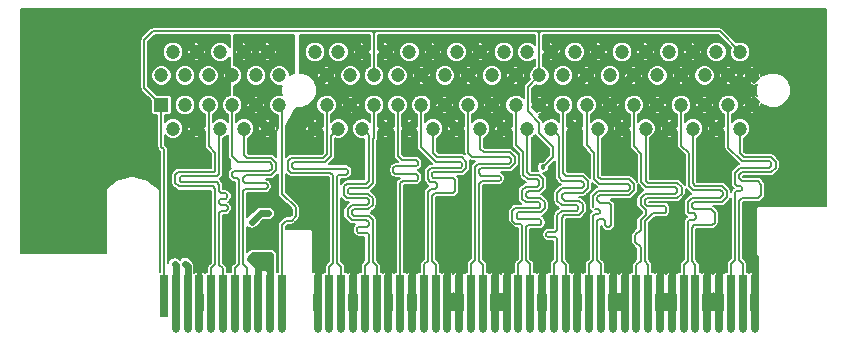
<source format=gbl>
G04 (created by PCBNEW (2013-07-07 BZR 4022)-stable) date 03/11/2015 04:39:32 PM*
%MOIN*%
G04 Gerber Fmt 3.4, Leading zero omitted, Abs format*
%FSLAX34Y34*%
G01*
G70*
G90*
G04 APERTURE LIST*
%ADD10C,0.00590551*%
%ADD11R,0.0256X0.1417*%
%ADD12R,0.0256X0.1811*%
%ADD13O,0.0256X0.0256*%
%ADD14R,0.0472441X0.0472441*%
%ADD15C,0.0472441*%
%ADD16C,0.018*%
%ADD17C,0.006*%
%ADD18C,0.012*%
%ADD19C,0.016*%
%ADD20C,0.008*%
%ADD21C,0.024*%
%ADD22C,0.005*%
G04 APERTURE END LIST*
G54D10*
G54D11*
X68792Y-72627D03*
G54D12*
X69186Y-72824D03*
X69579Y-72824D03*
X69973Y-72824D03*
X70367Y-72824D03*
X70760Y-72824D03*
X71154Y-72824D03*
X71548Y-72824D03*
X71941Y-72824D03*
X72335Y-72824D03*
X72729Y-72824D03*
X74697Y-72824D03*
X75091Y-72824D03*
X75485Y-72824D03*
X75878Y-72824D03*
X76272Y-72824D03*
X73910Y-72824D03*
X74304Y-72824D03*
G54D13*
X69973Y-73730D03*
X70367Y-73730D03*
X70760Y-73730D03*
X71154Y-73730D03*
X71548Y-73730D03*
X71941Y-73730D03*
X72335Y-73730D03*
X74697Y-73730D03*
X75091Y-73730D03*
X69579Y-73730D03*
X74304Y-73730D03*
X75485Y-73730D03*
X72729Y-73730D03*
X73910Y-73730D03*
X75878Y-73730D03*
X76272Y-73730D03*
X69186Y-73730D03*
G54D12*
X76666Y-72824D03*
X77059Y-72824D03*
X77453Y-72824D03*
X77847Y-72824D03*
X78240Y-72824D03*
X78634Y-72824D03*
X79028Y-72824D03*
X79422Y-72824D03*
X79815Y-72824D03*
X80209Y-72824D03*
X80603Y-72824D03*
X80996Y-72824D03*
X81390Y-72824D03*
X81784Y-72824D03*
X82177Y-72824D03*
X82571Y-72824D03*
X82965Y-72824D03*
X83359Y-72824D03*
X83752Y-72824D03*
X84146Y-72824D03*
X84540Y-72824D03*
X84933Y-72824D03*
X85327Y-72824D03*
X85721Y-72824D03*
X86114Y-72824D03*
X86508Y-72824D03*
X86902Y-72824D03*
X87296Y-72824D03*
X87689Y-72824D03*
X88083Y-72824D03*
X88477Y-72824D03*
G54D13*
X76666Y-73730D03*
X77059Y-73730D03*
X77453Y-73730D03*
X77847Y-73730D03*
X78240Y-73730D03*
X78634Y-73730D03*
X79028Y-73730D03*
X79422Y-73730D03*
X79815Y-73730D03*
X80209Y-73730D03*
X80603Y-73730D03*
X80996Y-73730D03*
X81390Y-73730D03*
X81784Y-73730D03*
X82177Y-73730D03*
X82571Y-73730D03*
X82965Y-73730D03*
X83359Y-73730D03*
X83752Y-73730D03*
X84146Y-73730D03*
X84540Y-73730D03*
X84933Y-73730D03*
X85327Y-73730D03*
X85721Y-73730D03*
X86114Y-73730D03*
X86508Y-73730D03*
X86902Y-73730D03*
X87296Y-73730D03*
X87689Y-73730D03*
X88083Y-73730D03*
X88477Y-73730D03*
G54D14*
X68703Y-66262D03*
G54D15*
X69097Y-67049D03*
X69490Y-66262D03*
X69884Y-67049D03*
X70278Y-66262D03*
X70671Y-67049D03*
X71065Y-66262D03*
X71459Y-67049D03*
X71852Y-66262D03*
X72246Y-67049D03*
X72640Y-66262D03*
X73821Y-67049D03*
X74215Y-66262D03*
X74608Y-67049D03*
X75002Y-66262D03*
X75396Y-67049D03*
X75790Y-66262D03*
X76183Y-67049D03*
X76577Y-66262D03*
X76971Y-67049D03*
X77364Y-66262D03*
X77758Y-67049D03*
X78152Y-66262D03*
X78545Y-67049D03*
X78939Y-66262D03*
X79333Y-67049D03*
X79727Y-66262D03*
X80120Y-67049D03*
X80514Y-66262D03*
X80908Y-67049D03*
X81301Y-66262D03*
X81695Y-67049D03*
X82089Y-66262D03*
X82482Y-67049D03*
X82876Y-66262D03*
X83270Y-67049D03*
X83664Y-66262D03*
X84057Y-67049D03*
X84451Y-66262D03*
X84845Y-67049D03*
X85238Y-66262D03*
X85632Y-67049D03*
X86026Y-66262D03*
X86419Y-67049D03*
X86813Y-66262D03*
X87207Y-67049D03*
X87601Y-66262D03*
X87994Y-67049D03*
X68703Y-65277D03*
X69097Y-64490D03*
X69490Y-65277D03*
X69884Y-64490D03*
X70278Y-65277D03*
X70671Y-64490D03*
X71065Y-65277D03*
X71459Y-64490D03*
X71852Y-65277D03*
X72246Y-64490D03*
X72640Y-65277D03*
X73821Y-64490D03*
X74215Y-65277D03*
X74608Y-64490D03*
X75002Y-65277D03*
X75396Y-64490D03*
X75790Y-65277D03*
X76183Y-64490D03*
X76577Y-65277D03*
X76971Y-64490D03*
X77364Y-65277D03*
X77758Y-64490D03*
X78152Y-65277D03*
X78545Y-64490D03*
X78939Y-65277D03*
X79333Y-64490D03*
X79727Y-65277D03*
X80120Y-64490D03*
X80514Y-65277D03*
X80908Y-64490D03*
X81301Y-65277D03*
X81695Y-64490D03*
X82089Y-65277D03*
X82482Y-64490D03*
X82876Y-65277D03*
X83270Y-64490D03*
X83664Y-65277D03*
X84057Y-64490D03*
X84451Y-65277D03*
X84845Y-64490D03*
X85238Y-65277D03*
X85632Y-64490D03*
X86026Y-65277D03*
X86419Y-64490D03*
X86813Y-65277D03*
X87207Y-64490D03*
X87601Y-65277D03*
X87994Y-64490D03*
X88388Y-66262D03*
X88388Y-65277D03*
G54D16*
X89584Y-69146D03*
X90156Y-67628D03*
X90398Y-65692D03*
X90112Y-63932D03*
X87626Y-63382D03*
X84832Y-63382D03*
X82478Y-63382D03*
X79772Y-63382D03*
X77410Y-63400D03*
X75190Y-63310D03*
X73353Y-63329D03*
X71512Y-63357D03*
X70338Y-63399D03*
X70341Y-64098D03*
X81822Y-68925D03*
X81114Y-67776D03*
X81568Y-67846D03*
X69375Y-70344D03*
X70164Y-71391D03*
X72966Y-69843D03*
X73116Y-67545D03*
X70886Y-71358D03*
X71652Y-70628D03*
X75312Y-67626D03*
X77252Y-71150D03*
X82800Y-68181D03*
X82755Y-71154D03*
X81624Y-71105D03*
X78057Y-71121D03*
X78834Y-71115D03*
X74154Y-71316D03*
X75282Y-71382D03*
X88332Y-71182D03*
X87497Y-71181D03*
X86723Y-71186D03*
X85912Y-71186D03*
X85154Y-71188D03*
X83543Y-71181D03*
X84328Y-71190D03*
X79637Y-71105D03*
X80397Y-71082D03*
X76272Y-71514D03*
X81416Y-68343D03*
X69147Y-71559D03*
X69495Y-71553D03*
X71718Y-70168D03*
X72334Y-71273D03*
X72270Y-69876D03*
X71656Y-71382D03*
X72300Y-67650D03*
X71700Y-67700D03*
G54D17*
X74304Y-73730D02*
X74304Y-72824D01*
X74304Y-72824D02*
X74304Y-71653D01*
X74304Y-71653D02*
X74424Y-71534D01*
X73020Y-68018D02*
X72919Y-68119D01*
X73020Y-68520D02*
X72919Y-68419D01*
X74424Y-71534D02*
X74424Y-68612D01*
X74332Y-68520D02*
X74424Y-68612D01*
X74332Y-68520D02*
X73020Y-68520D01*
X72919Y-68119D02*
X72919Y-68419D01*
X74100Y-68018D02*
X73020Y-68018D01*
X74215Y-67617D02*
X74215Y-66262D01*
X74215Y-67902D02*
X74100Y-68018D01*
X74215Y-67617D02*
X74215Y-67902D01*
X74697Y-72824D02*
X74697Y-73730D01*
X74697Y-72824D02*
X74697Y-71666D01*
X74697Y-71666D02*
X74564Y-71533D01*
X74608Y-67049D02*
X74355Y-67303D01*
X74355Y-67303D02*
X74355Y-67976D01*
X74355Y-67976D02*
X74173Y-68158D01*
X74619Y-68580D02*
X74868Y-68580D01*
X74868Y-68580D02*
X74918Y-68530D01*
X74918Y-68530D02*
X74918Y-68436D01*
X74918Y-68436D02*
X74861Y-68379D01*
X74861Y-68379D02*
X73122Y-68379D01*
X74564Y-71533D02*
X74564Y-68634D01*
X74619Y-68580D02*
X74564Y-68634D01*
X73121Y-68158D02*
X73059Y-68220D01*
X73059Y-68220D02*
X73059Y-68316D01*
X74173Y-68158D02*
X73121Y-68158D01*
X73122Y-68379D02*
X73059Y-68316D01*
X75485Y-73730D02*
X75485Y-72824D01*
X75485Y-72824D02*
X75485Y-71622D01*
X75485Y-71622D02*
X75609Y-71498D01*
X75543Y-70331D02*
X75257Y-70331D01*
X75396Y-67049D02*
X75609Y-67263D01*
X75609Y-68804D02*
X75535Y-68879D01*
X75535Y-68879D02*
X74896Y-68879D01*
X74896Y-68879D02*
X74799Y-68976D01*
X74799Y-68976D02*
X74799Y-69273D01*
X74799Y-69273D02*
X74900Y-69374D01*
X74900Y-69374D02*
X75542Y-69374D01*
X75542Y-69374D02*
X75609Y-69441D01*
X75609Y-67263D02*
X75609Y-68804D01*
X75609Y-69534D02*
X75542Y-69602D01*
X75609Y-69441D02*
X75609Y-69534D01*
X75542Y-69602D02*
X75534Y-69602D01*
X75534Y-69602D02*
X75522Y-69602D01*
X75052Y-69602D02*
X74909Y-69744D01*
X74909Y-69744D02*
X74909Y-69963D01*
X74909Y-69963D02*
X75043Y-70097D01*
X75043Y-70097D02*
X75535Y-70097D01*
X75535Y-70097D02*
X75609Y-70172D01*
X75522Y-69602D02*
X75052Y-69602D01*
X75609Y-70264D02*
X75543Y-70331D01*
X75609Y-70172D02*
X75609Y-70264D01*
X75212Y-70465D02*
X75261Y-70514D01*
X75212Y-70376D02*
X75212Y-70465D01*
X75257Y-70331D02*
X75212Y-70376D01*
X75261Y-70514D02*
X75550Y-70514D01*
X75550Y-70514D02*
X75609Y-70573D01*
X75609Y-71498D02*
X75609Y-70573D01*
X75878Y-73730D02*
X75878Y-72824D01*
X75878Y-72824D02*
X75878Y-71626D01*
X75878Y-71626D02*
X75750Y-71498D01*
X75599Y-69742D02*
X75109Y-69742D01*
X75750Y-69591D02*
X75599Y-69742D01*
X75750Y-69375D02*
X75750Y-69591D01*
X75624Y-69249D02*
X75750Y-69375D01*
X75750Y-68514D02*
X75750Y-68867D01*
X75608Y-69233D02*
X75624Y-69249D01*
X74994Y-69233D02*
X75608Y-69233D01*
X74939Y-69179D02*
X74994Y-69233D01*
X74939Y-69077D02*
X74939Y-69179D01*
X74997Y-69019D02*
X74939Y-69077D01*
X75597Y-69019D02*
X74997Y-69019D01*
X75750Y-68867D02*
X75597Y-69019D01*
X75790Y-66262D02*
X75790Y-67358D01*
X75750Y-68514D02*
X75750Y-67398D01*
X75750Y-67398D02*
X75790Y-67358D01*
X75050Y-69897D02*
X75110Y-69957D01*
X75050Y-69802D02*
X75050Y-69897D01*
X75109Y-69742D02*
X75050Y-69802D01*
X75110Y-69957D02*
X75613Y-69957D01*
X75613Y-69957D02*
X75750Y-70094D01*
X75750Y-71498D02*
X75750Y-70094D01*
X76666Y-73730D02*
X76666Y-72824D01*
X76666Y-71469D02*
X76666Y-72824D01*
X76666Y-71469D02*
X76666Y-68873D01*
X77207Y-68310D02*
X76494Y-68310D01*
X76754Y-68786D02*
X76666Y-68873D01*
X77210Y-68786D02*
X76754Y-68786D01*
X77269Y-68727D02*
X77210Y-68786D01*
X77269Y-68615D02*
X77269Y-68727D01*
X77205Y-68551D02*
X77269Y-68615D01*
X76496Y-68551D02*
X76434Y-68489D01*
X77205Y-68551D02*
X76496Y-68551D01*
X76494Y-68310D02*
X76434Y-68370D01*
X76434Y-68370D02*
X76434Y-68489D01*
X77257Y-68149D02*
X77257Y-68260D01*
X77257Y-68260D02*
X77207Y-68310D01*
X76577Y-67955D02*
X76722Y-68100D01*
X76722Y-68100D02*
X76725Y-68100D01*
X76577Y-67955D02*
X76577Y-66262D01*
X76725Y-68100D02*
X77208Y-68100D01*
X77208Y-68100D02*
X77257Y-68149D01*
X77453Y-73730D02*
X77453Y-72824D01*
X77453Y-72824D02*
X77453Y-71577D01*
X77453Y-71577D02*
X77581Y-71450D01*
X77581Y-71450D02*
X77581Y-69150D01*
X77581Y-69150D02*
X77676Y-69055D01*
X77899Y-68893D02*
X77899Y-68995D01*
X77828Y-68822D02*
X77899Y-68893D01*
X77581Y-68449D02*
X77581Y-68736D01*
X77581Y-68449D02*
X77676Y-68353D01*
X77676Y-68353D02*
X78678Y-68353D01*
X77581Y-67888D02*
X77845Y-68152D01*
X78728Y-68303D02*
X78678Y-68353D01*
X78728Y-68210D02*
X78728Y-68303D01*
X78671Y-68152D02*
X78728Y-68210D01*
X77845Y-68152D02*
X78671Y-68152D01*
X77364Y-66262D02*
X77364Y-67671D01*
X77581Y-67888D02*
X77364Y-67671D01*
X77581Y-68736D02*
X77667Y-68822D01*
X77667Y-68822D02*
X77828Y-68822D01*
X77839Y-69055D02*
X77676Y-69055D01*
X77899Y-68995D02*
X77839Y-69055D01*
X77847Y-72824D02*
X77847Y-73730D01*
X77847Y-72824D02*
X77847Y-71594D01*
X77847Y-71594D02*
X77721Y-71468D01*
X77774Y-68682D02*
X78409Y-68682D01*
X77758Y-67049D02*
X77758Y-67867D01*
X77721Y-68545D02*
X77721Y-68629D01*
X77721Y-68629D02*
X77774Y-68682D01*
X78735Y-68494D02*
X77772Y-68494D01*
X77772Y-68494D02*
X77721Y-68545D01*
X78728Y-68012D02*
X78869Y-68152D01*
X78869Y-68152D02*
X78869Y-68360D01*
X78869Y-68360D02*
X78735Y-68494D01*
X77758Y-67867D02*
X77902Y-68012D01*
X77902Y-68012D02*
X78728Y-68012D01*
X78409Y-68682D02*
X78493Y-68766D01*
X78493Y-68766D02*
X78493Y-69122D01*
X78493Y-69122D02*
X78416Y-69198D01*
X77721Y-69294D02*
X77817Y-69198D01*
X77721Y-71468D02*
X77721Y-69416D01*
X77721Y-69416D02*
X77721Y-69294D01*
X77817Y-69198D02*
X78416Y-69198D01*
X79028Y-72824D02*
X79028Y-73730D01*
X79028Y-72824D02*
X79028Y-71554D01*
X79028Y-71554D02*
X79150Y-71433D01*
X78939Y-66262D02*
X78939Y-67870D01*
X78939Y-67870D02*
X79054Y-67985D01*
X80277Y-67985D02*
X79054Y-67985D01*
X80280Y-68216D02*
X79267Y-68216D01*
X80349Y-68146D02*
X80280Y-68216D01*
X80349Y-68058D02*
X80349Y-68146D01*
X80277Y-67985D02*
X80349Y-68058D01*
X79150Y-69043D02*
X79150Y-68333D01*
X79150Y-68333D02*
X79267Y-68216D01*
X79267Y-68216D02*
X79150Y-68333D01*
X79150Y-71433D02*
X79150Y-69043D01*
X79422Y-72824D02*
X79422Y-73730D01*
X79422Y-72824D02*
X79422Y-71586D01*
X79422Y-71586D02*
X79290Y-71454D01*
X79379Y-68810D02*
X79952Y-68810D01*
X79290Y-69227D02*
X79290Y-68898D01*
X79290Y-71454D02*
X79290Y-69227D01*
X79290Y-68898D02*
X79379Y-68810D01*
X80010Y-68663D02*
X79962Y-68615D01*
X80010Y-68752D02*
X80010Y-68663D01*
X79952Y-68810D02*
X80010Y-68752D01*
X79372Y-68615D02*
X79962Y-68615D01*
X79333Y-67726D02*
X79452Y-67845D01*
X79333Y-67049D02*
X79333Y-67726D01*
X80334Y-67845D02*
X80490Y-68000D01*
X80490Y-68000D02*
X80490Y-68203D01*
X80490Y-68203D02*
X80337Y-68356D01*
X80337Y-68356D02*
X79373Y-68356D01*
X79373Y-68356D02*
X79290Y-68439D01*
X79452Y-67845D02*
X80334Y-67845D01*
X79290Y-68533D02*
X79372Y-68615D01*
X79290Y-68439D02*
X79290Y-68533D01*
X80406Y-69794D02*
X80406Y-70114D01*
X80499Y-69701D02*
X80406Y-69794D01*
X81279Y-69701D02*
X81243Y-69701D01*
X81293Y-69701D02*
X81279Y-69701D01*
X80921Y-68738D02*
X81229Y-68738D01*
X81289Y-68928D02*
X81237Y-68980D01*
X81289Y-68798D02*
X81289Y-68928D01*
X81229Y-68738D02*
X81289Y-68798D01*
X80842Y-69512D02*
X81285Y-69512D01*
X80514Y-66262D02*
X80514Y-67592D01*
X81237Y-68980D02*
X80848Y-68980D01*
X80848Y-68980D02*
X80726Y-69102D01*
X80514Y-67592D02*
X80768Y-67845D01*
X80768Y-68585D02*
X80921Y-68738D01*
X80768Y-67845D02*
X80768Y-68585D01*
X80726Y-69396D02*
X80842Y-69512D01*
X80726Y-69102D02*
X80726Y-69396D01*
X81341Y-69653D02*
X81293Y-69701D01*
X81341Y-69568D02*
X81341Y-69653D01*
X81285Y-69512D02*
X81341Y-69568D01*
X81243Y-69701D02*
X80499Y-69701D01*
X80406Y-70114D02*
X80507Y-70215D01*
X80665Y-70215D02*
X80507Y-70215D01*
X80603Y-71558D02*
X80726Y-71436D01*
X80726Y-71436D02*
X80726Y-70413D01*
X80603Y-72824D02*
X80603Y-71558D01*
X80726Y-70276D02*
X80665Y-70215D01*
X80726Y-70413D02*
X80726Y-70276D01*
X80603Y-73730D02*
X80603Y-72824D01*
X80602Y-70072D02*
X81315Y-70072D01*
X81374Y-70220D02*
X81319Y-70275D01*
X81374Y-70131D02*
X81374Y-70220D01*
X81315Y-70072D02*
X81374Y-70131D01*
X81319Y-70275D02*
X80936Y-70275D01*
X80595Y-69841D02*
X81351Y-69841D01*
X80602Y-70072D02*
X80546Y-70016D01*
X80546Y-70016D02*
X80546Y-69890D01*
X80546Y-69890D02*
X80595Y-69841D01*
X81016Y-68598D02*
X81286Y-68598D01*
X81301Y-69120D02*
X81237Y-69120D01*
X81429Y-68992D02*
X81301Y-69120D01*
X81429Y-68740D02*
X81429Y-68992D01*
X81286Y-68598D02*
X81429Y-68740D01*
X80996Y-72824D02*
X80996Y-71572D01*
X80996Y-71572D02*
X80866Y-71442D01*
X80936Y-70275D02*
X80866Y-70344D01*
X80939Y-69366D02*
X81336Y-69366D01*
X81481Y-69711D02*
X81351Y-69841D01*
X81481Y-69510D02*
X81481Y-69711D01*
X81336Y-69366D02*
X81481Y-69510D01*
X80866Y-69200D02*
X80866Y-69293D01*
X80866Y-69293D02*
X80939Y-69366D01*
X81000Y-68598D02*
X81016Y-68598D01*
X80866Y-71442D02*
X80866Y-70344D01*
X80908Y-68506D02*
X81000Y-68598D01*
X80908Y-68506D02*
X80908Y-67049D01*
X80946Y-69120D02*
X80866Y-69200D01*
X81237Y-69120D02*
X80946Y-69120D01*
X80996Y-72824D02*
X80996Y-73730D01*
X81784Y-72824D02*
X81784Y-73730D01*
X81784Y-72824D02*
X81784Y-71565D01*
X81784Y-71565D02*
X81904Y-71446D01*
X81840Y-70486D02*
X81593Y-70486D01*
X82604Y-69654D02*
X82550Y-69600D01*
X82550Y-69600D02*
X82045Y-69600D01*
X81904Y-71446D02*
X81904Y-70731D01*
X81949Y-67303D02*
X81949Y-68667D01*
X81949Y-68667D02*
X82066Y-68784D01*
X82066Y-68784D02*
X82707Y-68784D01*
X82707Y-68784D02*
X82791Y-68868D01*
X82791Y-68868D02*
X82791Y-68960D01*
X82791Y-68960D02*
X82711Y-69041D01*
X82711Y-69041D02*
X82043Y-69041D01*
X82043Y-69041D02*
X81904Y-69180D01*
X81949Y-67303D02*
X81695Y-67049D01*
X81904Y-69459D02*
X82045Y-69600D01*
X82048Y-69792D02*
X81904Y-69936D01*
X81904Y-69180D02*
X81904Y-69459D01*
X82557Y-69792D02*
X82048Y-69792D01*
X82604Y-69744D02*
X82557Y-69792D01*
X82604Y-69744D02*
X82604Y-69654D01*
X81904Y-70422D02*
X81840Y-70486D01*
X81594Y-70670D02*
X81843Y-70670D01*
X81843Y-70670D02*
X81904Y-70731D01*
X81904Y-69936D02*
X81904Y-70422D01*
X81593Y-70486D02*
X81537Y-70542D01*
X81537Y-70542D02*
X81537Y-70613D01*
X81537Y-70613D02*
X81594Y-70670D01*
X82177Y-72824D02*
X82177Y-73730D01*
X82177Y-72824D02*
X82177Y-71587D01*
X82177Y-71587D02*
X82044Y-71454D01*
X82745Y-69802D02*
X82745Y-69565D01*
X82629Y-69449D02*
X82745Y-69565D01*
X82614Y-69932D02*
X82745Y-69802D01*
X82044Y-70017D02*
X82044Y-70185D01*
X82129Y-69932D02*
X82044Y-70017D01*
X82044Y-70185D02*
X82044Y-71454D01*
X82044Y-69271D02*
X82044Y-69351D01*
X82044Y-69351D02*
X82142Y-69449D01*
X82208Y-68642D02*
X82763Y-68642D01*
X82134Y-69181D02*
X82044Y-69271D01*
X82768Y-69181D02*
X82134Y-69181D01*
X82932Y-69017D02*
X82768Y-69181D01*
X82932Y-68810D02*
X82932Y-69017D01*
X82763Y-68642D02*
X82932Y-68810D01*
X82089Y-68523D02*
X82089Y-66262D01*
X82089Y-68523D02*
X82208Y-68642D01*
X82129Y-69932D02*
X82614Y-69932D01*
X82142Y-69449D02*
X82629Y-69449D01*
X84249Y-68880D02*
X83291Y-68880D01*
X83097Y-69675D02*
X83097Y-69281D01*
X83255Y-69123D02*
X83097Y-69281D01*
X84249Y-68880D02*
X84315Y-68947D01*
X84315Y-68947D02*
X84315Y-69054D01*
X84315Y-69054D02*
X84247Y-69123D01*
X84247Y-69123D02*
X83255Y-69123D01*
X83291Y-68880D02*
X83130Y-68719D01*
X82876Y-67604D02*
X83130Y-67858D01*
X83130Y-67858D02*
X83130Y-68719D01*
X82876Y-66262D02*
X82876Y-67604D01*
X83268Y-69897D02*
X83148Y-69897D01*
X83319Y-69846D02*
X83319Y-69780D01*
X83268Y-69897D02*
X83319Y-69846D01*
X83267Y-69728D02*
X83319Y-69780D01*
X83148Y-69897D02*
X83097Y-69948D01*
X83097Y-70006D02*
X83097Y-71435D01*
X83097Y-69948D02*
X83097Y-70006D01*
X83267Y-69728D02*
X83150Y-69728D01*
X82965Y-71566D02*
X83097Y-71435D01*
X82965Y-71566D02*
X82965Y-72824D01*
X82965Y-73730D02*
X82965Y-72824D01*
X83359Y-72824D02*
X83359Y-73730D01*
X83359Y-72824D02*
X83359Y-71557D01*
X83359Y-71557D02*
X83237Y-71435D01*
X83691Y-70264D02*
X83691Y-69593D01*
X83613Y-69515D02*
X83692Y-69594D01*
X83237Y-69344D02*
X83237Y-69436D01*
X83237Y-69436D02*
X83316Y-69515D01*
X83270Y-68658D02*
X83270Y-67049D01*
X83318Y-69263D02*
X83237Y-69344D01*
X84304Y-69263D02*
X83318Y-69263D01*
X84456Y-69111D02*
X84304Y-69263D01*
X84456Y-68889D02*
X84456Y-69111D01*
X84306Y-68740D02*
X84456Y-68889D01*
X83352Y-68740D02*
X84306Y-68740D01*
X83270Y-68658D02*
X83352Y-68740D01*
X83316Y-69515D02*
X83613Y-69515D01*
X83552Y-70322D02*
X83504Y-70274D01*
X83634Y-70322D02*
X83552Y-70322D01*
X83691Y-70264D02*
X83634Y-70322D01*
X83504Y-70133D02*
X83423Y-70052D01*
X83504Y-70274D02*
X83504Y-70133D01*
X83237Y-70236D02*
X83237Y-70118D01*
X83304Y-70052D02*
X83423Y-70052D01*
X83237Y-70118D02*
X83304Y-70052D01*
X83237Y-71435D02*
X83237Y-70236D01*
X84540Y-73730D02*
X84540Y-72824D01*
X84540Y-72824D02*
X84540Y-71587D01*
X84540Y-71587D02*
X84675Y-71452D01*
X84675Y-70414D02*
X84508Y-70582D01*
X84508Y-70582D02*
X84508Y-70832D01*
X84675Y-70083D02*
X84675Y-70414D01*
X84508Y-70832D02*
X84675Y-70999D01*
X85840Y-69217D02*
X84832Y-69217D01*
X84675Y-69373D02*
X84675Y-69609D01*
X84844Y-69915D02*
X84675Y-70083D01*
X84844Y-69778D02*
X84844Y-69915D01*
X84832Y-69217D02*
X84675Y-69373D01*
X84451Y-67626D02*
X84705Y-67880D01*
X85903Y-69153D02*
X85840Y-69217D01*
X85903Y-69060D02*
X85903Y-69153D01*
X85836Y-68993D02*
X85903Y-69060D01*
X84857Y-68993D02*
X85836Y-68993D01*
X84705Y-68841D02*
X84857Y-68993D01*
X84705Y-67880D02*
X84705Y-68841D01*
X84451Y-66262D02*
X84451Y-67626D01*
X84675Y-71452D02*
X84675Y-70999D01*
X84844Y-69778D02*
X84675Y-69609D01*
X84933Y-72824D02*
X84933Y-73730D01*
X84933Y-72824D02*
X84933Y-71581D01*
X84933Y-71581D02*
X84816Y-71464D01*
X84896Y-69633D02*
X85490Y-69633D01*
X84816Y-69552D02*
X84896Y-69633D01*
X84816Y-69443D02*
X84816Y-69552D01*
X84845Y-67049D02*
X84845Y-68586D01*
X84845Y-68781D02*
X84917Y-68852D01*
X84917Y-68852D02*
X85894Y-68852D01*
X85894Y-68852D02*
X86044Y-69002D01*
X86044Y-69002D02*
X86044Y-69213D01*
X86044Y-69213D02*
X85899Y-69357D01*
X85899Y-69357D02*
X84901Y-69357D01*
X84901Y-69357D02*
X84816Y-69443D01*
X84845Y-68586D02*
X84845Y-68781D01*
X85537Y-69814D02*
X85492Y-69859D01*
X85537Y-69680D02*
X85537Y-69814D01*
X85490Y-69633D02*
X85537Y-69680D01*
X85097Y-69859D02*
X85492Y-69859D01*
X84816Y-71464D02*
X84816Y-70401D01*
X84816Y-70140D02*
X84816Y-70401D01*
X84816Y-70140D02*
X85097Y-69859D01*
X86114Y-72824D02*
X86114Y-73730D01*
X86114Y-72824D02*
X86114Y-71587D01*
X86114Y-71587D02*
X86244Y-71457D01*
X86300Y-69878D02*
X86446Y-69878D01*
X86244Y-69492D02*
X86244Y-69822D01*
X86026Y-66262D02*
X86026Y-67614D01*
X86279Y-67867D02*
X86279Y-68969D01*
X86279Y-68969D02*
X86414Y-69104D01*
X86414Y-69104D02*
X87341Y-69104D01*
X87341Y-69104D02*
X87409Y-69173D01*
X87409Y-69173D02*
X87409Y-69277D01*
X87409Y-69277D02*
X87337Y-69350D01*
X87337Y-69350D02*
X86387Y-69350D01*
X86387Y-69350D02*
X86244Y-69492D01*
X86026Y-67614D02*
X86279Y-67867D01*
X86244Y-69822D02*
X86300Y-69878D01*
X86446Y-69878D02*
X86520Y-69952D01*
X86303Y-70094D02*
X86457Y-70094D01*
X86244Y-70152D02*
X86303Y-70094D01*
X86244Y-71457D02*
X86244Y-70152D01*
X86457Y-70094D02*
X86520Y-70031D01*
X86520Y-69952D02*
X86520Y-70031D01*
X86508Y-73730D02*
X86508Y-72824D01*
X86508Y-72824D02*
X86508Y-71580D01*
X86508Y-71580D02*
X86385Y-71457D01*
X86462Y-70274D02*
X87059Y-70274D01*
X87149Y-70183D02*
X87149Y-69850D01*
X87059Y-70274D02*
X87149Y-70183D01*
X86460Y-70274D02*
X86462Y-70274D01*
X86385Y-71457D02*
X86385Y-70349D01*
X86460Y-70274D02*
X86385Y-70349D01*
X86460Y-69738D02*
X87037Y-69738D01*
X86385Y-69561D02*
X86385Y-69663D01*
X86385Y-69663D02*
X86460Y-69738D01*
X86513Y-68964D02*
X87398Y-68964D01*
X86455Y-69490D02*
X86385Y-69561D01*
X87394Y-69490D02*
X86455Y-69490D01*
X87550Y-69334D02*
X87394Y-69490D01*
X87550Y-69115D02*
X87550Y-69334D01*
X87398Y-68964D02*
X87550Y-69115D01*
X86419Y-68718D02*
X86419Y-68877D01*
X86506Y-68964D02*
X86513Y-68964D01*
X86419Y-68877D02*
X86506Y-68964D01*
X86419Y-67049D02*
X86419Y-68718D01*
X87037Y-69738D02*
X87149Y-69850D01*
X87689Y-72824D02*
X87689Y-73730D01*
X87689Y-72824D02*
X87689Y-71558D01*
X87689Y-71558D02*
X87816Y-71431D01*
X88960Y-68359D02*
X87985Y-68359D01*
X87985Y-68359D02*
X87816Y-68527D01*
X87882Y-68950D02*
X88003Y-68950D01*
X88056Y-69079D02*
X87996Y-69139D01*
X88056Y-69003D02*
X88056Y-69079D01*
X88003Y-68950D02*
X88056Y-69003D01*
X87816Y-68527D02*
X87816Y-68884D01*
X87870Y-69139D02*
X87816Y-69192D01*
X87996Y-69139D02*
X87870Y-69139D01*
X87816Y-68884D02*
X87882Y-68950D01*
X87601Y-66262D02*
X87601Y-67683D01*
X88974Y-68359D02*
X88960Y-68359D01*
X89037Y-68296D02*
X88974Y-68359D01*
X89037Y-68204D02*
X89037Y-68296D01*
X88976Y-68144D02*
X89037Y-68204D01*
X88062Y-68144D02*
X88976Y-68144D01*
X87601Y-67683D02*
X88062Y-68144D01*
X87816Y-71431D02*
X87816Y-69192D01*
X88083Y-73730D02*
X88083Y-72824D01*
X88083Y-72824D02*
X88083Y-71557D01*
X88083Y-71557D02*
X87957Y-71431D01*
X88046Y-68798D02*
X88580Y-68798D01*
X88700Y-69258D02*
X88588Y-69370D01*
X88700Y-68918D02*
X88700Y-69258D01*
X88580Y-68798D02*
X88700Y-68918D01*
X87957Y-68593D02*
X87957Y-68712D01*
X88044Y-69370D02*
X87957Y-69457D01*
X88588Y-69370D02*
X88044Y-69370D01*
X88043Y-68798D02*
X88046Y-68798D01*
X87957Y-68712D02*
X88043Y-68798D01*
X88128Y-68004D02*
X89034Y-68004D01*
X89034Y-68004D02*
X89177Y-68147D01*
X88050Y-68499D02*
X87957Y-68593D01*
X89031Y-68499D02*
X88050Y-68499D01*
X89177Y-68353D02*
X89031Y-68499D01*
X89177Y-68147D02*
X89177Y-68353D01*
X87994Y-67049D02*
X87994Y-67870D01*
X87994Y-67870D02*
X88128Y-68004D01*
X87957Y-71431D02*
X87957Y-69457D01*
X70367Y-73730D02*
X70367Y-72824D01*
X70367Y-72824D02*
X70367Y-71696D01*
X70367Y-71696D02*
X70494Y-71570D01*
X70425Y-68978D02*
X69275Y-68978D01*
X70494Y-69197D02*
X70494Y-69047D01*
X70425Y-68978D02*
X70494Y-69047D01*
X69275Y-68978D02*
X69169Y-68872D01*
X70449Y-68495D02*
X69267Y-68495D01*
X69267Y-68495D02*
X69169Y-68593D01*
X69169Y-68593D02*
X69169Y-68872D01*
X70494Y-68403D02*
X70494Y-68450D01*
X70278Y-66262D02*
X70278Y-67636D01*
X70494Y-67852D02*
X70278Y-67636D01*
X70494Y-67854D02*
X70494Y-67852D01*
X70494Y-67854D02*
X70494Y-68403D01*
X70494Y-68450D02*
X70449Y-68495D01*
X70494Y-71570D02*
X70494Y-69197D01*
X70494Y-69197D02*
X70494Y-69189D01*
X70760Y-73730D02*
X70760Y-72824D01*
X70760Y-72824D02*
X70760Y-71710D01*
X70760Y-71710D02*
X70634Y-71584D01*
X70634Y-69445D02*
X70634Y-69541D01*
X70692Y-69798D02*
X70634Y-69855D01*
X70853Y-69798D02*
X70692Y-69798D01*
X70912Y-69739D02*
X70853Y-69798D01*
X70912Y-69655D02*
X70912Y-69739D01*
X70850Y-69593D02*
X70912Y-69655D01*
X70686Y-69593D02*
X70850Y-69593D01*
X70634Y-69541D02*
X70686Y-69593D01*
X70634Y-71584D02*
X70634Y-69855D01*
X70634Y-69445D02*
X70634Y-69438D01*
X70634Y-68919D02*
X70634Y-69139D01*
X70688Y-69385D02*
X70637Y-69436D01*
X70637Y-69436D02*
X70634Y-69438D01*
X70856Y-69385D02*
X70688Y-69385D01*
X70907Y-69334D02*
X70856Y-69385D01*
X70907Y-69262D02*
X70907Y-69334D01*
X70854Y-69209D02*
X70907Y-69262D01*
X70704Y-69209D02*
X70854Y-69209D01*
X70634Y-69139D02*
X70704Y-69209D01*
X70560Y-68635D02*
X69368Y-68635D01*
X69365Y-68838D02*
X70193Y-68838D01*
X69312Y-68785D02*
X69365Y-68838D01*
X69312Y-68692D02*
X69312Y-68785D01*
X69368Y-68635D02*
X69312Y-68692D01*
X70560Y-68635D02*
X70561Y-68635D01*
X70553Y-68838D02*
X70634Y-68919D01*
X70193Y-68838D02*
X70553Y-68838D01*
X70561Y-68635D02*
X70634Y-68562D01*
X70671Y-67049D02*
X70634Y-67087D01*
X70634Y-68280D02*
X70634Y-67087D01*
X70634Y-68280D02*
X70634Y-68493D01*
X70634Y-68562D02*
X70634Y-68493D01*
X71154Y-73730D02*
X71154Y-72824D01*
X71154Y-72824D02*
X71154Y-71704D01*
X71154Y-71704D02*
X71285Y-71573D01*
X72309Y-68174D02*
X71262Y-68174D01*
X71061Y-68641D02*
X71061Y-68528D01*
X71285Y-71573D02*
X71285Y-68767D01*
X71214Y-68696D02*
X71285Y-68767D01*
X71116Y-68696D02*
X71061Y-68641D01*
X71214Y-68696D02*
X71116Y-68696D01*
X71061Y-68528D02*
X71121Y-68468D01*
X72309Y-68174D02*
X72390Y-68256D01*
X72390Y-68256D02*
X72390Y-68381D01*
X72390Y-68381D02*
X72304Y-68468D01*
X71121Y-68468D02*
X72304Y-68468D01*
X71262Y-68174D02*
X71065Y-67977D01*
X71065Y-66262D02*
X71065Y-67977D01*
X71548Y-73730D02*
X71548Y-72824D01*
X71548Y-72824D02*
X71548Y-71698D01*
X71548Y-71698D02*
X71426Y-71576D01*
X71488Y-69067D02*
X72183Y-69067D01*
X71426Y-71576D02*
X71426Y-69129D01*
X71488Y-69067D02*
X71426Y-69129D01*
X72180Y-68874D02*
X72243Y-68937D01*
X71426Y-68692D02*
X71426Y-68792D01*
X71426Y-68792D02*
X71508Y-68874D01*
X71571Y-68034D02*
X72366Y-68034D01*
X71459Y-67922D02*
X71571Y-68034D01*
X71459Y-67922D02*
X71459Y-67049D01*
X72366Y-68034D02*
X72531Y-68198D01*
X72531Y-68198D02*
X72531Y-68438D01*
X72531Y-68438D02*
X72361Y-68608D01*
X72361Y-68608D02*
X71509Y-68608D01*
X71509Y-68608D02*
X71426Y-68692D01*
X71508Y-68874D02*
X72180Y-68874D01*
X72243Y-69007D02*
X72243Y-68937D01*
X72183Y-69067D02*
X72243Y-69007D01*
X81390Y-72824D02*
X81390Y-73730D01*
X69973Y-72824D02*
X69973Y-73730D01*
X77059Y-72824D02*
X77059Y-73730D01*
X78240Y-72824D02*
X78240Y-73730D01*
X78634Y-72824D02*
X78634Y-73730D01*
X79815Y-72824D02*
X79815Y-73730D01*
X80209Y-72824D02*
X80209Y-73730D01*
X82571Y-72824D02*
X82571Y-73730D01*
X86902Y-72824D02*
X86902Y-73730D01*
X83752Y-72824D02*
X83752Y-73730D01*
X73910Y-73730D02*
X73910Y-72824D01*
X85327Y-73730D02*
X85327Y-72824D01*
X85721Y-73730D02*
X85721Y-72824D01*
X88477Y-72824D02*
X88477Y-73730D01*
X84146Y-73730D02*
X84146Y-72824D01*
X76272Y-73730D02*
X76272Y-73730D01*
X76272Y-73730D02*
X76272Y-72824D01*
X75091Y-73730D02*
X75091Y-72824D01*
X87296Y-72824D02*
X87296Y-73730D01*
X69884Y-64490D02*
X70276Y-64098D01*
X90398Y-67386D02*
X90156Y-67628D01*
X90398Y-65692D02*
X90398Y-67386D01*
X89562Y-63382D02*
X90112Y-63932D01*
X87626Y-63382D02*
X89562Y-63382D01*
X82478Y-63382D02*
X84832Y-63382D01*
X79754Y-63400D02*
X79772Y-63382D01*
X77410Y-63400D02*
X79754Y-63400D01*
X75171Y-63329D02*
X75190Y-63310D01*
X73353Y-63329D02*
X75171Y-63329D01*
X71470Y-63399D02*
X71512Y-63357D01*
X70338Y-63399D02*
X71470Y-63399D01*
X70276Y-64098D02*
X70341Y-64098D01*
X69973Y-72824D02*
X69973Y-71581D01*
X69973Y-71581D02*
X70164Y-71391D01*
X81184Y-67846D02*
X81114Y-67776D01*
X81568Y-67846D02*
X81184Y-67846D01*
G54D18*
X70164Y-71391D02*
X70164Y-70677D01*
X69831Y-70344D02*
X69375Y-70344D01*
X70164Y-70677D02*
X69831Y-70344D01*
X69973Y-71581D02*
X70164Y-71391D01*
G54D19*
X73821Y-67049D02*
X73326Y-67545D01*
X73326Y-67545D02*
X73116Y-67545D01*
G54D18*
X70232Y-65700D02*
X70745Y-65700D01*
X69884Y-66047D02*
X70232Y-65700D01*
X69884Y-67049D02*
X69884Y-66047D01*
X71065Y-65379D02*
X71065Y-65277D01*
X70745Y-65700D02*
X71065Y-65379D01*
G54D20*
X75002Y-66262D02*
X75002Y-67316D01*
X75002Y-67316D02*
X75312Y-67626D01*
G54D21*
X77059Y-72824D02*
X77059Y-71346D01*
X77252Y-71154D02*
X77252Y-71150D01*
X77059Y-71346D02*
X77252Y-71154D01*
X82482Y-67049D02*
X82482Y-67863D01*
X82482Y-67863D02*
X82800Y-68181D01*
X82482Y-67049D02*
X82482Y-67035D01*
X82482Y-67035D02*
X82319Y-66872D01*
X82571Y-72824D02*
X82571Y-71337D01*
X82571Y-71337D02*
X82755Y-71154D01*
X82571Y-71337D02*
X82755Y-71154D01*
X81390Y-72824D02*
X81390Y-71338D01*
X81390Y-71338D02*
X81624Y-71105D01*
X80120Y-67049D02*
X80100Y-67049D01*
X80100Y-67049D02*
X79902Y-67248D01*
X69884Y-64490D02*
X69884Y-64485D01*
X69884Y-64485D02*
X70138Y-64232D01*
X75002Y-66262D02*
X75002Y-66250D01*
X75002Y-66250D02*
X74820Y-66068D01*
X74215Y-65277D02*
X74217Y-65277D01*
X74217Y-65277D02*
X74462Y-65522D01*
X81390Y-71338D02*
X81624Y-71105D01*
X78240Y-72824D02*
X78240Y-71304D01*
X78240Y-71304D02*
X78057Y-71121D01*
X78634Y-72824D02*
X78634Y-71314D01*
X78634Y-71314D02*
X78834Y-71115D01*
X73910Y-72824D02*
X73910Y-71559D01*
X73910Y-71559D02*
X74154Y-71316D01*
X75091Y-72824D02*
X75091Y-71572D01*
X75091Y-71572D02*
X75282Y-71382D01*
X88477Y-72824D02*
X88477Y-71327D01*
X88477Y-71327D02*
X88332Y-71182D01*
X87296Y-72824D02*
X87296Y-71381D01*
X87296Y-71381D02*
X87497Y-71181D01*
X86902Y-72824D02*
X86902Y-71365D01*
X86902Y-71365D02*
X86723Y-71186D01*
X85721Y-72824D02*
X85721Y-71376D01*
X85721Y-71376D02*
X85912Y-71186D01*
X85327Y-72824D02*
X85327Y-71361D01*
X85327Y-71361D02*
X85154Y-71188D01*
X83752Y-72824D02*
X83752Y-71390D01*
X83752Y-71390D02*
X83543Y-71181D01*
X84146Y-72824D02*
X84146Y-71371D01*
X84146Y-71371D02*
X84328Y-71190D01*
X79815Y-72824D02*
X79815Y-71283D01*
X79815Y-71283D02*
X79637Y-71105D01*
X80209Y-72824D02*
X80209Y-71269D01*
X80209Y-71269D02*
X80397Y-71082D01*
X76272Y-72824D02*
X76272Y-71514D01*
X76272Y-71514D02*
X76272Y-71514D01*
G54D17*
X81298Y-67126D02*
X81298Y-67198D01*
X81772Y-67987D02*
X81416Y-68343D01*
X81772Y-67672D02*
X81772Y-67987D01*
X81298Y-67198D02*
X81772Y-67672D01*
X81298Y-66984D02*
X81298Y-67126D01*
X81298Y-66860D02*
X81298Y-66984D01*
X68792Y-71674D02*
X68792Y-72627D01*
X68703Y-66262D02*
X68703Y-67655D01*
X68792Y-67744D02*
X68792Y-71674D01*
X68703Y-67655D02*
X68792Y-67744D01*
X68703Y-66262D02*
X68135Y-65693D01*
X68135Y-64107D02*
X68437Y-63805D01*
X68135Y-65693D02*
X68135Y-64107D01*
X75790Y-63979D02*
X75790Y-63878D01*
X75790Y-63878D02*
X75717Y-63805D01*
X75790Y-65277D02*
X75790Y-63979D01*
X75790Y-63979D02*
X75790Y-63875D01*
X75790Y-63875D02*
X75860Y-63805D01*
X81301Y-63962D02*
X81301Y-63868D01*
X81301Y-63868D02*
X81365Y-63805D01*
X81301Y-65277D02*
X81301Y-63962D01*
X81301Y-63962D02*
X81301Y-63878D01*
X81301Y-63878D02*
X81228Y-63805D01*
X75260Y-63805D02*
X75717Y-63805D01*
X75717Y-63805D02*
X75860Y-63805D01*
X75860Y-63805D02*
X81228Y-63805D01*
X81228Y-63805D02*
X81365Y-63805D01*
X81365Y-63805D02*
X87309Y-63805D01*
X87309Y-63805D02*
X87994Y-64490D01*
X80912Y-65667D02*
X81301Y-65277D01*
X80912Y-66474D02*
X80912Y-65667D01*
X81298Y-66860D02*
X80912Y-66474D01*
X75260Y-63805D02*
X68437Y-63805D01*
X72729Y-72824D02*
X72729Y-73730D01*
X72729Y-68922D02*
X72729Y-69225D01*
X72729Y-70250D02*
X72729Y-70572D01*
X72867Y-70113D02*
X72729Y-70250D01*
X73044Y-70113D02*
X72867Y-70113D01*
X73182Y-69975D02*
X73044Y-70113D01*
X73182Y-69678D02*
X73182Y-69975D01*
X72729Y-69225D02*
X73182Y-69678D01*
X72729Y-68684D02*
X72729Y-68922D01*
X72729Y-71295D02*
X72729Y-72824D01*
X72729Y-71295D02*
X72729Y-70572D01*
X72729Y-68684D02*
X72729Y-66351D01*
X72729Y-66351D02*
X72640Y-66262D01*
X69579Y-73730D02*
X69579Y-72824D01*
X69186Y-73730D02*
X69186Y-72824D01*
G54D21*
X69186Y-72824D02*
X69186Y-71598D01*
X69186Y-71598D02*
X69147Y-71559D01*
X69579Y-72824D02*
X69579Y-71637D01*
X69579Y-71637D02*
X69495Y-71553D01*
X69186Y-72824D02*
X69186Y-71861D01*
X72335Y-71803D02*
X72183Y-71651D01*
X72183Y-71651D02*
X72142Y-71651D01*
X71955Y-71651D02*
X72142Y-71651D01*
X72142Y-71651D02*
X72335Y-71458D01*
X71955Y-71651D02*
X71925Y-71651D01*
X71925Y-71651D02*
X71656Y-71382D01*
X71955Y-71651D02*
X71955Y-71434D01*
X71955Y-71434D02*
X71794Y-71273D01*
X71941Y-71665D02*
X71955Y-71651D01*
X71955Y-71651D02*
X72334Y-71273D01*
G54D17*
X72335Y-73730D02*
X72335Y-72824D01*
X71941Y-73730D02*
X71941Y-72824D01*
G54D21*
X72010Y-69876D02*
X71718Y-70168D01*
X72270Y-69876D02*
X72010Y-69876D01*
X72334Y-71273D02*
X71794Y-71273D01*
X71794Y-71273D02*
X71765Y-71273D01*
X71765Y-71273D02*
X71656Y-71382D01*
X71941Y-72824D02*
X71941Y-71665D01*
X72335Y-71274D02*
X72334Y-71273D01*
X72335Y-71274D02*
X72335Y-71458D01*
X72335Y-71458D02*
X72335Y-71803D01*
X72335Y-71803D02*
X72335Y-72824D01*
G54D17*
X72300Y-67650D02*
X72250Y-67700D01*
X72450Y-67252D02*
X72450Y-67500D01*
X72450Y-67500D02*
X72300Y-67650D01*
X72246Y-67049D02*
X72450Y-67252D01*
X72250Y-67700D02*
X71700Y-67700D01*
G54D10*
G36*
X73125Y-65202D02*
X72981Y-65261D01*
X72981Y-65210D01*
X72929Y-65084D01*
X72833Y-64988D01*
X72708Y-64936D01*
X72572Y-64936D01*
X72560Y-64941D01*
X72560Y-64444D01*
X72554Y-64412D01*
X72524Y-64380D01*
X72413Y-64490D01*
X72524Y-64600D01*
X72554Y-64568D01*
X72560Y-64444D01*
X72560Y-64941D01*
X72447Y-64988D01*
X72357Y-65078D01*
X72357Y-64767D01*
X72357Y-64213D01*
X72324Y-64182D01*
X72200Y-64176D01*
X72169Y-64182D01*
X72136Y-64213D01*
X72246Y-64323D01*
X72357Y-64213D01*
X72357Y-64767D01*
X72246Y-64657D01*
X72136Y-64767D01*
X72169Y-64798D01*
X72292Y-64804D01*
X72324Y-64798D01*
X72357Y-64767D01*
X72357Y-65078D01*
X72351Y-65084D01*
X72299Y-65209D01*
X72299Y-65345D01*
X72350Y-65470D01*
X72446Y-65566D01*
X72572Y-65619D01*
X72707Y-65619D01*
X72718Y-65614D01*
X72702Y-65652D01*
X72702Y-65886D01*
X72718Y-65925D01*
X72708Y-65920D01*
X72572Y-65920D01*
X72447Y-65972D01*
X72351Y-66068D01*
X72299Y-66193D01*
X72299Y-66329D01*
X72350Y-66455D01*
X72446Y-66551D01*
X72572Y-66603D01*
X72594Y-66603D01*
X72594Y-67027D01*
X72556Y-67091D01*
X72560Y-67003D01*
X72554Y-66971D01*
X72524Y-66939D01*
X72413Y-67049D01*
X72524Y-67159D01*
X72525Y-67158D01*
X72525Y-68001D01*
X72462Y-67938D01*
X72418Y-67909D01*
X72366Y-67899D01*
X72357Y-67899D01*
X72357Y-67326D01*
X72357Y-66772D01*
X72324Y-66741D01*
X72200Y-66735D01*
X72194Y-66736D01*
X72194Y-65210D01*
X72142Y-65084D01*
X72079Y-65021D01*
X72079Y-64490D01*
X71969Y-64380D01*
X71939Y-64412D01*
X71932Y-64536D01*
X71939Y-64568D01*
X71969Y-64600D01*
X72079Y-64490D01*
X72079Y-65021D01*
X72046Y-64988D01*
X71921Y-64936D01*
X71785Y-64936D01*
X71773Y-64941D01*
X71773Y-64444D01*
X71766Y-64412D01*
X71736Y-64380D01*
X71626Y-64490D01*
X71736Y-64600D01*
X71766Y-64568D01*
X71773Y-64444D01*
X71773Y-64941D01*
X71659Y-64988D01*
X71569Y-65078D01*
X71569Y-64767D01*
X71569Y-64213D01*
X71536Y-64182D01*
X71413Y-64176D01*
X71381Y-64182D01*
X71348Y-64213D01*
X71459Y-64323D01*
X71569Y-64213D01*
X71569Y-64767D01*
X71459Y-64657D01*
X71348Y-64767D01*
X71381Y-64798D01*
X71505Y-64804D01*
X71536Y-64798D01*
X71569Y-64767D01*
X71569Y-65078D01*
X71563Y-65084D01*
X71511Y-65209D01*
X71511Y-65345D01*
X71563Y-65470D01*
X71659Y-65566D01*
X71784Y-65619D01*
X71920Y-65619D01*
X72046Y-65567D01*
X72142Y-65471D01*
X72194Y-65346D01*
X72194Y-65210D01*
X72194Y-66736D01*
X72169Y-66741D01*
X72166Y-66743D01*
X72166Y-66216D01*
X72160Y-66184D01*
X72130Y-66151D01*
X72020Y-66262D01*
X72130Y-66372D01*
X72160Y-66339D01*
X72166Y-66216D01*
X72166Y-66743D01*
X72136Y-66772D01*
X72246Y-66882D01*
X72357Y-66772D01*
X72357Y-67326D01*
X72246Y-67216D01*
X72136Y-67326D01*
X72169Y-67357D01*
X72292Y-67363D01*
X72324Y-67357D01*
X72357Y-67326D01*
X72357Y-67899D01*
X72079Y-67899D01*
X72079Y-67049D01*
X71969Y-66939D01*
X71963Y-66945D01*
X71963Y-66539D01*
X71963Y-65984D01*
X71930Y-65954D01*
X71806Y-65948D01*
X71775Y-65954D01*
X71742Y-65984D01*
X71852Y-66095D01*
X71963Y-65984D01*
X71963Y-66539D01*
X71852Y-66429D01*
X71742Y-66539D01*
X71775Y-66569D01*
X71899Y-66576D01*
X71930Y-66569D01*
X71963Y-66539D01*
X71963Y-66945D01*
X71939Y-66971D01*
X71932Y-67095D01*
X71939Y-67127D01*
X71969Y-67159D01*
X72079Y-67049D01*
X72079Y-67899D01*
X71626Y-67899D01*
X71594Y-67866D01*
X71594Y-67362D01*
X71652Y-67338D01*
X71748Y-67243D01*
X71800Y-67117D01*
X71800Y-66981D01*
X71748Y-66856D01*
X71685Y-66793D01*
X71685Y-66262D01*
X71575Y-66151D01*
X71545Y-66184D01*
X71539Y-66308D01*
X71545Y-66339D01*
X71575Y-66372D01*
X71685Y-66262D01*
X71685Y-66793D01*
X71652Y-66760D01*
X71527Y-66708D01*
X71391Y-66708D01*
X71266Y-66760D01*
X71200Y-66825D01*
X71200Y-66575D01*
X71258Y-66551D01*
X71354Y-66455D01*
X71406Y-66330D01*
X71406Y-66194D01*
X71355Y-66069D01*
X71259Y-65973D01*
X71133Y-65920D01*
X71125Y-65920D01*
X71125Y-65619D01*
X71133Y-65619D01*
X71258Y-65567D01*
X71354Y-65471D01*
X71406Y-65346D01*
X71406Y-65210D01*
X71355Y-65084D01*
X71292Y-65021D01*
X71292Y-64490D01*
X71181Y-64380D01*
X71151Y-64412D01*
X71145Y-64536D01*
X71151Y-64568D01*
X71181Y-64600D01*
X71292Y-64490D01*
X71292Y-65021D01*
X71259Y-64988D01*
X71133Y-64936D01*
X71125Y-64936D01*
X71125Y-63940D01*
X73125Y-63940D01*
X73125Y-65202D01*
X73125Y-65202D01*
G37*
G54D22*
X73125Y-65202D02*
X72981Y-65261D01*
X72981Y-65210D01*
X72929Y-65084D01*
X72833Y-64988D01*
X72708Y-64936D01*
X72572Y-64936D01*
X72560Y-64941D01*
X72560Y-64444D01*
X72554Y-64412D01*
X72524Y-64380D01*
X72413Y-64490D01*
X72524Y-64600D01*
X72554Y-64568D01*
X72560Y-64444D01*
X72560Y-64941D01*
X72447Y-64988D01*
X72357Y-65078D01*
X72357Y-64767D01*
X72357Y-64213D01*
X72324Y-64182D01*
X72200Y-64176D01*
X72169Y-64182D01*
X72136Y-64213D01*
X72246Y-64323D01*
X72357Y-64213D01*
X72357Y-64767D01*
X72246Y-64657D01*
X72136Y-64767D01*
X72169Y-64798D01*
X72292Y-64804D01*
X72324Y-64798D01*
X72357Y-64767D01*
X72357Y-65078D01*
X72351Y-65084D01*
X72299Y-65209D01*
X72299Y-65345D01*
X72350Y-65470D01*
X72446Y-65566D01*
X72572Y-65619D01*
X72707Y-65619D01*
X72718Y-65614D01*
X72702Y-65652D01*
X72702Y-65886D01*
X72718Y-65925D01*
X72708Y-65920D01*
X72572Y-65920D01*
X72447Y-65972D01*
X72351Y-66068D01*
X72299Y-66193D01*
X72299Y-66329D01*
X72350Y-66455D01*
X72446Y-66551D01*
X72572Y-66603D01*
X72594Y-66603D01*
X72594Y-67027D01*
X72556Y-67091D01*
X72560Y-67003D01*
X72554Y-66971D01*
X72524Y-66939D01*
X72413Y-67049D01*
X72524Y-67159D01*
X72525Y-67158D01*
X72525Y-68001D01*
X72462Y-67938D01*
X72418Y-67909D01*
X72366Y-67899D01*
X72357Y-67899D01*
X72357Y-67326D01*
X72357Y-66772D01*
X72324Y-66741D01*
X72200Y-66735D01*
X72194Y-66736D01*
X72194Y-65210D01*
X72142Y-65084D01*
X72079Y-65021D01*
X72079Y-64490D01*
X71969Y-64380D01*
X71939Y-64412D01*
X71932Y-64536D01*
X71939Y-64568D01*
X71969Y-64600D01*
X72079Y-64490D01*
X72079Y-65021D01*
X72046Y-64988D01*
X71921Y-64936D01*
X71785Y-64936D01*
X71773Y-64941D01*
X71773Y-64444D01*
X71766Y-64412D01*
X71736Y-64380D01*
X71626Y-64490D01*
X71736Y-64600D01*
X71766Y-64568D01*
X71773Y-64444D01*
X71773Y-64941D01*
X71659Y-64988D01*
X71569Y-65078D01*
X71569Y-64767D01*
X71569Y-64213D01*
X71536Y-64182D01*
X71413Y-64176D01*
X71381Y-64182D01*
X71348Y-64213D01*
X71459Y-64323D01*
X71569Y-64213D01*
X71569Y-64767D01*
X71459Y-64657D01*
X71348Y-64767D01*
X71381Y-64798D01*
X71505Y-64804D01*
X71536Y-64798D01*
X71569Y-64767D01*
X71569Y-65078D01*
X71563Y-65084D01*
X71511Y-65209D01*
X71511Y-65345D01*
X71563Y-65470D01*
X71659Y-65566D01*
X71784Y-65619D01*
X71920Y-65619D01*
X72046Y-65567D01*
X72142Y-65471D01*
X72194Y-65346D01*
X72194Y-65210D01*
X72194Y-66736D01*
X72169Y-66741D01*
X72166Y-66743D01*
X72166Y-66216D01*
X72160Y-66184D01*
X72130Y-66151D01*
X72020Y-66262D01*
X72130Y-66372D01*
X72160Y-66339D01*
X72166Y-66216D01*
X72166Y-66743D01*
X72136Y-66772D01*
X72246Y-66882D01*
X72357Y-66772D01*
X72357Y-67326D01*
X72246Y-67216D01*
X72136Y-67326D01*
X72169Y-67357D01*
X72292Y-67363D01*
X72324Y-67357D01*
X72357Y-67326D01*
X72357Y-67899D01*
X72079Y-67899D01*
X72079Y-67049D01*
X71969Y-66939D01*
X71963Y-66945D01*
X71963Y-66539D01*
X71963Y-65984D01*
X71930Y-65954D01*
X71806Y-65948D01*
X71775Y-65954D01*
X71742Y-65984D01*
X71852Y-66095D01*
X71963Y-65984D01*
X71963Y-66539D01*
X71852Y-66429D01*
X71742Y-66539D01*
X71775Y-66569D01*
X71899Y-66576D01*
X71930Y-66569D01*
X71963Y-66539D01*
X71963Y-66945D01*
X71939Y-66971D01*
X71932Y-67095D01*
X71939Y-67127D01*
X71969Y-67159D01*
X72079Y-67049D01*
X72079Y-67899D01*
X71626Y-67899D01*
X71594Y-67866D01*
X71594Y-67362D01*
X71652Y-67338D01*
X71748Y-67243D01*
X71800Y-67117D01*
X71800Y-66981D01*
X71748Y-66856D01*
X71685Y-66793D01*
X71685Y-66262D01*
X71575Y-66151D01*
X71545Y-66184D01*
X71539Y-66308D01*
X71545Y-66339D01*
X71575Y-66372D01*
X71685Y-66262D01*
X71685Y-66793D01*
X71652Y-66760D01*
X71527Y-66708D01*
X71391Y-66708D01*
X71266Y-66760D01*
X71200Y-66825D01*
X71200Y-66575D01*
X71258Y-66551D01*
X71354Y-66455D01*
X71406Y-66330D01*
X71406Y-66194D01*
X71355Y-66069D01*
X71259Y-65973D01*
X71133Y-65920D01*
X71125Y-65920D01*
X71125Y-65619D01*
X71133Y-65619D01*
X71258Y-65567D01*
X71354Y-65471D01*
X71406Y-65346D01*
X71406Y-65210D01*
X71355Y-65084D01*
X71292Y-65021D01*
X71292Y-64490D01*
X71181Y-64380D01*
X71151Y-64412D01*
X71145Y-64536D01*
X71151Y-64568D01*
X71181Y-64600D01*
X71292Y-64490D01*
X71292Y-65021D01*
X71259Y-64988D01*
X71133Y-64936D01*
X71125Y-64936D01*
X71125Y-63940D01*
X73125Y-63940D01*
X73125Y-65202D01*
G54D10*
G36*
X70975Y-65930D02*
X70898Y-65961D01*
X70898Y-65277D01*
X70788Y-65167D01*
X70757Y-65200D01*
X70751Y-65323D01*
X70757Y-65355D01*
X70788Y-65388D01*
X70898Y-65277D01*
X70898Y-65961D01*
X70872Y-65972D01*
X70776Y-66068D01*
X70724Y-66193D01*
X70724Y-66329D01*
X70776Y-66455D01*
X70872Y-66551D01*
X70930Y-66575D01*
X70930Y-66825D01*
X70865Y-66760D01*
X70740Y-66708D01*
X70604Y-66708D01*
X70478Y-66760D01*
X70413Y-66825D01*
X70413Y-66575D01*
X70471Y-66551D01*
X70567Y-66455D01*
X70619Y-66330D01*
X70619Y-66194D01*
X70619Y-65210D01*
X70567Y-65084D01*
X70471Y-64988D01*
X70346Y-64936D01*
X70210Y-64936D01*
X70198Y-64941D01*
X70198Y-64444D01*
X70192Y-64412D01*
X70161Y-64380D01*
X70051Y-64490D01*
X70161Y-64600D01*
X70192Y-64568D01*
X70198Y-64444D01*
X70198Y-64941D01*
X70085Y-64988D01*
X69994Y-65078D01*
X69994Y-64767D01*
X69994Y-64213D01*
X69962Y-64182D01*
X69838Y-64176D01*
X69806Y-64182D01*
X69774Y-64213D01*
X69884Y-64323D01*
X69994Y-64213D01*
X69994Y-64767D01*
X69884Y-64657D01*
X69774Y-64767D01*
X69806Y-64798D01*
X69930Y-64804D01*
X69962Y-64798D01*
X69994Y-64767D01*
X69994Y-65078D01*
X69989Y-65084D01*
X69937Y-65209D01*
X69936Y-65345D01*
X69988Y-65470D01*
X70084Y-65566D01*
X70210Y-65619D01*
X70345Y-65619D01*
X70471Y-65567D01*
X70567Y-65471D01*
X70619Y-65346D01*
X70619Y-65210D01*
X70619Y-66194D01*
X70567Y-66069D01*
X70471Y-65973D01*
X70346Y-65920D01*
X70210Y-65920D01*
X70085Y-65972D01*
X69989Y-66068D01*
X69937Y-66193D01*
X69936Y-66329D01*
X69988Y-66455D01*
X70084Y-66551D01*
X70143Y-66575D01*
X70143Y-66957D01*
X70051Y-67049D01*
X70143Y-67141D01*
X70143Y-67636D01*
X70153Y-67687D01*
X70182Y-67731D01*
X70359Y-67907D01*
X70359Y-68360D01*
X69994Y-68360D01*
X69994Y-67326D01*
X69994Y-66772D01*
X69962Y-66741D01*
X69838Y-66735D01*
X69832Y-66736D01*
X69832Y-66194D01*
X69832Y-65210D01*
X69780Y-65084D01*
X69717Y-65021D01*
X69717Y-64490D01*
X69607Y-64380D01*
X69576Y-64412D01*
X69570Y-64536D01*
X69576Y-64568D01*
X69607Y-64600D01*
X69717Y-64490D01*
X69717Y-65021D01*
X69684Y-64988D01*
X69558Y-64936D01*
X69438Y-64936D01*
X69438Y-64422D01*
X69386Y-64297D01*
X69290Y-64201D01*
X69165Y-64149D01*
X69029Y-64149D01*
X68904Y-64201D01*
X68807Y-64296D01*
X68755Y-64422D01*
X68755Y-64558D01*
X68807Y-64683D01*
X68903Y-64779D01*
X69028Y-64831D01*
X69164Y-64831D01*
X69290Y-64779D01*
X69386Y-64684D01*
X69438Y-64558D01*
X69438Y-64422D01*
X69438Y-64936D01*
X69423Y-64936D01*
X69297Y-64988D01*
X69201Y-65084D01*
X69149Y-65209D01*
X69149Y-65345D01*
X69201Y-65470D01*
X69297Y-65566D01*
X69422Y-65619D01*
X69558Y-65619D01*
X69683Y-65567D01*
X69779Y-65471D01*
X69831Y-65346D01*
X69832Y-65210D01*
X69832Y-66194D01*
X69780Y-66069D01*
X69684Y-65973D01*
X69558Y-65920D01*
X69423Y-65920D01*
X69297Y-65972D01*
X69201Y-66068D01*
X69149Y-66193D01*
X69149Y-66329D01*
X69201Y-66455D01*
X69297Y-66551D01*
X69422Y-66603D01*
X69558Y-66603D01*
X69683Y-66551D01*
X69779Y-66455D01*
X69831Y-66330D01*
X69832Y-66194D01*
X69832Y-66736D01*
X69806Y-66741D01*
X69774Y-66772D01*
X69884Y-66882D01*
X69994Y-66772D01*
X69994Y-67326D01*
X69884Y-67216D01*
X69774Y-67326D01*
X69806Y-67357D01*
X69930Y-67363D01*
X69962Y-67357D01*
X69994Y-67326D01*
X69994Y-68360D01*
X69717Y-68360D01*
X69717Y-67049D01*
X69607Y-66939D01*
X69576Y-66971D01*
X69570Y-67095D01*
X69576Y-67127D01*
X69607Y-67159D01*
X69717Y-67049D01*
X69717Y-68360D01*
X69267Y-68360D01*
X69215Y-68370D01*
X69171Y-68399D01*
X69073Y-68497D01*
X69044Y-68541D01*
X69034Y-68593D01*
X69034Y-68872D01*
X69044Y-68923D01*
X69073Y-68967D01*
X69179Y-69073D01*
X69179Y-69073D01*
X69223Y-69102D01*
X69223Y-69102D01*
X69275Y-69113D01*
X70359Y-69113D01*
X70359Y-69189D01*
X70359Y-69197D01*
X70359Y-71514D01*
X70271Y-71601D01*
X70242Y-71645D01*
X70232Y-71696D01*
X70232Y-71813D01*
X70218Y-71813D01*
X70179Y-71829D01*
X70150Y-71859D01*
X70149Y-71861D01*
X70143Y-71855D01*
X70116Y-71843D01*
X70056Y-71843D01*
X70037Y-71862D01*
X70037Y-72549D01*
X70101Y-72549D01*
X70101Y-73099D01*
X70037Y-73099D01*
X70037Y-73107D01*
X69909Y-73107D01*
X69909Y-73099D01*
X69845Y-73099D01*
X69845Y-72549D01*
X69909Y-72549D01*
X69909Y-71862D01*
X69890Y-71843D01*
X69830Y-71843D01*
X69804Y-71854D01*
X69804Y-71637D01*
X69804Y-71637D01*
X69804Y-71637D01*
X69787Y-71551D01*
X69738Y-71478D01*
X69738Y-71478D01*
X69654Y-71393D01*
X69581Y-71345D01*
X69495Y-71327D01*
X69408Y-71345D01*
X69335Y-71393D01*
X69321Y-71415D01*
X69306Y-71399D01*
X69233Y-71351D01*
X69147Y-71333D01*
X69060Y-71351D01*
X68987Y-71399D01*
X68939Y-71472D01*
X68927Y-71532D01*
X68927Y-67744D01*
X68917Y-67692D01*
X68887Y-67648D01*
X68838Y-67599D01*
X68838Y-67273D01*
X68903Y-67338D01*
X69028Y-67390D01*
X69164Y-67390D01*
X69290Y-67338D01*
X69386Y-67243D01*
X69438Y-67117D01*
X69438Y-66981D01*
X69386Y-66856D01*
X69290Y-66760D01*
X69165Y-66708D01*
X69044Y-66708D01*
X69044Y-65210D01*
X68992Y-65084D01*
X68896Y-64988D01*
X68771Y-64936D01*
X68635Y-64936D01*
X68510Y-64988D01*
X68414Y-65084D01*
X68362Y-65209D01*
X68362Y-65345D01*
X68413Y-65470D01*
X68509Y-65566D01*
X68635Y-65619D01*
X68770Y-65619D01*
X68896Y-65567D01*
X68992Y-65471D01*
X69044Y-65346D01*
X69044Y-65210D01*
X69044Y-66708D01*
X69029Y-66708D01*
X68904Y-66760D01*
X68838Y-66825D01*
X68838Y-66603D01*
X68960Y-66603D01*
X68999Y-66587D01*
X69028Y-66557D01*
X69044Y-66519D01*
X69044Y-66477D01*
X69044Y-66005D01*
X69028Y-65966D01*
X68999Y-65936D01*
X68960Y-65920D01*
X68918Y-65920D01*
X68553Y-65920D01*
X68270Y-65637D01*
X68270Y-64162D01*
X68492Y-63940D01*
X70975Y-63940D01*
X70975Y-64330D01*
X70961Y-64297D01*
X70865Y-64201D01*
X70740Y-64149D01*
X70604Y-64149D01*
X70478Y-64201D01*
X70382Y-64296D01*
X70330Y-64422D01*
X70330Y-64558D01*
X70382Y-64683D01*
X70478Y-64779D01*
X70603Y-64831D01*
X70739Y-64831D01*
X70864Y-64779D01*
X70960Y-64684D01*
X70975Y-64650D01*
X70975Y-64982D01*
X70955Y-65000D01*
X70975Y-65020D01*
X70975Y-65535D01*
X70955Y-65555D01*
X70975Y-65573D01*
X70975Y-65930D01*
X70975Y-65930D01*
G37*
G54D22*
X70975Y-65930D02*
X70898Y-65961D01*
X70898Y-65277D01*
X70788Y-65167D01*
X70757Y-65200D01*
X70751Y-65323D01*
X70757Y-65355D01*
X70788Y-65388D01*
X70898Y-65277D01*
X70898Y-65961D01*
X70872Y-65972D01*
X70776Y-66068D01*
X70724Y-66193D01*
X70724Y-66329D01*
X70776Y-66455D01*
X70872Y-66551D01*
X70930Y-66575D01*
X70930Y-66825D01*
X70865Y-66760D01*
X70740Y-66708D01*
X70604Y-66708D01*
X70478Y-66760D01*
X70413Y-66825D01*
X70413Y-66575D01*
X70471Y-66551D01*
X70567Y-66455D01*
X70619Y-66330D01*
X70619Y-66194D01*
X70619Y-65210D01*
X70567Y-65084D01*
X70471Y-64988D01*
X70346Y-64936D01*
X70210Y-64936D01*
X70198Y-64941D01*
X70198Y-64444D01*
X70192Y-64412D01*
X70161Y-64380D01*
X70051Y-64490D01*
X70161Y-64600D01*
X70192Y-64568D01*
X70198Y-64444D01*
X70198Y-64941D01*
X70085Y-64988D01*
X69994Y-65078D01*
X69994Y-64767D01*
X69994Y-64213D01*
X69962Y-64182D01*
X69838Y-64176D01*
X69806Y-64182D01*
X69774Y-64213D01*
X69884Y-64323D01*
X69994Y-64213D01*
X69994Y-64767D01*
X69884Y-64657D01*
X69774Y-64767D01*
X69806Y-64798D01*
X69930Y-64804D01*
X69962Y-64798D01*
X69994Y-64767D01*
X69994Y-65078D01*
X69989Y-65084D01*
X69937Y-65209D01*
X69936Y-65345D01*
X69988Y-65470D01*
X70084Y-65566D01*
X70210Y-65619D01*
X70345Y-65619D01*
X70471Y-65567D01*
X70567Y-65471D01*
X70619Y-65346D01*
X70619Y-65210D01*
X70619Y-66194D01*
X70567Y-66069D01*
X70471Y-65973D01*
X70346Y-65920D01*
X70210Y-65920D01*
X70085Y-65972D01*
X69989Y-66068D01*
X69937Y-66193D01*
X69936Y-66329D01*
X69988Y-66455D01*
X70084Y-66551D01*
X70143Y-66575D01*
X70143Y-66957D01*
X70051Y-67049D01*
X70143Y-67141D01*
X70143Y-67636D01*
X70153Y-67687D01*
X70182Y-67731D01*
X70359Y-67907D01*
X70359Y-68360D01*
X69994Y-68360D01*
X69994Y-67326D01*
X69994Y-66772D01*
X69962Y-66741D01*
X69838Y-66735D01*
X69832Y-66736D01*
X69832Y-66194D01*
X69832Y-65210D01*
X69780Y-65084D01*
X69717Y-65021D01*
X69717Y-64490D01*
X69607Y-64380D01*
X69576Y-64412D01*
X69570Y-64536D01*
X69576Y-64568D01*
X69607Y-64600D01*
X69717Y-64490D01*
X69717Y-65021D01*
X69684Y-64988D01*
X69558Y-64936D01*
X69438Y-64936D01*
X69438Y-64422D01*
X69386Y-64297D01*
X69290Y-64201D01*
X69165Y-64149D01*
X69029Y-64149D01*
X68904Y-64201D01*
X68807Y-64296D01*
X68755Y-64422D01*
X68755Y-64558D01*
X68807Y-64683D01*
X68903Y-64779D01*
X69028Y-64831D01*
X69164Y-64831D01*
X69290Y-64779D01*
X69386Y-64684D01*
X69438Y-64558D01*
X69438Y-64422D01*
X69438Y-64936D01*
X69423Y-64936D01*
X69297Y-64988D01*
X69201Y-65084D01*
X69149Y-65209D01*
X69149Y-65345D01*
X69201Y-65470D01*
X69297Y-65566D01*
X69422Y-65619D01*
X69558Y-65619D01*
X69683Y-65567D01*
X69779Y-65471D01*
X69831Y-65346D01*
X69832Y-65210D01*
X69832Y-66194D01*
X69780Y-66069D01*
X69684Y-65973D01*
X69558Y-65920D01*
X69423Y-65920D01*
X69297Y-65972D01*
X69201Y-66068D01*
X69149Y-66193D01*
X69149Y-66329D01*
X69201Y-66455D01*
X69297Y-66551D01*
X69422Y-66603D01*
X69558Y-66603D01*
X69683Y-66551D01*
X69779Y-66455D01*
X69831Y-66330D01*
X69832Y-66194D01*
X69832Y-66736D01*
X69806Y-66741D01*
X69774Y-66772D01*
X69884Y-66882D01*
X69994Y-66772D01*
X69994Y-67326D01*
X69884Y-67216D01*
X69774Y-67326D01*
X69806Y-67357D01*
X69930Y-67363D01*
X69962Y-67357D01*
X69994Y-67326D01*
X69994Y-68360D01*
X69717Y-68360D01*
X69717Y-67049D01*
X69607Y-66939D01*
X69576Y-66971D01*
X69570Y-67095D01*
X69576Y-67127D01*
X69607Y-67159D01*
X69717Y-67049D01*
X69717Y-68360D01*
X69267Y-68360D01*
X69215Y-68370D01*
X69171Y-68399D01*
X69073Y-68497D01*
X69044Y-68541D01*
X69034Y-68593D01*
X69034Y-68872D01*
X69044Y-68923D01*
X69073Y-68967D01*
X69179Y-69073D01*
X69179Y-69073D01*
X69223Y-69102D01*
X69223Y-69102D01*
X69275Y-69113D01*
X70359Y-69113D01*
X70359Y-69189D01*
X70359Y-69197D01*
X70359Y-71514D01*
X70271Y-71601D01*
X70242Y-71645D01*
X70232Y-71696D01*
X70232Y-71813D01*
X70218Y-71813D01*
X70179Y-71829D01*
X70150Y-71859D01*
X70149Y-71861D01*
X70143Y-71855D01*
X70116Y-71843D01*
X70056Y-71843D01*
X70037Y-71862D01*
X70037Y-72549D01*
X70101Y-72549D01*
X70101Y-73099D01*
X70037Y-73099D01*
X70037Y-73107D01*
X69909Y-73107D01*
X69909Y-73099D01*
X69845Y-73099D01*
X69845Y-72549D01*
X69909Y-72549D01*
X69909Y-71862D01*
X69890Y-71843D01*
X69830Y-71843D01*
X69804Y-71854D01*
X69804Y-71637D01*
X69804Y-71637D01*
X69804Y-71637D01*
X69787Y-71551D01*
X69738Y-71478D01*
X69738Y-71478D01*
X69654Y-71393D01*
X69581Y-71345D01*
X69495Y-71327D01*
X69408Y-71345D01*
X69335Y-71393D01*
X69321Y-71415D01*
X69306Y-71399D01*
X69233Y-71351D01*
X69147Y-71333D01*
X69060Y-71351D01*
X68987Y-71399D01*
X68939Y-71472D01*
X68927Y-71532D01*
X68927Y-67744D01*
X68917Y-67692D01*
X68887Y-67648D01*
X68838Y-67599D01*
X68838Y-67273D01*
X68903Y-67338D01*
X69028Y-67390D01*
X69164Y-67390D01*
X69290Y-67338D01*
X69386Y-67243D01*
X69438Y-67117D01*
X69438Y-66981D01*
X69386Y-66856D01*
X69290Y-66760D01*
X69165Y-66708D01*
X69044Y-66708D01*
X69044Y-65210D01*
X68992Y-65084D01*
X68896Y-64988D01*
X68771Y-64936D01*
X68635Y-64936D01*
X68510Y-64988D01*
X68414Y-65084D01*
X68362Y-65209D01*
X68362Y-65345D01*
X68413Y-65470D01*
X68509Y-65566D01*
X68635Y-65619D01*
X68770Y-65619D01*
X68896Y-65567D01*
X68992Y-65471D01*
X69044Y-65346D01*
X69044Y-65210D01*
X69044Y-66708D01*
X69029Y-66708D01*
X68904Y-66760D01*
X68838Y-66825D01*
X68838Y-66603D01*
X68960Y-66603D01*
X68999Y-66587D01*
X69028Y-66557D01*
X69044Y-66519D01*
X69044Y-66477D01*
X69044Y-66005D01*
X69028Y-65966D01*
X68999Y-65936D01*
X68960Y-65920D01*
X68918Y-65920D01*
X68553Y-65920D01*
X68270Y-65637D01*
X68270Y-64162D01*
X68492Y-63940D01*
X70975Y-63940D01*
X70975Y-64330D01*
X70961Y-64297D01*
X70865Y-64201D01*
X70740Y-64149D01*
X70604Y-64149D01*
X70478Y-64201D01*
X70382Y-64296D01*
X70330Y-64422D01*
X70330Y-64558D01*
X70382Y-64683D01*
X70478Y-64779D01*
X70603Y-64831D01*
X70739Y-64831D01*
X70864Y-64779D01*
X70960Y-64684D01*
X70975Y-64650D01*
X70975Y-64982D01*
X70955Y-65000D01*
X70975Y-65020D01*
X70975Y-65535D01*
X70955Y-65555D01*
X70975Y-65573D01*
X70975Y-65930D01*
G54D10*
G36*
X71150Y-71517D02*
X71058Y-71609D01*
X71029Y-71653D01*
X71019Y-71704D01*
X71019Y-71813D01*
X71005Y-71813D01*
X70966Y-71829D01*
X70957Y-71839D01*
X70947Y-71829D01*
X70909Y-71813D01*
X70895Y-71813D01*
X70895Y-71710D01*
X70885Y-71658D01*
X70855Y-71614D01*
X70769Y-71528D01*
X70769Y-69933D01*
X70853Y-69933D01*
X70904Y-69922D01*
X70948Y-69893D01*
X71007Y-69834D01*
X71036Y-69790D01*
X71047Y-69739D01*
X71047Y-69655D01*
X71036Y-69603D01*
X71007Y-69559D01*
X70945Y-69497D01*
X70935Y-69491D01*
X70951Y-69480D01*
X71002Y-69429D01*
X71031Y-69385D01*
X71042Y-69334D01*
X71042Y-69262D01*
X71031Y-69210D01*
X71002Y-69166D01*
X70949Y-69113D01*
X70905Y-69084D01*
X70854Y-69074D01*
X70769Y-69074D01*
X70769Y-68919D01*
X70758Y-68867D01*
X70729Y-68823D01*
X70648Y-68742D01*
X70643Y-68739D01*
X70657Y-68730D01*
X70729Y-68658D01*
X70758Y-68614D01*
X70769Y-68562D01*
X70769Y-68493D01*
X70769Y-68280D01*
X70769Y-67378D01*
X70864Y-67338D01*
X70930Y-67273D01*
X70930Y-67977D01*
X70940Y-68029D01*
X70970Y-68073D01*
X70975Y-68077D01*
X70975Y-68375D01*
X71023Y-68375D01*
X70965Y-68432D01*
X70936Y-68476D01*
X70926Y-68528D01*
X70926Y-68641D01*
X70936Y-68692D01*
X70965Y-68736D01*
X71020Y-68791D01*
X71020Y-68791D01*
X71064Y-68820D01*
X71116Y-68831D01*
X71150Y-68831D01*
X71150Y-71517D01*
X71150Y-71517D01*
G37*
G54D22*
X71150Y-71517D02*
X71058Y-71609D01*
X71029Y-71653D01*
X71019Y-71704D01*
X71019Y-71813D01*
X71005Y-71813D01*
X70966Y-71829D01*
X70957Y-71839D01*
X70947Y-71829D01*
X70909Y-71813D01*
X70895Y-71813D01*
X70895Y-71710D01*
X70885Y-71658D01*
X70855Y-71614D01*
X70769Y-71528D01*
X70769Y-69933D01*
X70853Y-69933D01*
X70904Y-69922D01*
X70948Y-69893D01*
X71007Y-69834D01*
X71036Y-69790D01*
X71047Y-69739D01*
X71047Y-69655D01*
X71036Y-69603D01*
X71007Y-69559D01*
X70945Y-69497D01*
X70935Y-69491D01*
X70951Y-69480D01*
X71002Y-69429D01*
X71031Y-69385D01*
X71042Y-69334D01*
X71042Y-69262D01*
X71031Y-69210D01*
X71002Y-69166D01*
X70949Y-69113D01*
X70905Y-69084D01*
X70854Y-69074D01*
X70769Y-69074D01*
X70769Y-68919D01*
X70758Y-68867D01*
X70729Y-68823D01*
X70648Y-68742D01*
X70643Y-68739D01*
X70657Y-68730D01*
X70729Y-68658D01*
X70758Y-68614D01*
X70769Y-68562D01*
X70769Y-68493D01*
X70769Y-68280D01*
X70769Y-67378D01*
X70864Y-67338D01*
X70930Y-67273D01*
X70930Y-67977D01*
X70940Y-68029D01*
X70970Y-68073D01*
X70975Y-68077D01*
X70975Y-68375D01*
X71023Y-68375D01*
X70965Y-68432D01*
X70936Y-68476D01*
X70926Y-68528D01*
X70926Y-68641D01*
X70936Y-68692D01*
X70965Y-68736D01*
X71020Y-68791D01*
X71020Y-68791D01*
X71064Y-68820D01*
X71116Y-68831D01*
X71150Y-68831D01*
X71150Y-71517D01*
G54D10*
G36*
X73047Y-69919D02*
X72988Y-69978D01*
X72867Y-69978D01*
X72815Y-69988D01*
X72771Y-70017D01*
X72771Y-70017D01*
X72771Y-70017D01*
X72633Y-70155D01*
X72604Y-70199D01*
X72594Y-70250D01*
X72594Y-70572D01*
X72594Y-71295D01*
X72594Y-71813D01*
X72580Y-71813D01*
X72560Y-71822D01*
X72560Y-71274D01*
X72543Y-71188D01*
X72543Y-71188D01*
X72494Y-71115D01*
X72494Y-71115D01*
X72493Y-71113D01*
X72420Y-71065D01*
X72405Y-71062D01*
X72334Y-71047D01*
X72333Y-71048D01*
X71765Y-71048D01*
X71765Y-71047D01*
X71693Y-71062D01*
X71678Y-71065D01*
X71605Y-71113D01*
X71605Y-71113D01*
X71561Y-71158D01*
X71561Y-70328D01*
X71631Y-70375D01*
X71718Y-70393D01*
X71804Y-70375D01*
X71877Y-70327D01*
X72103Y-70101D01*
X72270Y-70101D01*
X72356Y-70083D01*
X72429Y-70035D01*
X72477Y-69962D01*
X72495Y-69876D01*
X72477Y-69789D01*
X72429Y-69716D01*
X72356Y-69668D01*
X72270Y-69651D01*
X72010Y-69651D01*
X72009Y-69651D01*
X71923Y-69668D01*
X71850Y-69716D01*
X71850Y-69716D01*
X71561Y-70006D01*
X71561Y-69202D01*
X72183Y-69202D01*
X72234Y-69191D01*
X72278Y-69162D01*
X72338Y-69102D01*
X72367Y-69058D01*
X72378Y-69007D01*
X72378Y-68937D01*
X72367Y-68885D01*
X72338Y-68841D01*
X72275Y-68778D01*
X72231Y-68749D01*
X72200Y-68743D01*
X72361Y-68743D01*
X72413Y-68732D01*
X72457Y-68703D01*
X72594Y-68566D01*
X72594Y-68684D01*
X72594Y-68922D01*
X72594Y-69225D01*
X72604Y-69276D01*
X72633Y-69320D01*
X73047Y-69733D01*
X73047Y-69919D01*
X73047Y-69919D01*
G37*
G54D22*
X73047Y-69919D02*
X72988Y-69978D01*
X72867Y-69978D01*
X72815Y-69988D01*
X72771Y-70017D01*
X72771Y-70017D01*
X72771Y-70017D01*
X72633Y-70155D01*
X72604Y-70199D01*
X72594Y-70250D01*
X72594Y-70572D01*
X72594Y-71295D01*
X72594Y-71813D01*
X72580Y-71813D01*
X72560Y-71822D01*
X72560Y-71274D01*
X72543Y-71188D01*
X72543Y-71188D01*
X72494Y-71115D01*
X72494Y-71115D01*
X72493Y-71113D01*
X72420Y-71065D01*
X72405Y-71062D01*
X72334Y-71047D01*
X72333Y-71048D01*
X71765Y-71048D01*
X71765Y-71047D01*
X71693Y-71062D01*
X71678Y-71065D01*
X71605Y-71113D01*
X71605Y-71113D01*
X71561Y-71158D01*
X71561Y-70328D01*
X71631Y-70375D01*
X71718Y-70393D01*
X71804Y-70375D01*
X71877Y-70327D01*
X72103Y-70101D01*
X72270Y-70101D01*
X72356Y-70083D01*
X72429Y-70035D01*
X72477Y-69962D01*
X72495Y-69876D01*
X72477Y-69789D01*
X72429Y-69716D01*
X72356Y-69668D01*
X72270Y-69651D01*
X72010Y-69651D01*
X72009Y-69651D01*
X71923Y-69668D01*
X71850Y-69716D01*
X71850Y-69716D01*
X71561Y-70006D01*
X71561Y-69202D01*
X72183Y-69202D01*
X72234Y-69191D01*
X72278Y-69162D01*
X72338Y-69102D01*
X72367Y-69058D01*
X72378Y-69007D01*
X72378Y-68937D01*
X72367Y-68885D01*
X72338Y-68841D01*
X72275Y-68778D01*
X72231Y-68749D01*
X72200Y-68743D01*
X72361Y-68743D01*
X72413Y-68732D01*
X72457Y-68703D01*
X72594Y-68566D01*
X72594Y-68684D01*
X72594Y-68922D01*
X72594Y-69225D01*
X72604Y-69276D01*
X72633Y-69320D01*
X73047Y-69733D01*
X73047Y-69919D01*
G54D10*
G36*
X74289Y-71478D02*
X74208Y-71558D01*
X74179Y-71602D01*
X74169Y-71653D01*
X74169Y-71813D01*
X74155Y-71813D01*
X74116Y-71829D01*
X74087Y-71859D01*
X74086Y-71861D01*
X74080Y-71855D01*
X74053Y-71843D01*
X73993Y-71843D01*
X73974Y-71862D01*
X73974Y-72549D01*
X74038Y-72549D01*
X74038Y-73099D01*
X73974Y-73099D01*
X73974Y-73107D01*
X73846Y-73107D01*
X73846Y-73099D01*
X73782Y-73099D01*
X73782Y-72549D01*
X73846Y-72549D01*
X73846Y-71862D01*
X73827Y-71843D01*
X73772Y-71843D01*
X73772Y-70531D01*
X73760Y-70474D01*
X73728Y-70425D01*
X73679Y-70392D01*
X73622Y-70381D01*
X73325Y-70381D01*
X72933Y-70381D01*
X72875Y-70392D01*
X72864Y-70400D01*
X72864Y-70306D01*
X72922Y-70248D01*
X73044Y-70248D01*
X73095Y-70237D01*
X73139Y-70208D01*
X73277Y-70070D01*
X73306Y-70026D01*
X73317Y-69975D01*
X73317Y-69678D01*
X73306Y-69626D01*
X73277Y-69582D01*
X72864Y-69169D01*
X72864Y-68922D01*
X72864Y-68684D01*
X72864Y-68555D01*
X72924Y-68615D01*
X72968Y-68644D01*
X73020Y-68655D01*
X73325Y-68655D01*
X74276Y-68655D01*
X74289Y-68667D01*
X74289Y-71478D01*
X74289Y-71478D01*
G37*
G54D22*
X74289Y-71478D02*
X74208Y-71558D01*
X74179Y-71602D01*
X74169Y-71653D01*
X74169Y-71813D01*
X74155Y-71813D01*
X74116Y-71829D01*
X74087Y-71859D01*
X74086Y-71861D01*
X74080Y-71855D01*
X74053Y-71843D01*
X73993Y-71843D01*
X73974Y-71862D01*
X73974Y-72549D01*
X74038Y-72549D01*
X74038Y-73099D01*
X73974Y-73099D01*
X73974Y-73107D01*
X73846Y-73107D01*
X73846Y-73099D01*
X73782Y-73099D01*
X73782Y-72549D01*
X73846Y-72549D01*
X73846Y-71862D01*
X73827Y-71843D01*
X73772Y-71843D01*
X73772Y-70531D01*
X73760Y-70474D01*
X73728Y-70425D01*
X73679Y-70392D01*
X73622Y-70381D01*
X73325Y-70381D01*
X72933Y-70381D01*
X72875Y-70392D01*
X72864Y-70400D01*
X72864Y-70306D01*
X72922Y-70248D01*
X73044Y-70248D01*
X73095Y-70237D01*
X73139Y-70208D01*
X73277Y-70070D01*
X73306Y-70026D01*
X73317Y-69975D01*
X73317Y-69678D01*
X73306Y-69626D01*
X73277Y-69582D01*
X72864Y-69169D01*
X72864Y-68922D01*
X72864Y-68684D01*
X72864Y-68555D01*
X72924Y-68615D01*
X72968Y-68644D01*
X73020Y-68655D01*
X73325Y-68655D01*
X74276Y-68655D01*
X74289Y-68667D01*
X74289Y-71478D01*
G54D10*
G36*
X75474Y-71442D02*
X75389Y-71527D01*
X75360Y-71571D01*
X75350Y-71622D01*
X75350Y-71813D01*
X75336Y-71813D01*
X75297Y-71829D01*
X75268Y-71859D01*
X75267Y-71861D01*
X75261Y-71855D01*
X75234Y-71843D01*
X75174Y-71843D01*
X75155Y-71862D01*
X75155Y-72549D01*
X75219Y-72549D01*
X75219Y-73099D01*
X75155Y-73099D01*
X75155Y-73107D01*
X75027Y-73107D01*
X75027Y-73099D01*
X74963Y-73099D01*
X74963Y-72549D01*
X75027Y-72549D01*
X75027Y-71862D01*
X75008Y-71843D01*
X74948Y-71843D01*
X74920Y-71855D01*
X74915Y-71861D01*
X74914Y-71859D01*
X74884Y-71829D01*
X74846Y-71813D01*
X74832Y-71813D01*
X74832Y-71666D01*
X74822Y-71614D01*
X74792Y-71570D01*
X74699Y-71477D01*
X74699Y-69361D01*
X74703Y-69368D01*
X74804Y-69469D01*
X74848Y-69498D01*
X74900Y-69509D01*
X74954Y-69509D01*
X74814Y-69648D01*
X74785Y-69692D01*
X74774Y-69744D01*
X74774Y-69963D01*
X74785Y-70015D01*
X74814Y-70059D01*
X74947Y-70192D01*
X74991Y-70221D01*
X75043Y-70232D01*
X75166Y-70232D01*
X75161Y-70235D01*
X75161Y-70235D01*
X75116Y-70280D01*
X75087Y-70324D01*
X75077Y-70376D01*
X75077Y-70465D01*
X75087Y-70516D01*
X75116Y-70560D01*
X75165Y-70609D01*
X75209Y-70638D01*
X75261Y-70649D01*
X75474Y-70649D01*
X75474Y-71442D01*
X75474Y-71442D01*
G37*
G54D22*
X75474Y-71442D02*
X75389Y-71527D01*
X75360Y-71571D01*
X75350Y-71622D01*
X75350Y-71813D01*
X75336Y-71813D01*
X75297Y-71829D01*
X75268Y-71859D01*
X75267Y-71861D01*
X75261Y-71855D01*
X75234Y-71843D01*
X75174Y-71843D01*
X75155Y-71862D01*
X75155Y-72549D01*
X75219Y-72549D01*
X75219Y-73099D01*
X75155Y-73099D01*
X75155Y-73107D01*
X75027Y-73107D01*
X75027Y-73099D01*
X74963Y-73099D01*
X74963Y-72549D01*
X75027Y-72549D01*
X75027Y-71862D01*
X75008Y-71843D01*
X74948Y-71843D01*
X74920Y-71855D01*
X74915Y-71861D01*
X74914Y-71859D01*
X74884Y-71829D01*
X74846Y-71813D01*
X74832Y-71813D01*
X74832Y-71666D01*
X74822Y-71614D01*
X74792Y-71570D01*
X74699Y-71477D01*
X74699Y-69361D01*
X74703Y-69368D01*
X74804Y-69469D01*
X74848Y-69498D01*
X74900Y-69509D01*
X74954Y-69509D01*
X74814Y-69648D01*
X74785Y-69692D01*
X74774Y-69744D01*
X74774Y-69963D01*
X74785Y-70015D01*
X74814Y-70059D01*
X74947Y-70192D01*
X74991Y-70221D01*
X75043Y-70232D01*
X75166Y-70232D01*
X75161Y-70235D01*
X75161Y-70235D01*
X75116Y-70280D01*
X75087Y-70324D01*
X75077Y-70376D01*
X75077Y-70465D01*
X75087Y-70516D01*
X75116Y-70560D01*
X75165Y-70609D01*
X75209Y-70638D01*
X75261Y-70649D01*
X75474Y-70649D01*
X75474Y-71442D01*
G54D10*
G36*
X79172Y-68120D02*
X79171Y-68120D01*
X79171Y-68120D01*
X79171Y-68120D01*
X79054Y-68237D01*
X79025Y-68281D01*
X79015Y-68333D01*
X79015Y-69043D01*
X79015Y-71377D01*
X78932Y-71459D01*
X78903Y-71502D01*
X78893Y-71554D01*
X78893Y-71813D01*
X78879Y-71813D01*
X78840Y-71829D01*
X78811Y-71859D01*
X78810Y-71860D01*
X78805Y-71855D01*
X78777Y-71843D01*
X78717Y-71843D01*
X78698Y-71862D01*
X78698Y-72549D01*
X78762Y-72549D01*
X78762Y-73099D01*
X78698Y-73099D01*
X78698Y-73107D01*
X78570Y-73107D01*
X78570Y-73099D01*
X78570Y-72549D01*
X78570Y-71862D01*
X78551Y-71843D01*
X78491Y-71843D01*
X78464Y-71855D01*
X78443Y-71876D01*
X78437Y-71889D01*
X78432Y-71876D01*
X78411Y-71855D01*
X78383Y-71843D01*
X78323Y-71843D01*
X78304Y-71862D01*
X78304Y-72549D01*
X78425Y-72549D01*
X78437Y-72536D01*
X78450Y-72549D01*
X78570Y-72549D01*
X78570Y-73099D01*
X78450Y-73099D01*
X78442Y-73107D01*
X78433Y-73107D01*
X78425Y-73099D01*
X78304Y-73099D01*
X78304Y-73107D01*
X78176Y-73107D01*
X78176Y-73099D01*
X78112Y-73099D01*
X78112Y-72549D01*
X78176Y-72549D01*
X78176Y-71862D01*
X78158Y-71843D01*
X78098Y-71843D01*
X78070Y-71855D01*
X78064Y-71860D01*
X78064Y-71859D01*
X78034Y-71829D01*
X77996Y-71813D01*
X77982Y-71813D01*
X77982Y-71594D01*
X77982Y-71594D01*
X77971Y-71542D01*
X77971Y-71542D01*
X77942Y-71498D01*
X77942Y-71498D01*
X77856Y-71412D01*
X77856Y-69416D01*
X77856Y-69349D01*
X77872Y-69333D01*
X78416Y-69333D01*
X78468Y-69322D01*
X78512Y-69293D01*
X78588Y-69217D01*
X78588Y-69217D01*
X78588Y-69217D01*
X78617Y-69173D01*
X78628Y-69122D01*
X78628Y-68766D01*
X78617Y-68714D01*
X78588Y-68670D01*
X78588Y-68670D01*
X78546Y-68629D01*
X78735Y-68629D01*
X78787Y-68618D01*
X78831Y-68589D01*
X78964Y-68456D01*
X78993Y-68412D01*
X79004Y-68360D01*
X79004Y-68152D01*
X78994Y-68104D01*
X79002Y-68109D01*
X79002Y-68109D01*
X79043Y-68117D01*
X79054Y-68120D01*
X79054Y-68120D01*
X79054Y-68120D01*
X79172Y-68120D01*
X79172Y-68120D01*
G37*
G54D22*
X79172Y-68120D02*
X79171Y-68120D01*
X79171Y-68120D01*
X79171Y-68120D01*
X79054Y-68237D01*
X79025Y-68281D01*
X79015Y-68333D01*
X79015Y-69043D01*
X79015Y-71377D01*
X78932Y-71459D01*
X78903Y-71502D01*
X78893Y-71554D01*
X78893Y-71813D01*
X78879Y-71813D01*
X78840Y-71829D01*
X78811Y-71859D01*
X78810Y-71860D01*
X78805Y-71855D01*
X78777Y-71843D01*
X78717Y-71843D01*
X78698Y-71862D01*
X78698Y-72549D01*
X78762Y-72549D01*
X78762Y-73099D01*
X78698Y-73099D01*
X78698Y-73107D01*
X78570Y-73107D01*
X78570Y-73099D01*
X78570Y-72549D01*
X78570Y-71862D01*
X78551Y-71843D01*
X78491Y-71843D01*
X78464Y-71855D01*
X78443Y-71876D01*
X78437Y-71889D01*
X78432Y-71876D01*
X78411Y-71855D01*
X78383Y-71843D01*
X78323Y-71843D01*
X78304Y-71862D01*
X78304Y-72549D01*
X78425Y-72549D01*
X78437Y-72536D01*
X78450Y-72549D01*
X78570Y-72549D01*
X78570Y-73099D01*
X78450Y-73099D01*
X78442Y-73107D01*
X78433Y-73107D01*
X78425Y-73099D01*
X78304Y-73099D01*
X78304Y-73107D01*
X78176Y-73107D01*
X78176Y-73099D01*
X78112Y-73099D01*
X78112Y-72549D01*
X78176Y-72549D01*
X78176Y-71862D01*
X78158Y-71843D01*
X78098Y-71843D01*
X78070Y-71855D01*
X78064Y-71860D01*
X78064Y-71859D01*
X78034Y-71829D01*
X77996Y-71813D01*
X77982Y-71813D01*
X77982Y-71594D01*
X77982Y-71594D01*
X77971Y-71542D01*
X77971Y-71542D01*
X77942Y-71498D01*
X77942Y-71498D01*
X77856Y-71412D01*
X77856Y-69416D01*
X77856Y-69349D01*
X77872Y-69333D01*
X78416Y-69333D01*
X78468Y-69322D01*
X78512Y-69293D01*
X78588Y-69217D01*
X78588Y-69217D01*
X78588Y-69217D01*
X78617Y-69173D01*
X78628Y-69122D01*
X78628Y-68766D01*
X78617Y-68714D01*
X78588Y-68670D01*
X78588Y-68670D01*
X78546Y-68629D01*
X78735Y-68629D01*
X78787Y-68618D01*
X78831Y-68589D01*
X78964Y-68456D01*
X78993Y-68412D01*
X79004Y-68360D01*
X79004Y-68152D01*
X78994Y-68104D01*
X79002Y-68109D01*
X79002Y-68109D01*
X79043Y-68117D01*
X79054Y-68120D01*
X79054Y-68120D01*
X79054Y-68120D01*
X79172Y-68120D01*
G54D10*
G36*
X81166Y-64964D02*
X81108Y-64988D01*
X81012Y-65084D01*
X80960Y-65209D01*
X80960Y-65345D01*
X80984Y-65404D01*
X80828Y-65560D01*
X80828Y-65231D01*
X80822Y-65200D01*
X80791Y-65167D01*
X80681Y-65277D01*
X80791Y-65388D01*
X80822Y-65355D01*
X80828Y-65231D01*
X80828Y-65560D01*
X80816Y-65572D01*
X80787Y-65616D01*
X80777Y-65667D01*
X80777Y-66042D01*
X80707Y-65973D01*
X80624Y-65938D01*
X80624Y-65555D01*
X80624Y-65000D01*
X80591Y-64970D01*
X80468Y-64963D01*
X80461Y-64965D01*
X80461Y-64422D01*
X80410Y-64297D01*
X80314Y-64201D01*
X80188Y-64149D01*
X80053Y-64149D01*
X79927Y-64201D01*
X79831Y-64296D01*
X79779Y-64422D01*
X79779Y-64558D01*
X79831Y-64683D01*
X79927Y-64779D01*
X80052Y-64831D01*
X80188Y-64831D01*
X80313Y-64779D01*
X80409Y-64684D01*
X80461Y-64558D01*
X80461Y-64422D01*
X80461Y-64965D01*
X80436Y-64970D01*
X80404Y-65000D01*
X80514Y-65110D01*
X80624Y-65000D01*
X80624Y-65555D01*
X80514Y-65444D01*
X80404Y-65555D01*
X80436Y-65585D01*
X80560Y-65591D01*
X80591Y-65585D01*
X80624Y-65555D01*
X80624Y-65938D01*
X80582Y-65920D01*
X80446Y-65920D01*
X80347Y-65961D01*
X80347Y-65277D01*
X80236Y-65167D01*
X80206Y-65200D01*
X80200Y-65323D01*
X80206Y-65355D01*
X80236Y-65388D01*
X80347Y-65277D01*
X80347Y-65961D01*
X80321Y-65972D01*
X80225Y-66068D01*
X80173Y-66193D01*
X80173Y-66329D01*
X80224Y-66455D01*
X80320Y-66551D01*
X80379Y-66575D01*
X80379Y-66957D01*
X80287Y-67049D01*
X80379Y-67141D01*
X80379Y-67592D01*
X80389Y-67643D01*
X80418Y-67687D01*
X80633Y-67901D01*
X80633Y-68585D01*
X80643Y-68636D01*
X80672Y-68680D01*
X80825Y-68833D01*
X80844Y-68845D01*
X80796Y-68855D01*
X80752Y-68884D01*
X80630Y-69006D01*
X80601Y-69050D01*
X80591Y-69102D01*
X80591Y-69396D01*
X80601Y-69447D01*
X80630Y-69491D01*
X80705Y-69566D01*
X80499Y-69566D01*
X80447Y-69576D01*
X80403Y-69605D01*
X80310Y-69698D01*
X80281Y-69742D01*
X80271Y-69794D01*
X80271Y-70114D01*
X80281Y-70165D01*
X80310Y-70209D01*
X80411Y-70310D01*
X80455Y-70339D01*
X80507Y-70350D01*
X80591Y-70350D01*
X80591Y-70413D01*
X80591Y-71380D01*
X80507Y-71463D01*
X80478Y-71507D01*
X80468Y-71558D01*
X80468Y-71813D01*
X80454Y-71813D01*
X80415Y-71829D01*
X80386Y-71859D01*
X80385Y-71860D01*
X80379Y-71855D01*
X80352Y-71843D01*
X80292Y-71843D01*
X80273Y-71862D01*
X80273Y-72549D01*
X80337Y-72549D01*
X80337Y-73099D01*
X80273Y-73099D01*
X80273Y-73107D01*
X80145Y-73107D01*
X80145Y-73099D01*
X80145Y-72549D01*
X80145Y-71862D01*
X80126Y-71843D01*
X80066Y-71843D01*
X80039Y-71855D01*
X80017Y-71876D01*
X80012Y-71889D01*
X80007Y-71876D01*
X79986Y-71855D01*
X79958Y-71843D01*
X79898Y-71843D01*
X79879Y-71862D01*
X79879Y-72549D01*
X79999Y-72549D01*
X80012Y-72536D01*
X80025Y-72549D01*
X80145Y-72549D01*
X80145Y-73099D01*
X80025Y-73099D01*
X80017Y-73107D01*
X80007Y-73107D01*
X79999Y-73099D01*
X79879Y-73099D01*
X79879Y-73107D01*
X79751Y-73107D01*
X79751Y-73099D01*
X79687Y-73099D01*
X79687Y-72549D01*
X79751Y-72549D01*
X79751Y-71862D01*
X79732Y-71843D01*
X79672Y-71843D01*
X79645Y-71855D01*
X79639Y-71860D01*
X79639Y-71859D01*
X79609Y-71829D01*
X79571Y-71813D01*
X79557Y-71813D01*
X79557Y-71586D01*
X79546Y-71534D01*
X79517Y-71490D01*
X79425Y-71398D01*
X79425Y-69227D01*
X79425Y-68954D01*
X79434Y-68945D01*
X79952Y-68945D01*
X80003Y-68934D01*
X80047Y-68905D01*
X80105Y-68847D01*
X80105Y-68847D01*
X80105Y-68847D01*
X80134Y-68803D01*
X80134Y-68803D01*
X80144Y-68752D01*
X80145Y-68752D01*
X80145Y-68663D01*
X80144Y-68662D01*
X80134Y-68611D01*
X80134Y-68611D01*
X80105Y-68567D01*
X80105Y-68567D01*
X80057Y-68519D01*
X80014Y-68491D01*
X80337Y-68491D01*
X80389Y-68480D01*
X80433Y-68451D01*
X80585Y-68299D01*
X80614Y-68255D01*
X80625Y-68203D01*
X80625Y-68000D01*
X80624Y-68000D01*
X80625Y-68000D01*
X80622Y-67989D01*
X80614Y-67948D01*
X80614Y-67948D01*
X80585Y-67904D01*
X80585Y-67904D01*
X80430Y-67749D01*
X80386Y-67720D01*
X80334Y-67710D01*
X80231Y-67710D01*
X80231Y-67326D01*
X80231Y-66772D01*
X80198Y-66741D01*
X80074Y-66735D01*
X80068Y-66736D01*
X80068Y-65210D01*
X80016Y-65084D01*
X79920Y-64988D01*
X79795Y-64936D01*
X79659Y-64936D01*
X79647Y-64941D01*
X79647Y-64444D01*
X79641Y-64412D01*
X79610Y-64380D01*
X79500Y-64490D01*
X79610Y-64600D01*
X79641Y-64568D01*
X79647Y-64444D01*
X79647Y-64941D01*
X79533Y-64988D01*
X79443Y-65078D01*
X79443Y-64767D01*
X79443Y-64213D01*
X79410Y-64182D01*
X79287Y-64176D01*
X79255Y-64182D01*
X79222Y-64213D01*
X79333Y-64323D01*
X79443Y-64213D01*
X79443Y-64767D01*
X79333Y-64657D01*
X79222Y-64767D01*
X79255Y-64798D01*
X79379Y-64804D01*
X79410Y-64798D01*
X79443Y-64767D01*
X79443Y-65078D01*
X79437Y-65084D01*
X79385Y-65209D01*
X79385Y-65345D01*
X79437Y-65470D01*
X79533Y-65566D01*
X79658Y-65619D01*
X79794Y-65619D01*
X79920Y-65567D01*
X80016Y-65471D01*
X80068Y-65346D01*
X80068Y-65210D01*
X80068Y-66736D01*
X80043Y-66741D01*
X80040Y-66743D01*
X80040Y-66216D01*
X80034Y-66184D01*
X80004Y-66151D01*
X79894Y-66262D01*
X80004Y-66372D01*
X80034Y-66339D01*
X80040Y-66216D01*
X80040Y-66743D01*
X80010Y-66772D01*
X80120Y-66882D01*
X80231Y-66772D01*
X80231Y-67326D01*
X80120Y-67216D01*
X80010Y-67326D01*
X80043Y-67357D01*
X80166Y-67363D01*
X80198Y-67357D01*
X80231Y-67326D01*
X80231Y-67710D01*
X79953Y-67710D01*
X79953Y-67049D01*
X79843Y-66939D01*
X79837Y-66945D01*
X79837Y-66539D01*
X79837Y-65984D01*
X79804Y-65954D01*
X79680Y-65948D01*
X79649Y-65954D01*
X79616Y-65984D01*
X79727Y-66095D01*
X79837Y-65984D01*
X79837Y-66539D01*
X79727Y-66429D01*
X79616Y-66539D01*
X79649Y-66569D01*
X79773Y-66576D01*
X79804Y-66569D01*
X79837Y-66539D01*
X79837Y-66945D01*
X79813Y-66971D01*
X79806Y-67095D01*
X79813Y-67127D01*
X79843Y-67159D01*
X79953Y-67049D01*
X79953Y-67710D01*
X79507Y-67710D01*
X79468Y-67670D01*
X79468Y-67362D01*
X79526Y-67338D01*
X79622Y-67243D01*
X79674Y-67117D01*
X79674Y-66981D01*
X79622Y-66856D01*
X79559Y-66793D01*
X79559Y-66262D01*
X79449Y-66151D01*
X79419Y-66184D01*
X79413Y-66308D01*
X79419Y-66339D01*
X79449Y-66372D01*
X79559Y-66262D01*
X79559Y-66793D01*
X79526Y-66760D01*
X79401Y-66708D01*
X79265Y-66708D01*
X79140Y-66760D01*
X79074Y-66825D01*
X79074Y-66575D01*
X79132Y-66551D01*
X79228Y-66455D01*
X79280Y-66330D01*
X79280Y-66194D01*
X79253Y-66128D01*
X79253Y-65231D01*
X79247Y-65200D01*
X79217Y-65167D01*
X79166Y-65218D01*
X79166Y-64490D01*
X79055Y-64380D01*
X79025Y-64412D01*
X79019Y-64536D01*
X79025Y-64568D01*
X79055Y-64600D01*
X79166Y-64490D01*
X79166Y-65218D01*
X79106Y-65277D01*
X79217Y-65388D01*
X79247Y-65355D01*
X79253Y-65231D01*
X79253Y-66128D01*
X79229Y-66069D01*
X79133Y-65973D01*
X79049Y-65938D01*
X79049Y-65555D01*
X79049Y-65000D01*
X79017Y-64970D01*
X78893Y-64963D01*
X78887Y-64965D01*
X78887Y-64422D01*
X78835Y-64297D01*
X78739Y-64201D01*
X78614Y-64149D01*
X78478Y-64149D01*
X78352Y-64201D01*
X78256Y-64296D01*
X78204Y-64422D01*
X78204Y-64558D01*
X78256Y-64683D01*
X78352Y-64779D01*
X78477Y-64831D01*
X78613Y-64831D01*
X78738Y-64779D01*
X78835Y-64684D01*
X78887Y-64558D01*
X78887Y-64422D01*
X78887Y-64965D01*
X78862Y-64970D01*
X78829Y-65000D01*
X78939Y-65110D01*
X79049Y-65000D01*
X79049Y-65555D01*
X78939Y-65444D01*
X78829Y-65555D01*
X78862Y-65585D01*
X78985Y-65591D01*
X79017Y-65585D01*
X79049Y-65555D01*
X79049Y-65938D01*
X79007Y-65920D01*
X78872Y-65920D01*
X78772Y-65961D01*
X78772Y-65277D01*
X78662Y-65167D01*
X78631Y-65200D01*
X78625Y-65323D01*
X78631Y-65355D01*
X78662Y-65388D01*
X78772Y-65277D01*
X78772Y-65961D01*
X78746Y-65972D01*
X78650Y-66068D01*
X78598Y-66193D01*
X78598Y-66329D01*
X78650Y-66455D01*
X78746Y-66551D01*
X78804Y-66575D01*
X78804Y-66957D01*
X78712Y-67049D01*
X78804Y-67141D01*
X78804Y-67870D01*
X78812Y-67908D01*
X78780Y-67887D01*
X78728Y-67877D01*
X78656Y-67877D01*
X78656Y-67326D01*
X78656Y-66772D01*
X78623Y-66741D01*
X78499Y-66735D01*
X78493Y-66736D01*
X78493Y-65210D01*
X78441Y-65084D01*
X78345Y-64988D01*
X78220Y-64936D01*
X78084Y-64936D01*
X78072Y-64941D01*
X78072Y-64444D01*
X78066Y-64412D01*
X78035Y-64380D01*
X77925Y-64490D01*
X78035Y-64600D01*
X78066Y-64568D01*
X78072Y-64444D01*
X78072Y-64941D01*
X77959Y-64988D01*
X77868Y-65078D01*
X77868Y-64767D01*
X77868Y-64213D01*
X77836Y-64182D01*
X77712Y-64176D01*
X77680Y-64182D01*
X77648Y-64213D01*
X77758Y-64323D01*
X77868Y-64213D01*
X77868Y-64767D01*
X77758Y-64657D01*
X77648Y-64767D01*
X77680Y-64798D01*
X77804Y-64804D01*
X77836Y-64798D01*
X77868Y-64767D01*
X77868Y-65078D01*
X77863Y-65084D01*
X77811Y-65209D01*
X77810Y-65345D01*
X77862Y-65470D01*
X77958Y-65566D01*
X78084Y-65619D01*
X78219Y-65619D01*
X78345Y-65567D01*
X78441Y-65471D01*
X78493Y-65346D01*
X78493Y-65210D01*
X78493Y-66736D01*
X78468Y-66741D01*
X78466Y-66743D01*
X78466Y-66216D01*
X78459Y-66184D01*
X78429Y-66151D01*
X78319Y-66262D01*
X78429Y-66372D01*
X78459Y-66339D01*
X78466Y-66216D01*
X78466Y-66743D01*
X78435Y-66772D01*
X78545Y-66882D01*
X78656Y-66772D01*
X78656Y-67326D01*
X78545Y-67216D01*
X78435Y-67326D01*
X78468Y-67357D01*
X78591Y-67363D01*
X78623Y-67357D01*
X78656Y-67326D01*
X78656Y-67877D01*
X78378Y-67877D01*
X78378Y-67049D01*
X78268Y-66939D01*
X78262Y-66945D01*
X78262Y-66539D01*
X78262Y-65984D01*
X78229Y-65954D01*
X78106Y-65948D01*
X78074Y-65954D01*
X78041Y-65984D01*
X78152Y-66095D01*
X78262Y-65984D01*
X78262Y-66539D01*
X78152Y-66429D01*
X78041Y-66539D01*
X78074Y-66569D01*
X78198Y-66576D01*
X78229Y-66569D01*
X78262Y-66539D01*
X78262Y-66945D01*
X78238Y-66971D01*
X78231Y-67095D01*
X78238Y-67127D01*
X78268Y-67159D01*
X78378Y-67049D01*
X78378Y-67877D01*
X77958Y-67877D01*
X77893Y-67811D01*
X77893Y-67362D01*
X77951Y-67338D01*
X78047Y-67243D01*
X78099Y-67117D01*
X78099Y-66981D01*
X78047Y-66856D01*
X77985Y-66793D01*
X77985Y-66262D01*
X77874Y-66151D01*
X77844Y-66184D01*
X77838Y-66308D01*
X77844Y-66339D01*
X77874Y-66372D01*
X77985Y-66262D01*
X77985Y-66793D01*
X77952Y-66760D01*
X77826Y-66708D01*
X77690Y-66708D01*
X77565Y-66760D01*
X77499Y-66825D01*
X77499Y-66575D01*
X77557Y-66551D01*
X77653Y-66455D01*
X77705Y-66330D01*
X77706Y-66194D01*
X77678Y-66128D01*
X77678Y-65231D01*
X77672Y-65200D01*
X77642Y-65167D01*
X77591Y-65218D01*
X77591Y-64490D01*
X77481Y-64380D01*
X77450Y-64412D01*
X77444Y-64536D01*
X77450Y-64568D01*
X77481Y-64600D01*
X77591Y-64490D01*
X77591Y-65218D01*
X77531Y-65277D01*
X77642Y-65388D01*
X77672Y-65355D01*
X77678Y-65231D01*
X77678Y-66128D01*
X77654Y-66069D01*
X77558Y-65973D01*
X77475Y-65938D01*
X77475Y-65555D01*
X77475Y-65000D01*
X77442Y-64970D01*
X77318Y-64963D01*
X77312Y-64965D01*
X77312Y-64422D01*
X77260Y-64297D01*
X77164Y-64201D01*
X77039Y-64149D01*
X76903Y-64149D01*
X76778Y-64201D01*
X76681Y-64296D01*
X76629Y-64422D01*
X76629Y-64558D01*
X76681Y-64683D01*
X76777Y-64779D01*
X76902Y-64831D01*
X77038Y-64831D01*
X77164Y-64779D01*
X77260Y-64684D01*
X77312Y-64558D01*
X77312Y-64422D01*
X77312Y-64965D01*
X77287Y-64970D01*
X77254Y-65000D01*
X77364Y-65110D01*
X77475Y-65000D01*
X77475Y-65555D01*
X77364Y-65444D01*
X77254Y-65555D01*
X77287Y-65585D01*
X77410Y-65591D01*
X77442Y-65585D01*
X77475Y-65555D01*
X77475Y-65938D01*
X77432Y-65920D01*
X77297Y-65920D01*
X77197Y-65961D01*
X77197Y-65277D01*
X77087Y-65167D01*
X77057Y-65200D01*
X77050Y-65323D01*
X77057Y-65355D01*
X77087Y-65388D01*
X77197Y-65277D01*
X77197Y-65961D01*
X77171Y-65972D01*
X77075Y-66068D01*
X77023Y-66193D01*
X77023Y-66329D01*
X77075Y-66455D01*
X77171Y-66551D01*
X77229Y-66575D01*
X77229Y-66957D01*
X77138Y-67049D01*
X77229Y-67141D01*
X77229Y-67671D01*
X77240Y-67723D01*
X77269Y-67767D01*
X77485Y-67983D01*
X77721Y-68218D01*
X77676Y-68218D01*
X77624Y-68229D01*
X77580Y-68258D01*
X77485Y-68353D01*
X77456Y-68397D01*
X77446Y-68449D01*
X77446Y-68736D01*
X77456Y-68787D01*
X77485Y-68831D01*
X77571Y-68917D01*
X77571Y-68917D01*
X77607Y-68941D01*
X77580Y-68959D01*
X77580Y-68959D01*
X77485Y-69054D01*
X77456Y-69098D01*
X77446Y-69150D01*
X77446Y-71394D01*
X77358Y-71481D01*
X77328Y-71525D01*
X77318Y-71577D01*
X77318Y-71813D01*
X77304Y-71813D01*
X77266Y-71829D01*
X77236Y-71859D01*
X77235Y-71860D01*
X77230Y-71855D01*
X77202Y-71843D01*
X77142Y-71843D01*
X77123Y-71862D01*
X77123Y-72549D01*
X77187Y-72549D01*
X77187Y-73099D01*
X77123Y-73099D01*
X77123Y-73107D01*
X76995Y-73107D01*
X76995Y-73099D01*
X76931Y-73099D01*
X76931Y-72549D01*
X76995Y-72549D01*
X76995Y-71862D01*
X76977Y-71843D01*
X76916Y-71843D01*
X76889Y-71855D01*
X76883Y-71860D01*
X76883Y-71859D01*
X76853Y-71829D01*
X76815Y-71813D01*
X76801Y-71813D01*
X76801Y-71469D01*
X76801Y-68929D01*
X76809Y-68921D01*
X77210Y-68921D01*
X77261Y-68910D01*
X77305Y-68881D01*
X77364Y-68822D01*
X77393Y-68778D01*
X77404Y-68727D01*
X77404Y-68615D01*
X77393Y-68563D01*
X77364Y-68519D01*
X77300Y-68455D01*
X77263Y-68431D01*
X77302Y-68405D01*
X77352Y-68355D01*
X77381Y-68311D01*
X77392Y-68260D01*
X77392Y-68149D01*
X77381Y-68097D01*
X77352Y-68053D01*
X77303Y-68004D01*
X77259Y-67975D01*
X77208Y-67965D01*
X77081Y-67965D01*
X77081Y-67326D01*
X77081Y-66772D01*
X77048Y-66741D01*
X76925Y-66735D01*
X76893Y-66741D01*
X76860Y-66772D01*
X76971Y-66882D01*
X77081Y-66772D01*
X77081Y-67326D01*
X76971Y-67216D01*
X76860Y-67326D01*
X76893Y-67357D01*
X77017Y-67363D01*
X77048Y-67357D01*
X77081Y-67326D01*
X77081Y-67965D01*
X76777Y-67965D01*
X76712Y-67899D01*
X76712Y-67141D01*
X76804Y-67049D01*
X76712Y-66957D01*
X76712Y-66575D01*
X76770Y-66551D01*
X76866Y-66455D01*
X76918Y-66330D01*
X76918Y-66194D01*
X76918Y-65210D01*
X76866Y-65084D01*
X76770Y-64988D01*
X76645Y-64936D01*
X76509Y-64936D01*
X76497Y-64941D01*
X76497Y-64444D01*
X76491Y-64412D01*
X76461Y-64380D01*
X76350Y-64490D01*
X76461Y-64600D01*
X76491Y-64568D01*
X76497Y-64444D01*
X76497Y-64941D01*
X76384Y-64988D01*
X76294Y-65078D01*
X76294Y-64767D01*
X76294Y-64213D01*
X76261Y-64182D01*
X76137Y-64176D01*
X76106Y-64182D01*
X76073Y-64213D01*
X76183Y-64323D01*
X76294Y-64213D01*
X76294Y-64767D01*
X76183Y-64657D01*
X76073Y-64767D01*
X76106Y-64798D01*
X76229Y-64804D01*
X76261Y-64798D01*
X76294Y-64767D01*
X76294Y-65078D01*
X76288Y-65084D01*
X76236Y-65209D01*
X76236Y-65345D01*
X76287Y-65470D01*
X76383Y-65566D01*
X76509Y-65619D01*
X76644Y-65619D01*
X76770Y-65567D01*
X76866Y-65471D01*
X76918Y-65346D01*
X76918Y-65210D01*
X76918Y-66194D01*
X76866Y-66069D01*
X76770Y-65973D01*
X76645Y-65920D01*
X76509Y-65920D01*
X76384Y-65972D01*
X76288Y-66068D01*
X76236Y-66193D01*
X76236Y-66329D01*
X76287Y-66455D01*
X76383Y-66551D01*
X76442Y-66575D01*
X76442Y-66957D01*
X76350Y-67049D01*
X76442Y-67141D01*
X76442Y-67955D01*
X76452Y-68007D01*
X76481Y-68050D01*
X76606Y-68175D01*
X76494Y-68175D01*
X76442Y-68185D01*
X76398Y-68214D01*
X76338Y-68274D01*
X76309Y-68318D01*
X76299Y-68370D01*
X76299Y-68489D01*
X76309Y-68540D01*
X76338Y-68584D01*
X76400Y-68646D01*
X76444Y-68675D01*
X76496Y-68686D01*
X76665Y-68686D01*
X76658Y-68690D01*
X76658Y-68690D01*
X76658Y-68690D01*
X76570Y-68778D01*
X76541Y-68822D01*
X76531Y-68873D01*
X76531Y-71469D01*
X76531Y-71813D01*
X76517Y-71813D01*
X76478Y-71829D01*
X76449Y-71859D01*
X76448Y-71860D01*
X76442Y-71855D01*
X76415Y-71843D01*
X76355Y-71843D01*
X76336Y-71862D01*
X76336Y-72549D01*
X76400Y-72549D01*
X76400Y-73099D01*
X76336Y-73099D01*
X76336Y-73107D01*
X76294Y-73107D01*
X76294Y-67326D01*
X76294Y-66772D01*
X76261Y-66741D01*
X76137Y-66735D01*
X76106Y-66741D01*
X76073Y-66772D01*
X76183Y-66882D01*
X76294Y-66772D01*
X76294Y-67326D01*
X76183Y-67216D01*
X76073Y-67326D01*
X76106Y-67357D01*
X76229Y-67363D01*
X76261Y-67357D01*
X76294Y-67326D01*
X76294Y-73107D01*
X76208Y-73107D01*
X76208Y-73099D01*
X76144Y-73099D01*
X76144Y-72549D01*
X76208Y-72549D01*
X76208Y-71862D01*
X76189Y-71843D01*
X76129Y-71843D01*
X76102Y-71855D01*
X76096Y-71861D01*
X76095Y-71859D01*
X76065Y-71829D01*
X76027Y-71813D01*
X76013Y-71813D01*
X76013Y-71626D01*
X76003Y-71574D01*
X75973Y-71530D01*
X75885Y-71442D01*
X75885Y-70094D01*
X75874Y-70042D01*
X75845Y-69998D01*
X75708Y-69861D01*
X75683Y-69845D01*
X75695Y-69837D01*
X75845Y-69687D01*
X75874Y-69643D01*
X75885Y-69591D01*
X75885Y-69375D01*
X75884Y-69374D01*
X75885Y-69374D01*
X75882Y-69364D01*
X75874Y-69323D01*
X75874Y-69323D01*
X75845Y-69279D01*
X75845Y-69279D01*
X75719Y-69154D01*
X75704Y-69138D01*
X75680Y-69122D01*
X75693Y-69114D01*
X75845Y-68962D01*
X75874Y-68918D01*
X75885Y-68867D01*
X75885Y-68514D01*
X75885Y-67453D01*
X75885Y-67453D01*
X75914Y-67409D01*
X75925Y-67358D01*
X75925Y-67141D01*
X76016Y-67049D01*
X75925Y-66957D01*
X75925Y-66575D01*
X75983Y-66551D01*
X76079Y-66455D01*
X76131Y-66330D01*
X76131Y-66194D01*
X76079Y-66069D01*
X75983Y-65973D01*
X75858Y-65920D01*
X75722Y-65920D01*
X75596Y-65972D01*
X75500Y-66068D01*
X75448Y-66193D01*
X75448Y-66329D01*
X75500Y-66455D01*
X75596Y-66551D01*
X75655Y-66575D01*
X75655Y-66825D01*
X75589Y-66760D01*
X75464Y-66708D01*
X75343Y-66708D01*
X75343Y-65210D01*
X75292Y-65084D01*
X75229Y-65021D01*
X75229Y-64490D01*
X75118Y-64380D01*
X75088Y-64412D01*
X75082Y-64536D01*
X75088Y-64568D01*
X75118Y-64600D01*
X75229Y-64490D01*
X75229Y-65021D01*
X75196Y-64988D01*
X75070Y-64936D01*
X74950Y-64936D01*
X74950Y-64422D01*
X74898Y-64297D01*
X74802Y-64201D01*
X74677Y-64149D01*
X74541Y-64149D01*
X74415Y-64201D01*
X74319Y-64296D01*
X74267Y-64422D01*
X74267Y-64558D01*
X74319Y-64683D01*
X74415Y-64779D01*
X74540Y-64831D01*
X74676Y-64831D01*
X74801Y-64779D01*
X74898Y-64684D01*
X74950Y-64558D01*
X74950Y-64422D01*
X74950Y-64936D01*
X74935Y-64936D01*
X74809Y-64988D01*
X74713Y-65084D01*
X74661Y-65209D01*
X74661Y-65345D01*
X74713Y-65470D01*
X74809Y-65566D01*
X74934Y-65619D01*
X75070Y-65619D01*
X75195Y-65567D01*
X75291Y-65471D01*
X75343Y-65346D01*
X75343Y-65210D01*
X75343Y-66708D01*
X75328Y-66708D01*
X75316Y-66713D01*
X75316Y-66216D01*
X75310Y-66184D01*
X75280Y-66151D01*
X75169Y-66262D01*
X75280Y-66372D01*
X75310Y-66339D01*
X75316Y-66216D01*
X75316Y-66713D01*
X75203Y-66760D01*
X75112Y-66850D01*
X75112Y-66539D01*
X75112Y-65984D01*
X75080Y-65954D01*
X74956Y-65948D01*
X74925Y-65954D01*
X74892Y-65984D01*
X75002Y-66095D01*
X75112Y-65984D01*
X75112Y-66539D01*
X75002Y-66429D01*
X74892Y-66539D01*
X74925Y-66569D01*
X75048Y-66576D01*
X75080Y-66569D01*
X75112Y-66539D01*
X75112Y-66850D01*
X75107Y-66855D01*
X75055Y-66981D01*
X75055Y-67117D01*
X75106Y-67242D01*
X75202Y-67338D01*
X75328Y-67390D01*
X75463Y-67390D01*
X75474Y-67386D01*
X75474Y-68744D01*
X74896Y-68744D01*
X74844Y-68754D01*
X74800Y-68783D01*
X74800Y-68783D01*
X74800Y-68783D01*
X74703Y-68880D01*
X74699Y-68887D01*
X74699Y-68715D01*
X74868Y-68715D01*
X74919Y-68704D01*
X74963Y-68675D01*
X75013Y-68625D01*
X75042Y-68581D01*
X75053Y-68530D01*
X75053Y-68436D01*
X75042Y-68384D01*
X75013Y-68340D01*
X74957Y-68284D01*
X74913Y-68255D01*
X74861Y-68244D01*
X74277Y-68244D01*
X74450Y-68072D01*
X74479Y-68028D01*
X74490Y-67976D01*
X74490Y-67369D01*
X74540Y-67390D01*
X74676Y-67390D01*
X74801Y-67338D01*
X74898Y-67243D01*
X74950Y-67117D01*
X74950Y-66981D01*
X74898Y-66856D01*
X74835Y-66793D01*
X74835Y-66262D01*
X74725Y-66151D01*
X74694Y-66184D01*
X74688Y-66308D01*
X74694Y-66339D01*
X74725Y-66372D01*
X74835Y-66262D01*
X74835Y-66793D01*
X74802Y-66760D01*
X74677Y-66708D01*
X74541Y-66708D01*
X74415Y-66760D01*
X74350Y-66825D01*
X74350Y-66575D01*
X74408Y-66551D01*
X74504Y-66455D01*
X74556Y-66330D01*
X74556Y-66194D01*
X74529Y-66128D01*
X74529Y-65231D01*
X74522Y-65200D01*
X74492Y-65167D01*
X74382Y-65277D01*
X74492Y-65388D01*
X74522Y-65355D01*
X74529Y-65231D01*
X74529Y-66128D01*
X74504Y-66069D01*
X74408Y-65973D01*
X74325Y-65938D01*
X74325Y-65555D01*
X74325Y-65000D01*
X74292Y-64970D01*
X74169Y-64963D01*
X74162Y-64965D01*
X74162Y-64422D01*
X74110Y-64297D01*
X74015Y-64201D01*
X73889Y-64149D01*
X73753Y-64149D01*
X73628Y-64201D01*
X73532Y-64296D01*
X73480Y-64422D01*
X73480Y-64558D01*
X73532Y-64683D01*
X73627Y-64779D01*
X73753Y-64831D01*
X73889Y-64831D01*
X74014Y-64779D01*
X74110Y-64684D01*
X74162Y-64558D01*
X74162Y-64422D01*
X74162Y-64965D01*
X74137Y-64970D01*
X74104Y-65000D01*
X74215Y-65110D01*
X74325Y-65000D01*
X74325Y-65555D01*
X74215Y-65444D01*
X74104Y-65555D01*
X74137Y-65585D01*
X74261Y-65591D01*
X74292Y-65585D01*
X74325Y-65555D01*
X74325Y-65938D01*
X74283Y-65920D01*
X74147Y-65920D01*
X74048Y-65961D01*
X74048Y-65277D01*
X73937Y-65167D01*
X73907Y-65200D01*
X73901Y-65323D01*
X73907Y-65355D01*
X73937Y-65388D01*
X74048Y-65277D01*
X74048Y-65961D01*
X74022Y-65972D01*
X73926Y-66068D01*
X73874Y-66193D01*
X73873Y-66329D01*
X73925Y-66455D01*
X74021Y-66551D01*
X74080Y-66575D01*
X74080Y-66957D01*
X73988Y-67049D01*
X74080Y-67141D01*
X74080Y-67617D01*
X74080Y-67846D01*
X74044Y-67883D01*
X73931Y-67883D01*
X73931Y-67326D01*
X73931Y-66772D01*
X73899Y-66741D01*
X73775Y-66735D01*
X73743Y-66741D01*
X73711Y-66772D01*
X73821Y-66882D01*
X73931Y-66772D01*
X73931Y-67326D01*
X73821Y-67216D01*
X73711Y-67326D01*
X73743Y-67357D01*
X73867Y-67363D01*
X73899Y-67357D01*
X73931Y-67326D01*
X73931Y-67883D01*
X73654Y-67883D01*
X73654Y-67049D01*
X73544Y-66939D01*
X73513Y-66971D01*
X73507Y-67095D01*
X73513Y-67127D01*
X73544Y-67159D01*
X73654Y-67049D01*
X73654Y-67883D01*
X73325Y-67883D01*
X73020Y-67883D01*
X72968Y-67893D01*
X72924Y-67922D01*
X72864Y-67982D01*
X72864Y-66951D01*
X73188Y-66357D01*
X73325Y-66357D01*
X73406Y-66357D01*
X73622Y-66268D01*
X73787Y-66103D01*
X73877Y-65887D01*
X73877Y-65653D01*
X73788Y-65437D01*
X73623Y-65272D01*
X73407Y-65182D01*
X73325Y-65182D01*
X73325Y-63940D01*
X75260Y-63940D01*
X75655Y-63940D01*
X75655Y-63979D01*
X75655Y-64398D01*
X75563Y-64490D01*
X75655Y-64582D01*
X75655Y-64964D01*
X75596Y-64988D01*
X75506Y-65078D01*
X75506Y-64767D01*
X75506Y-64213D01*
X75473Y-64182D01*
X75350Y-64176D01*
X75318Y-64182D01*
X75285Y-64213D01*
X75396Y-64323D01*
X75506Y-64213D01*
X75506Y-64767D01*
X75396Y-64657D01*
X75285Y-64767D01*
X75318Y-64798D01*
X75442Y-64804D01*
X75473Y-64798D01*
X75506Y-64767D01*
X75506Y-65078D01*
X75500Y-65084D01*
X75448Y-65209D01*
X75448Y-65345D01*
X75500Y-65470D01*
X75596Y-65566D01*
X75721Y-65619D01*
X75857Y-65619D01*
X75983Y-65567D01*
X76079Y-65471D01*
X76131Y-65346D01*
X76131Y-65210D01*
X76079Y-65084D01*
X75983Y-64988D01*
X75925Y-64964D01*
X75925Y-64582D01*
X76016Y-64490D01*
X75925Y-64398D01*
X75925Y-63979D01*
X75925Y-63940D01*
X81166Y-63940D01*
X81166Y-63962D01*
X81166Y-64266D01*
X81101Y-64201D01*
X80976Y-64149D01*
X80840Y-64149D01*
X80715Y-64201D01*
X80619Y-64296D01*
X80566Y-64422D01*
X80566Y-64558D01*
X80618Y-64683D01*
X80714Y-64779D01*
X80839Y-64831D01*
X80975Y-64831D01*
X81101Y-64779D01*
X81166Y-64714D01*
X81166Y-64964D01*
X81166Y-64964D01*
G37*
G54D22*
X81166Y-64964D02*
X81108Y-64988D01*
X81012Y-65084D01*
X80960Y-65209D01*
X80960Y-65345D01*
X80984Y-65404D01*
X80828Y-65560D01*
X80828Y-65231D01*
X80822Y-65200D01*
X80791Y-65167D01*
X80681Y-65277D01*
X80791Y-65388D01*
X80822Y-65355D01*
X80828Y-65231D01*
X80828Y-65560D01*
X80816Y-65572D01*
X80787Y-65616D01*
X80777Y-65667D01*
X80777Y-66042D01*
X80707Y-65973D01*
X80624Y-65938D01*
X80624Y-65555D01*
X80624Y-65000D01*
X80591Y-64970D01*
X80468Y-64963D01*
X80461Y-64965D01*
X80461Y-64422D01*
X80410Y-64297D01*
X80314Y-64201D01*
X80188Y-64149D01*
X80053Y-64149D01*
X79927Y-64201D01*
X79831Y-64296D01*
X79779Y-64422D01*
X79779Y-64558D01*
X79831Y-64683D01*
X79927Y-64779D01*
X80052Y-64831D01*
X80188Y-64831D01*
X80313Y-64779D01*
X80409Y-64684D01*
X80461Y-64558D01*
X80461Y-64422D01*
X80461Y-64965D01*
X80436Y-64970D01*
X80404Y-65000D01*
X80514Y-65110D01*
X80624Y-65000D01*
X80624Y-65555D01*
X80514Y-65444D01*
X80404Y-65555D01*
X80436Y-65585D01*
X80560Y-65591D01*
X80591Y-65585D01*
X80624Y-65555D01*
X80624Y-65938D01*
X80582Y-65920D01*
X80446Y-65920D01*
X80347Y-65961D01*
X80347Y-65277D01*
X80236Y-65167D01*
X80206Y-65200D01*
X80200Y-65323D01*
X80206Y-65355D01*
X80236Y-65388D01*
X80347Y-65277D01*
X80347Y-65961D01*
X80321Y-65972D01*
X80225Y-66068D01*
X80173Y-66193D01*
X80173Y-66329D01*
X80224Y-66455D01*
X80320Y-66551D01*
X80379Y-66575D01*
X80379Y-66957D01*
X80287Y-67049D01*
X80379Y-67141D01*
X80379Y-67592D01*
X80389Y-67643D01*
X80418Y-67687D01*
X80633Y-67901D01*
X80633Y-68585D01*
X80643Y-68636D01*
X80672Y-68680D01*
X80825Y-68833D01*
X80844Y-68845D01*
X80796Y-68855D01*
X80752Y-68884D01*
X80630Y-69006D01*
X80601Y-69050D01*
X80591Y-69102D01*
X80591Y-69396D01*
X80601Y-69447D01*
X80630Y-69491D01*
X80705Y-69566D01*
X80499Y-69566D01*
X80447Y-69576D01*
X80403Y-69605D01*
X80310Y-69698D01*
X80281Y-69742D01*
X80271Y-69794D01*
X80271Y-70114D01*
X80281Y-70165D01*
X80310Y-70209D01*
X80411Y-70310D01*
X80455Y-70339D01*
X80507Y-70350D01*
X80591Y-70350D01*
X80591Y-70413D01*
X80591Y-71380D01*
X80507Y-71463D01*
X80478Y-71507D01*
X80468Y-71558D01*
X80468Y-71813D01*
X80454Y-71813D01*
X80415Y-71829D01*
X80386Y-71859D01*
X80385Y-71860D01*
X80379Y-71855D01*
X80352Y-71843D01*
X80292Y-71843D01*
X80273Y-71862D01*
X80273Y-72549D01*
X80337Y-72549D01*
X80337Y-73099D01*
X80273Y-73099D01*
X80273Y-73107D01*
X80145Y-73107D01*
X80145Y-73099D01*
X80145Y-72549D01*
X80145Y-71862D01*
X80126Y-71843D01*
X80066Y-71843D01*
X80039Y-71855D01*
X80017Y-71876D01*
X80012Y-71889D01*
X80007Y-71876D01*
X79986Y-71855D01*
X79958Y-71843D01*
X79898Y-71843D01*
X79879Y-71862D01*
X79879Y-72549D01*
X79999Y-72549D01*
X80012Y-72536D01*
X80025Y-72549D01*
X80145Y-72549D01*
X80145Y-73099D01*
X80025Y-73099D01*
X80017Y-73107D01*
X80007Y-73107D01*
X79999Y-73099D01*
X79879Y-73099D01*
X79879Y-73107D01*
X79751Y-73107D01*
X79751Y-73099D01*
X79687Y-73099D01*
X79687Y-72549D01*
X79751Y-72549D01*
X79751Y-71862D01*
X79732Y-71843D01*
X79672Y-71843D01*
X79645Y-71855D01*
X79639Y-71860D01*
X79639Y-71859D01*
X79609Y-71829D01*
X79571Y-71813D01*
X79557Y-71813D01*
X79557Y-71586D01*
X79546Y-71534D01*
X79517Y-71490D01*
X79425Y-71398D01*
X79425Y-69227D01*
X79425Y-68954D01*
X79434Y-68945D01*
X79952Y-68945D01*
X80003Y-68934D01*
X80047Y-68905D01*
X80105Y-68847D01*
X80105Y-68847D01*
X80105Y-68847D01*
X80134Y-68803D01*
X80134Y-68803D01*
X80144Y-68752D01*
X80145Y-68752D01*
X80145Y-68663D01*
X80144Y-68662D01*
X80134Y-68611D01*
X80134Y-68611D01*
X80105Y-68567D01*
X80105Y-68567D01*
X80057Y-68519D01*
X80014Y-68491D01*
X80337Y-68491D01*
X80389Y-68480D01*
X80433Y-68451D01*
X80585Y-68299D01*
X80614Y-68255D01*
X80625Y-68203D01*
X80625Y-68000D01*
X80624Y-68000D01*
X80625Y-68000D01*
X80622Y-67989D01*
X80614Y-67948D01*
X80614Y-67948D01*
X80585Y-67904D01*
X80585Y-67904D01*
X80430Y-67749D01*
X80386Y-67720D01*
X80334Y-67710D01*
X80231Y-67710D01*
X80231Y-67326D01*
X80231Y-66772D01*
X80198Y-66741D01*
X80074Y-66735D01*
X80068Y-66736D01*
X80068Y-65210D01*
X80016Y-65084D01*
X79920Y-64988D01*
X79795Y-64936D01*
X79659Y-64936D01*
X79647Y-64941D01*
X79647Y-64444D01*
X79641Y-64412D01*
X79610Y-64380D01*
X79500Y-64490D01*
X79610Y-64600D01*
X79641Y-64568D01*
X79647Y-64444D01*
X79647Y-64941D01*
X79533Y-64988D01*
X79443Y-65078D01*
X79443Y-64767D01*
X79443Y-64213D01*
X79410Y-64182D01*
X79287Y-64176D01*
X79255Y-64182D01*
X79222Y-64213D01*
X79333Y-64323D01*
X79443Y-64213D01*
X79443Y-64767D01*
X79333Y-64657D01*
X79222Y-64767D01*
X79255Y-64798D01*
X79379Y-64804D01*
X79410Y-64798D01*
X79443Y-64767D01*
X79443Y-65078D01*
X79437Y-65084D01*
X79385Y-65209D01*
X79385Y-65345D01*
X79437Y-65470D01*
X79533Y-65566D01*
X79658Y-65619D01*
X79794Y-65619D01*
X79920Y-65567D01*
X80016Y-65471D01*
X80068Y-65346D01*
X80068Y-65210D01*
X80068Y-66736D01*
X80043Y-66741D01*
X80040Y-66743D01*
X80040Y-66216D01*
X80034Y-66184D01*
X80004Y-66151D01*
X79894Y-66262D01*
X80004Y-66372D01*
X80034Y-66339D01*
X80040Y-66216D01*
X80040Y-66743D01*
X80010Y-66772D01*
X80120Y-66882D01*
X80231Y-66772D01*
X80231Y-67326D01*
X80120Y-67216D01*
X80010Y-67326D01*
X80043Y-67357D01*
X80166Y-67363D01*
X80198Y-67357D01*
X80231Y-67326D01*
X80231Y-67710D01*
X79953Y-67710D01*
X79953Y-67049D01*
X79843Y-66939D01*
X79837Y-66945D01*
X79837Y-66539D01*
X79837Y-65984D01*
X79804Y-65954D01*
X79680Y-65948D01*
X79649Y-65954D01*
X79616Y-65984D01*
X79727Y-66095D01*
X79837Y-65984D01*
X79837Y-66539D01*
X79727Y-66429D01*
X79616Y-66539D01*
X79649Y-66569D01*
X79773Y-66576D01*
X79804Y-66569D01*
X79837Y-66539D01*
X79837Y-66945D01*
X79813Y-66971D01*
X79806Y-67095D01*
X79813Y-67127D01*
X79843Y-67159D01*
X79953Y-67049D01*
X79953Y-67710D01*
X79507Y-67710D01*
X79468Y-67670D01*
X79468Y-67362D01*
X79526Y-67338D01*
X79622Y-67243D01*
X79674Y-67117D01*
X79674Y-66981D01*
X79622Y-66856D01*
X79559Y-66793D01*
X79559Y-66262D01*
X79449Y-66151D01*
X79419Y-66184D01*
X79413Y-66308D01*
X79419Y-66339D01*
X79449Y-66372D01*
X79559Y-66262D01*
X79559Y-66793D01*
X79526Y-66760D01*
X79401Y-66708D01*
X79265Y-66708D01*
X79140Y-66760D01*
X79074Y-66825D01*
X79074Y-66575D01*
X79132Y-66551D01*
X79228Y-66455D01*
X79280Y-66330D01*
X79280Y-66194D01*
X79253Y-66128D01*
X79253Y-65231D01*
X79247Y-65200D01*
X79217Y-65167D01*
X79166Y-65218D01*
X79166Y-64490D01*
X79055Y-64380D01*
X79025Y-64412D01*
X79019Y-64536D01*
X79025Y-64568D01*
X79055Y-64600D01*
X79166Y-64490D01*
X79166Y-65218D01*
X79106Y-65277D01*
X79217Y-65388D01*
X79247Y-65355D01*
X79253Y-65231D01*
X79253Y-66128D01*
X79229Y-66069D01*
X79133Y-65973D01*
X79049Y-65938D01*
X79049Y-65555D01*
X79049Y-65000D01*
X79017Y-64970D01*
X78893Y-64963D01*
X78887Y-64965D01*
X78887Y-64422D01*
X78835Y-64297D01*
X78739Y-64201D01*
X78614Y-64149D01*
X78478Y-64149D01*
X78352Y-64201D01*
X78256Y-64296D01*
X78204Y-64422D01*
X78204Y-64558D01*
X78256Y-64683D01*
X78352Y-64779D01*
X78477Y-64831D01*
X78613Y-64831D01*
X78738Y-64779D01*
X78835Y-64684D01*
X78887Y-64558D01*
X78887Y-64422D01*
X78887Y-64965D01*
X78862Y-64970D01*
X78829Y-65000D01*
X78939Y-65110D01*
X79049Y-65000D01*
X79049Y-65555D01*
X78939Y-65444D01*
X78829Y-65555D01*
X78862Y-65585D01*
X78985Y-65591D01*
X79017Y-65585D01*
X79049Y-65555D01*
X79049Y-65938D01*
X79007Y-65920D01*
X78872Y-65920D01*
X78772Y-65961D01*
X78772Y-65277D01*
X78662Y-65167D01*
X78631Y-65200D01*
X78625Y-65323D01*
X78631Y-65355D01*
X78662Y-65388D01*
X78772Y-65277D01*
X78772Y-65961D01*
X78746Y-65972D01*
X78650Y-66068D01*
X78598Y-66193D01*
X78598Y-66329D01*
X78650Y-66455D01*
X78746Y-66551D01*
X78804Y-66575D01*
X78804Y-66957D01*
X78712Y-67049D01*
X78804Y-67141D01*
X78804Y-67870D01*
X78812Y-67908D01*
X78780Y-67887D01*
X78728Y-67877D01*
X78656Y-67877D01*
X78656Y-67326D01*
X78656Y-66772D01*
X78623Y-66741D01*
X78499Y-66735D01*
X78493Y-66736D01*
X78493Y-65210D01*
X78441Y-65084D01*
X78345Y-64988D01*
X78220Y-64936D01*
X78084Y-64936D01*
X78072Y-64941D01*
X78072Y-64444D01*
X78066Y-64412D01*
X78035Y-64380D01*
X77925Y-64490D01*
X78035Y-64600D01*
X78066Y-64568D01*
X78072Y-64444D01*
X78072Y-64941D01*
X77959Y-64988D01*
X77868Y-65078D01*
X77868Y-64767D01*
X77868Y-64213D01*
X77836Y-64182D01*
X77712Y-64176D01*
X77680Y-64182D01*
X77648Y-64213D01*
X77758Y-64323D01*
X77868Y-64213D01*
X77868Y-64767D01*
X77758Y-64657D01*
X77648Y-64767D01*
X77680Y-64798D01*
X77804Y-64804D01*
X77836Y-64798D01*
X77868Y-64767D01*
X77868Y-65078D01*
X77863Y-65084D01*
X77811Y-65209D01*
X77810Y-65345D01*
X77862Y-65470D01*
X77958Y-65566D01*
X78084Y-65619D01*
X78219Y-65619D01*
X78345Y-65567D01*
X78441Y-65471D01*
X78493Y-65346D01*
X78493Y-65210D01*
X78493Y-66736D01*
X78468Y-66741D01*
X78466Y-66743D01*
X78466Y-66216D01*
X78459Y-66184D01*
X78429Y-66151D01*
X78319Y-66262D01*
X78429Y-66372D01*
X78459Y-66339D01*
X78466Y-66216D01*
X78466Y-66743D01*
X78435Y-66772D01*
X78545Y-66882D01*
X78656Y-66772D01*
X78656Y-67326D01*
X78545Y-67216D01*
X78435Y-67326D01*
X78468Y-67357D01*
X78591Y-67363D01*
X78623Y-67357D01*
X78656Y-67326D01*
X78656Y-67877D01*
X78378Y-67877D01*
X78378Y-67049D01*
X78268Y-66939D01*
X78262Y-66945D01*
X78262Y-66539D01*
X78262Y-65984D01*
X78229Y-65954D01*
X78106Y-65948D01*
X78074Y-65954D01*
X78041Y-65984D01*
X78152Y-66095D01*
X78262Y-65984D01*
X78262Y-66539D01*
X78152Y-66429D01*
X78041Y-66539D01*
X78074Y-66569D01*
X78198Y-66576D01*
X78229Y-66569D01*
X78262Y-66539D01*
X78262Y-66945D01*
X78238Y-66971D01*
X78231Y-67095D01*
X78238Y-67127D01*
X78268Y-67159D01*
X78378Y-67049D01*
X78378Y-67877D01*
X77958Y-67877D01*
X77893Y-67811D01*
X77893Y-67362D01*
X77951Y-67338D01*
X78047Y-67243D01*
X78099Y-67117D01*
X78099Y-66981D01*
X78047Y-66856D01*
X77985Y-66793D01*
X77985Y-66262D01*
X77874Y-66151D01*
X77844Y-66184D01*
X77838Y-66308D01*
X77844Y-66339D01*
X77874Y-66372D01*
X77985Y-66262D01*
X77985Y-66793D01*
X77952Y-66760D01*
X77826Y-66708D01*
X77690Y-66708D01*
X77565Y-66760D01*
X77499Y-66825D01*
X77499Y-66575D01*
X77557Y-66551D01*
X77653Y-66455D01*
X77705Y-66330D01*
X77706Y-66194D01*
X77678Y-66128D01*
X77678Y-65231D01*
X77672Y-65200D01*
X77642Y-65167D01*
X77591Y-65218D01*
X77591Y-64490D01*
X77481Y-64380D01*
X77450Y-64412D01*
X77444Y-64536D01*
X77450Y-64568D01*
X77481Y-64600D01*
X77591Y-64490D01*
X77591Y-65218D01*
X77531Y-65277D01*
X77642Y-65388D01*
X77672Y-65355D01*
X77678Y-65231D01*
X77678Y-66128D01*
X77654Y-66069D01*
X77558Y-65973D01*
X77475Y-65938D01*
X77475Y-65555D01*
X77475Y-65000D01*
X77442Y-64970D01*
X77318Y-64963D01*
X77312Y-64965D01*
X77312Y-64422D01*
X77260Y-64297D01*
X77164Y-64201D01*
X77039Y-64149D01*
X76903Y-64149D01*
X76778Y-64201D01*
X76681Y-64296D01*
X76629Y-64422D01*
X76629Y-64558D01*
X76681Y-64683D01*
X76777Y-64779D01*
X76902Y-64831D01*
X77038Y-64831D01*
X77164Y-64779D01*
X77260Y-64684D01*
X77312Y-64558D01*
X77312Y-64422D01*
X77312Y-64965D01*
X77287Y-64970D01*
X77254Y-65000D01*
X77364Y-65110D01*
X77475Y-65000D01*
X77475Y-65555D01*
X77364Y-65444D01*
X77254Y-65555D01*
X77287Y-65585D01*
X77410Y-65591D01*
X77442Y-65585D01*
X77475Y-65555D01*
X77475Y-65938D01*
X77432Y-65920D01*
X77297Y-65920D01*
X77197Y-65961D01*
X77197Y-65277D01*
X77087Y-65167D01*
X77057Y-65200D01*
X77050Y-65323D01*
X77057Y-65355D01*
X77087Y-65388D01*
X77197Y-65277D01*
X77197Y-65961D01*
X77171Y-65972D01*
X77075Y-66068D01*
X77023Y-66193D01*
X77023Y-66329D01*
X77075Y-66455D01*
X77171Y-66551D01*
X77229Y-66575D01*
X77229Y-66957D01*
X77138Y-67049D01*
X77229Y-67141D01*
X77229Y-67671D01*
X77240Y-67723D01*
X77269Y-67767D01*
X77485Y-67983D01*
X77721Y-68218D01*
X77676Y-68218D01*
X77624Y-68229D01*
X77580Y-68258D01*
X77485Y-68353D01*
X77456Y-68397D01*
X77446Y-68449D01*
X77446Y-68736D01*
X77456Y-68787D01*
X77485Y-68831D01*
X77571Y-68917D01*
X77571Y-68917D01*
X77607Y-68941D01*
X77580Y-68959D01*
X77580Y-68959D01*
X77485Y-69054D01*
X77456Y-69098D01*
X77446Y-69150D01*
X77446Y-71394D01*
X77358Y-71481D01*
X77328Y-71525D01*
X77318Y-71577D01*
X77318Y-71813D01*
X77304Y-71813D01*
X77266Y-71829D01*
X77236Y-71859D01*
X77235Y-71860D01*
X77230Y-71855D01*
X77202Y-71843D01*
X77142Y-71843D01*
X77123Y-71862D01*
X77123Y-72549D01*
X77187Y-72549D01*
X77187Y-73099D01*
X77123Y-73099D01*
X77123Y-73107D01*
X76995Y-73107D01*
X76995Y-73099D01*
X76931Y-73099D01*
X76931Y-72549D01*
X76995Y-72549D01*
X76995Y-71862D01*
X76977Y-71843D01*
X76916Y-71843D01*
X76889Y-71855D01*
X76883Y-71860D01*
X76883Y-71859D01*
X76853Y-71829D01*
X76815Y-71813D01*
X76801Y-71813D01*
X76801Y-71469D01*
X76801Y-68929D01*
X76809Y-68921D01*
X77210Y-68921D01*
X77261Y-68910D01*
X77305Y-68881D01*
X77364Y-68822D01*
X77393Y-68778D01*
X77404Y-68727D01*
X77404Y-68615D01*
X77393Y-68563D01*
X77364Y-68519D01*
X77300Y-68455D01*
X77263Y-68431D01*
X77302Y-68405D01*
X77352Y-68355D01*
X77381Y-68311D01*
X77392Y-68260D01*
X77392Y-68149D01*
X77381Y-68097D01*
X77352Y-68053D01*
X77303Y-68004D01*
X77259Y-67975D01*
X77208Y-67965D01*
X77081Y-67965D01*
X77081Y-67326D01*
X77081Y-66772D01*
X77048Y-66741D01*
X76925Y-66735D01*
X76893Y-66741D01*
X76860Y-66772D01*
X76971Y-66882D01*
X77081Y-66772D01*
X77081Y-67326D01*
X76971Y-67216D01*
X76860Y-67326D01*
X76893Y-67357D01*
X77017Y-67363D01*
X77048Y-67357D01*
X77081Y-67326D01*
X77081Y-67965D01*
X76777Y-67965D01*
X76712Y-67899D01*
X76712Y-67141D01*
X76804Y-67049D01*
X76712Y-66957D01*
X76712Y-66575D01*
X76770Y-66551D01*
X76866Y-66455D01*
X76918Y-66330D01*
X76918Y-66194D01*
X76918Y-65210D01*
X76866Y-65084D01*
X76770Y-64988D01*
X76645Y-64936D01*
X76509Y-64936D01*
X76497Y-64941D01*
X76497Y-64444D01*
X76491Y-64412D01*
X76461Y-64380D01*
X76350Y-64490D01*
X76461Y-64600D01*
X76491Y-64568D01*
X76497Y-64444D01*
X76497Y-64941D01*
X76384Y-64988D01*
X76294Y-65078D01*
X76294Y-64767D01*
X76294Y-64213D01*
X76261Y-64182D01*
X76137Y-64176D01*
X76106Y-64182D01*
X76073Y-64213D01*
X76183Y-64323D01*
X76294Y-64213D01*
X76294Y-64767D01*
X76183Y-64657D01*
X76073Y-64767D01*
X76106Y-64798D01*
X76229Y-64804D01*
X76261Y-64798D01*
X76294Y-64767D01*
X76294Y-65078D01*
X76288Y-65084D01*
X76236Y-65209D01*
X76236Y-65345D01*
X76287Y-65470D01*
X76383Y-65566D01*
X76509Y-65619D01*
X76644Y-65619D01*
X76770Y-65567D01*
X76866Y-65471D01*
X76918Y-65346D01*
X76918Y-65210D01*
X76918Y-66194D01*
X76866Y-66069D01*
X76770Y-65973D01*
X76645Y-65920D01*
X76509Y-65920D01*
X76384Y-65972D01*
X76288Y-66068D01*
X76236Y-66193D01*
X76236Y-66329D01*
X76287Y-66455D01*
X76383Y-66551D01*
X76442Y-66575D01*
X76442Y-66957D01*
X76350Y-67049D01*
X76442Y-67141D01*
X76442Y-67955D01*
X76452Y-68007D01*
X76481Y-68050D01*
X76606Y-68175D01*
X76494Y-68175D01*
X76442Y-68185D01*
X76398Y-68214D01*
X76338Y-68274D01*
X76309Y-68318D01*
X76299Y-68370D01*
X76299Y-68489D01*
X76309Y-68540D01*
X76338Y-68584D01*
X76400Y-68646D01*
X76444Y-68675D01*
X76496Y-68686D01*
X76665Y-68686D01*
X76658Y-68690D01*
X76658Y-68690D01*
X76658Y-68690D01*
X76570Y-68778D01*
X76541Y-68822D01*
X76531Y-68873D01*
X76531Y-71469D01*
X76531Y-71813D01*
X76517Y-71813D01*
X76478Y-71829D01*
X76449Y-71859D01*
X76448Y-71860D01*
X76442Y-71855D01*
X76415Y-71843D01*
X76355Y-71843D01*
X76336Y-71862D01*
X76336Y-72549D01*
X76400Y-72549D01*
X76400Y-73099D01*
X76336Y-73099D01*
X76336Y-73107D01*
X76294Y-73107D01*
X76294Y-67326D01*
X76294Y-66772D01*
X76261Y-66741D01*
X76137Y-66735D01*
X76106Y-66741D01*
X76073Y-66772D01*
X76183Y-66882D01*
X76294Y-66772D01*
X76294Y-67326D01*
X76183Y-67216D01*
X76073Y-67326D01*
X76106Y-67357D01*
X76229Y-67363D01*
X76261Y-67357D01*
X76294Y-67326D01*
X76294Y-73107D01*
X76208Y-73107D01*
X76208Y-73099D01*
X76144Y-73099D01*
X76144Y-72549D01*
X76208Y-72549D01*
X76208Y-71862D01*
X76189Y-71843D01*
X76129Y-71843D01*
X76102Y-71855D01*
X76096Y-71861D01*
X76095Y-71859D01*
X76065Y-71829D01*
X76027Y-71813D01*
X76013Y-71813D01*
X76013Y-71626D01*
X76003Y-71574D01*
X75973Y-71530D01*
X75885Y-71442D01*
X75885Y-70094D01*
X75874Y-70042D01*
X75845Y-69998D01*
X75708Y-69861D01*
X75683Y-69845D01*
X75695Y-69837D01*
X75845Y-69687D01*
X75874Y-69643D01*
X75885Y-69591D01*
X75885Y-69375D01*
X75884Y-69374D01*
X75885Y-69374D01*
X75882Y-69364D01*
X75874Y-69323D01*
X75874Y-69323D01*
X75845Y-69279D01*
X75845Y-69279D01*
X75719Y-69154D01*
X75704Y-69138D01*
X75680Y-69122D01*
X75693Y-69114D01*
X75845Y-68962D01*
X75874Y-68918D01*
X75885Y-68867D01*
X75885Y-68514D01*
X75885Y-67453D01*
X75885Y-67453D01*
X75914Y-67409D01*
X75925Y-67358D01*
X75925Y-67141D01*
X76016Y-67049D01*
X75925Y-66957D01*
X75925Y-66575D01*
X75983Y-66551D01*
X76079Y-66455D01*
X76131Y-66330D01*
X76131Y-66194D01*
X76079Y-66069D01*
X75983Y-65973D01*
X75858Y-65920D01*
X75722Y-65920D01*
X75596Y-65972D01*
X75500Y-66068D01*
X75448Y-66193D01*
X75448Y-66329D01*
X75500Y-66455D01*
X75596Y-66551D01*
X75655Y-66575D01*
X75655Y-66825D01*
X75589Y-66760D01*
X75464Y-66708D01*
X75343Y-66708D01*
X75343Y-65210D01*
X75292Y-65084D01*
X75229Y-65021D01*
X75229Y-64490D01*
X75118Y-64380D01*
X75088Y-64412D01*
X75082Y-64536D01*
X75088Y-64568D01*
X75118Y-64600D01*
X75229Y-64490D01*
X75229Y-65021D01*
X75196Y-64988D01*
X75070Y-64936D01*
X74950Y-64936D01*
X74950Y-64422D01*
X74898Y-64297D01*
X74802Y-64201D01*
X74677Y-64149D01*
X74541Y-64149D01*
X74415Y-64201D01*
X74319Y-64296D01*
X74267Y-64422D01*
X74267Y-64558D01*
X74319Y-64683D01*
X74415Y-64779D01*
X74540Y-64831D01*
X74676Y-64831D01*
X74801Y-64779D01*
X74898Y-64684D01*
X74950Y-64558D01*
X74950Y-64422D01*
X74950Y-64936D01*
X74935Y-64936D01*
X74809Y-64988D01*
X74713Y-65084D01*
X74661Y-65209D01*
X74661Y-65345D01*
X74713Y-65470D01*
X74809Y-65566D01*
X74934Y-65619D01*
X75070Y-65619D01*
X75195Y-65567D01*
X75291Y-65471D01*
X75343Y-65346D01*
X75343Y-65210D01*
X75343Y-66708D01*
X75328Y-66708D01*
X75316Y-66713D01*
X75316Y-66216D01*
X75310Y-66184D01*
X75280Y-66151D01*
X75169Y-66262D01*
X75280Y-66372D01*
X75310Y-66339D01*
X75316Y-66216D01*
X75316Y-66713D01*
X75203Y-66760D01*
X75112Y-66850D01*
X75112Y-66539D01*
X75112Y-65984D01*
X75080Y-65954D01*
X74956Y-65948D01*
X74925Y-65954D01*
X74892Y-65984D01*
X75002Y-66095D01*
X75112Y-65984D01*
X75112Y-66539D01*
X75002Y-66429D01*
X74892Y-66539D01*
X74925Y-66569D01*
X75048Y-66576D01*
X75080Y-66569D01*
X75112Y-66539D01*
X75112Y-66850D01*
X75107Y-66855D01*
X75055Y-66981D01*
X75055Y-67117D01*
X75106Y-67242D01*
X75202Y-67338D01*
X75328Y-67390D01*
X75463Y-67390D01*
X75474Y-67386D01*
X75474Y-68744D01*
X74896Y-68744D01*
X74844Y-68754D01*
X74800Y-68783D01*
X74800Y-68783D01*
X74800Y-68783D01*
X74703Y-68880D01*
X74699Y-68887D01*
X74699Y-68715D01*
X74868Y-68715D01*
X74919Y-68704D01*
X74963Y-68675D01*
X75013Y-68625D01*
X75042Y-68581D01*
X75053Y-68530D01*
X75053Y-68436D01*
X75042Y-68384D01*
X75013Y-68340D01*
X74957Y-68284D01*
X74913Y-68255D01*
X74861Y-68244D01*
X74277Y-68244D01*
X74450Y-68072D01*
X74479Y-68028D01*
X74490Y-67976D01*
X74490Y-67369D01*
X74540Y-67390D01*
X74676Y-67390D01*
X74801Y-67338D01*
X74898Y-67243D01*
X74950Y-67117D01*
X74950Y-66981D01*
X74898Y-66856D01*
X74835Y-66793D01*
X74835Y-66262D01*
X74725Y-66151D01*
X74694Y-66184D01*
X74688Y-66308D01*
X74694Y-66339D01*
X74725Y-66372D01*
X74835Y-66262D01*
X74835Y-66793D01*
X74802Y-66760D01*
X74677Y-66708D01*
X74541Y-66708D01*
X74415Y-66760D01*
X74350Y-66825D01*
X74350Y-66575D01*
X74408Y-66551D01*
X74504Y-66455D01*
X74556Y-66330D01*
X74556Y-66194D01*
X74529Y-66128D01*
X74529Y-65231D01*
X74522Y-65200D01*
X74492Y-65167D01*
X74382Y-65277D01*
X74492Y-65388D01*
X74522Y-65355D01*
X74529Y-65231D01*
X74529Y-66128D01*
X74504Y-66069D01*
X74408Y-65973D01*
X74325Y-65938D01*
X74325Y-65555D01*
X74325Y-65000D01*
X74292Y-64970D01*
X74169Y-64963D01*
X74162Y-64965D01*
X74162Y-64422D01*
X74110Y-64297D01*
X74015Y-64201D01*
X73889Y-64149D01*
X73753Y-64149D01*
X73628Y-64201D01*
X73532Y-64296D01*
X73480Y-64422D01*
X73480Y-64558D01*
X73532Y-64683D01*
X73627Y-64779D01*
X73753Y-64831D01*
X73889Y-64831D01*
X74014Y-64779D01*
X74110Y-64684D01*
X74162Y-64558D01*
X74162Y-64422D01*
X74162Y-64965D01*
X74137Y-64970D01*
X74104Y-65000D01*
X74215Y-65110D01*
X74325Y-65000D01*
X74325Y-65555D01*
X74215Y-65444D01*
X74104Y-65555D01*
X74137Y-65585D01*
X74261Y-65591D01*
X74292Y-65585D01*
X74325Y-65555D01*
X74325Y-65938D01*
X74283Y-65920D01*
X74147Y-65920D01*
X74048Y-65961D01*
X74048Y-65277D01*
X73937Y-65167D01*
X73907Y-65200D01*
X73901Y-65323D01*
X73907Y-65355D01*
X73937Y-65388D01*
X74048Y-65277D01*
X74048Y-65961D01*
X74022Y-65972D01*
X73926Y-66068D01*
X73874Y-66193D01*
X73873Y-66329D01*
X73925Y-66455D01*
X74021Y-66551D01*
X74080Y-66575D01*
X74080Y-66957D01*
X73988Y-67049D01*
X74080Y-67141D01*
X74080Y-67617D01*
X74080Y-67846D01*
X74044Y-67883D01*
X73931Y-67883D01*
X73931Y-67326D01*
X73931Y-66772D01*
X73899Y-66741D01*
X73775Y-66735D01*
X73743Y-66741D01*
X73711Y-66772D01*
X73821Y-66882D01*
X73931Y-66772D01*
X73931Y-67326D01*
X73821Y-67216D01*
X73711Y-67326D01*
X73743Y-67357D01*
X73867Y-67363D01*
X73899Y-67357D01*
X73931Y-67326D01*
X73931Y-67883D01*
X73654Y-67883D01*
X73654Y-67049D01*
X73544Y-66939D01*
X73513Y-66971D01*
X73507Y-67095D01*
X73513Y-67127D01*
X73544Y-67159D01*
X73654Y-67049D01*
X73654Y-67883D01*
X73325Y-67883D01*
X73020Y-67883D01*
X72968Y-67893D01*
X72924Y-67922D01*
X72864Y-67982D01*
X72864Y-66951D01*
X73188Y-66357D01*
X73325Y-66357D01*
X73406Y-66357D01*
X73622Y-66268D01*
X73787Y-66103D01*
X73877Y-65887D01*
X73877Y-65653D01*
X73788Y-65437D01*
X73623Y-65272D01*
X73407Y-65182D01*
X73325Y-65182D01*
X73325Y-63940D01*
X75260Y-63940D01*
X75655Y-63940D01*
X75655Y-63979D01*
X75655Y-64398D01*
X75563Y-64490D01*
X75655Y-64582D01*
X75655Y-64964D01*
X75596Y-64988D01*
X75506Y-65078D01*
X75506Y-64767D01*
X75506Y-64213D01*
X75473Y-64182D01*
X75350Y-64176D01*
X75318Y-64182D01*
X75285Y-64213D01*
X75396Y-64323D01*
X75506Y-64213D01*
X75506Y-64767D01*
X75396Y-64657D01*
X75285Y-64767D01*
X75318Y-64798D01*
X75442Y-64804D01*
X75473Y-64798D01*
X75506Y-64767D01*
X75506Y-65078D01*
X75500Y-65084D01*
X75448Y-65209D01*
X75448Y-65345D01*
X75500Y-65470D01*
X75596Y-65566D01*
X75721Y-65619D01*
X75857Y-65619D01*
X75983Y-65567D01*
X76079Y-65471D01*
X76131Y-65346D01*
X76131Y-65210D01*
X76079Y-65084D01*
X75983Y-64988D01*
X75925Y-64964D01*
X75925Y-64582D01*
X76016Y-64490D01*
X75925Y-64398D01*
X75925Y-63979D01*
X75925Y-63940D01*
X81166Y-63940D01*
X81166Y-63962D01*
X81166Y-64266D01*
X81101Y-64201D01*
X80976Y-64149D01*
X80840Y-64149D01*
X80715Y-64201D01*
X80619Y-64296D01*
X80566Y-64422D01*
X80566Y-64558D01*
X80618Y-64683D01*
X80714Y-64779D01*
X80839Y-64831D01*
X80975Y-64831D01*
X81101Y-64779D01*
X81166Y-64714D01*
X81166Y-64964D01*
G54D10*
G36*
X81637Y-67931D02*
X81420Y-68148D01*
X81377Y-68147D01*
X81305Y-68177D01*
X81250Y-68232D01*
X81221Y-68304D01*
X81220Y-68381D01*
X81250Y-68453D01*
X81260Y-68463D01*
X81055Y-68463D01*
X81043Y-68450D01*
X81043Y-67362D01*
X81101Y-67338D01*
X81180Y-67260D01*
X81202Y-67293D01*
X81637Y-67727D01*
X81637Y-67931D01*
X81637Y-67931D01*
G37*
G54D22*
X81637Y-67931D02*
X81420Y-68148D01*
X81377Y-68147D01*
X81305Y-68177D01*
X81250Y-68232D01*
X81221Y-68304D01*
X81220Y-68381D01*
X81250Y-68453D01*
X81260Y-68463D01*
X81055Y-68463D01*
X81043Y-68450D01*
X81043Y-67362D01*
X81101Y-67338D01*
X81180Y-67260D01*
X81202Y-67293D01*
X81637Y-67727D01*
X81637Y-67931D01*
G54D10*
G36*
X82021Y-68910D02*
X81991Y-68916D01*
X81947Y-68945D01*
X81808Y-69084D01*
X81779Y-69128D01*
X81769Y-69180D01*
X81769Y-69459D01*
X81779Y-69510D01*
X81808Y-69554D01*
X81949Y-69695D01*
X81951Y-69697D01*
X81808Y-69840D01*
X81779Y-69884D01*
X81769Y-69936D01*
X81769Y-70351D01*
X81593Y-70351D01*
X81592Y-70351D01*
X81582Y-70353D01*
X81541Y-70361D01*
X81497Y-70390D01*
X81497Y-70390D01*
X81441Y-70446D01*
X81412Y-70490D01*
X81402Y-70542D01*
X81402Y-70613D01*
X81412Y-70664D01*
X81441Y-70708D01*
X81498Y-70765D01*
X81498Y-70765D01*
X81542Y-70794D01*
X81542Y-70794D01*
X81583Y-70802D01*
X81593Y-70805D01*
X81593Y-70804D01*
X81594Y-70805D01*
X81769Y-70805D01*
X81769Y-71390D01*
X81688Y-71470D01*
X81659Y-71514D01*
X81649Y-71565D01*
X81649Y-71813D01*
X81635Y-71813D01*
X81596Y-71829D01*
X81567Y-71859D01*
X81566Y-71860D01*
X81560Y-71855D01*
X81533Y-71843D01*
X81473Y-71843D01*
X81454Y-71862D01*
X81454Y-72549D01*
X81518Y-72549D01*
X81518Y-73099D01*
X81454Y-73099D01*
X81454Y-73107D01*
X81326Y-73107D01*
X81326Y-73099D01*
X81262Y-73099D01*
X81262Y-72549D01*
X81326Y-72549D01*
X81326Y-71862D01*
X81307Y-71843D01*
X81247Y-71843D01*
X81220Y-71855D01*
X81214Y-71860D01*
X81213Y-71859D01*
X81184Y-71829D01*
X81145Y-71813D01*
X81131Y-71813D01*
X81131Y-71572D01*
X81121Y-71521D01*
X81092Y-71477D01*
X81001Y-71386D01*
X81001Y-70410D01*
X81319Y-70410D01*
X81370Y-70399D01*
X81414Y-70370D01*
X81469Y-70315D01*
X81469Y-70315D01*
X81469Y-70315D01*
X81498Y-70271D01*
X81509Y-70220D01*
X81509Y-70131D01*
X81498Y-70079D01*
X81469Y-70035D01*
X81410Y-69976D01*
X81396Y-69967D01*
X81403Y-69965D01*
X81447Y-69936D01*
X81576Y-69807D01*
X81576Y-69807D01*
X81576Y-69807D01*
X81605Y-69763D01*
X81605Y-69763D01*
X81613Y-69722D01*
X81616Y-69711D01*
X81616Y-69711D01*
X81616Y-69711D01*
X81616Y-69510D01*
X81605Y-69458D01*
X81605Y-69458D01*
X81576Y-69414D01*
X81576Y-69414D01*
X81432Y-69270D01*
X81388Y-69241D01*
X81365Y-69236D01*
X81397Y-69215D01*
X81524Y-69088D01*
X81524Y-69088D01*
X81524Y-69088D01*
X81542Y-69062D01*
X81553Y-69044D01*
X81553Y-69044D01*
X81564Y-68992D01*
X81564Y-68740D01*
X81553Y-68688D01*
X81524Y-68644D01*
X81417Y-68538D01*
X81454Y-68538D01*
X81526Y-68508D01*
X81581Y-68453D01*
X81610Y-68381D01*
X81611Y-68338D01*
X81814Y-68135D01*
X81814Y-68667D01*
X81824Y-68718D01*
X81853Y-68762D01*
X81970Y-68879D01*
X82014Y-68908D01*
X82021Y-68910D01*
X82021Y-68910D01*
G37*
G54D22*
X82021Y-68910D02*
X81991Y-68916D01*
X81947Y-68945D01*
X81808Y-69084D01*
X81779Y-69128D01*
X81769Y-69180D01*
X81769Y-69459D01*
X81779Y-69510D01*
X81808Y-69554D01*
X81949Y-69695D01*
X81951Y-69697D01*
X81808Y-69840D01*
X81779Y-69884D01*
X81769Y-69936D01*
X81769Y-70351D01*
X81593Y-70351D01*
X81592Y-70351D01*
X81582Y-70353D01*
X81541Y-70361D01*
X81497Y-70390D01*
X81497Y-70390D01*
X81441Y-70446D01*
X81412Y-70490D01*
X81402Y-70542D01*
X81402Y-70613D01*
X81412Y-70664D01*
X81441Y-70708D01*
X81498Y-70765D01*
X81498Y-70765D01*
X81542Y-70794D01*
X81542Y-70794D01*
X81583Y-70802D01*
X81593Y-70805D01*
X81593Y-70804D01*
X81594Y-70805D01*
X81769Y-70805D01*
X81769Y-71390D01*
X81688Y-71470D01*
X81659Y-71514D01*
X81649Y-71565D01*
X81649Y-71813D01*
X81635Y-71813D01*
X81596Y-71829D01*
X81567Y-71859D01*
X81566Y-71860D01*
X81560Y-71855D01*
X81533Y-71843D01*
X81473Y-71843D01*
X81454Y-71862D01*
X81454Y-72549D01*
X81518Y-72549D01*
X81518Y-73099D01*
X81454Y-73099D01*
X81454Y-73107D01*
X81326Y-73107D01*
X81326Y-73099D01*
X81262Y-73099D01*
X81262Y-72549D01*
X81326Y-72549D01*
X81326Y-71862D01*
X81307Y-71843D01*
X81247Y-71843D01*
X81220Y-71855D01*
X81214Y-71860D01*
X81213Y-71859D01*
X81184Y-71829D01*
X81145Y-71813D01*
X81131Y-71813D01*
X81131Y-71572D01*
X81121Y-71521D01*
X81092Y-71477D01*
X81001Y-71386D01*
X81001Y-70410D01*
X81319Y-70410D01*
X81370Y-70399D01*
X81414Y-70370D01*
X81469Y-70315D01*
X81469Y-70315D01*
X81469Y-70315D01*
X81498Y-70271D01*
X81509Y-70220D01*
X81509Y-70131D01*
X81498Y-70079D01*
X81469Y-70035D01*
X81410Y-69976D01*
X81396Y-69967D01*
X81403Y-69965D01*
X81447Y-69936D01*
X81576Y-69807D01*
X81576Y-69807D01*
X81576Y-69807D01*
X81605Y-69763D01*
X81605Y-69763D01*
X81613Y-69722D01*
X81616Y-69711D01*
X81616Y-69711D01*
X81616Y-69711D01*
X81616Y-69510D01*
X81605Y-69458D01*
X81605Y-69458D01*
X81576Y-69414D01*
X81576Y-69414D01*
X81432Y-69270D01*
X81388Y-69241D01*
X81365Y-69236D01*
X81397Y-69215D01*
X81524Y-69088D01*
X81524Y-69088D01*
X81524Y-69088D01*
X81542Y-69062D01*
X81553Y-69044D01*
X81553Y-69044D01*
X81564Y-68992D01*
X81564Y-68740D01*
X81553Y-68688D01*
X81524Y-68644D01*
X81417Y-68538D01*
X81454Y-68538D01*
X81526Y-68508D01*
X81581Y-68453D01*
X81610Y-68381D01*
X81611Y-68338D01*
X81814Y-68135D01*
X81814Y-68667D01*
X81824Y-68718D01*
X81853Y-68762D01*
X81970Y-68879D01*
X82014Y-68908D01*
X82021Y-68910D01*
G54D10*
G36*
X83223Y-68994D02*
X83203Y-68998D01*
X83159Y-69027D01*
X83001Y-69185D01*
X82972Y-69229D01*
X82962Y-69281D01*
X82962Y-69675D01*
X82972Y-69726D01*
X83001Y-69770D01*
X83042Y-69811D01*
X83001Y-69852D01*
X82972Y-69896D01*
X82962Y-69948D01*
X82962Y-70006D01*
X82962Y-71379D01*
X82869Y-71471D01*
X82840Y-71514D01*
X82830Y-71566D01*
X82830Y-71813D01*
X82816Y-71813D01*
X82777Y-71829D01*
X82748Y-71859D01*
X82747Y-71860D01*
X82742Y-71855D01*
X82714Y-71843D01*
X82654Y-71843D01*
X82635Y-71862D01*
X82635Y-72549D01*
X82699Y-72549D01*
X82699Y-73099D01*
X82635Y-73099D01*
X82635Y-73107D01*
X82507Y-73107D01*
X82507Y-73099D01*
X82443Y-73099D01*
X82443Y-72549D01*
X82507Y-72549D01*
X82507Y-71862D01*
X82488Y-71843D01*
X82428Y-71843D01*
X82401Y-71855D01*
X82395Y-71860D01*
X82395Y-71859D01*
X82365Y-71829D01*
X82326Y-71813D01*
X82312Y-71813D01*
X82312Y-71587D01*
X82302Y-71536D01*
X82273Y-71492D01*
X82179Y-71398D01*
X82179Y-70185D01*
X82179Y-70072D01*
X82184Y-70067D01*
X82614Y-70067D01*
X82666Y-70056D01*
X82710Y-70027D01*
X82840Y-69897D01*
X82869Y-69853D01*
X82880Y-69802D01*
X82880Y-69565D01*
X82879Y-69564D01*
X82869Y-69513D01*
X82869Y-69513D01*
X82840Y-69469D01*
X82840Y-69469D01*
X82724Y-69353D01*
X82680Y-69324D01*
X82639Y-69316D01*
X82768Y-69316D01*
X82820Y-69305D01*
X82864Y-69276D01*
X83027Y-69113D01*
X83027Y-69113D01*
X83027Y-69113D01*
X83045Y-69087D01*
X83056Y-69069D01*
X83056Y-69069D01*
X83067Y-69017D01*
X83067Y-68846D01*
X83195Y-68975D01*
X83195Y-68975D01*
X83223Y-68994D01*
X83223Y-68994D01*
G37*
G54D22*
X83223Y-68994D02*
X83203Y-68998D01*
X83159Y-69027D01*
X83001Y-69185D01*
X82972Y-69229D01*
X82962Y-69281D01*
X82962Y-69675D01*
X82972Y-69726D01*
X83001Y-69770D01*
X83042Y-69811D01*
X83001Y-69852D01*
X82972Y-69896D01*
X82962Y-69948D01*
X82962Y-70006D01*
X82962Y-71379D01*
X82869Y-71471D01*
X82840Y-71514D01*
X82830Y-71566D01*
X82830Y-71813D01*
X82816Y-71813D01*
X82777Y-71829D01*
X82748Y-71859D01*
X82747Y-71860D01*
X82742Y-71855D01*
X82714Y-71843D01*
X82654Y-71843D01*
X82635Y-71862D01*
X82635Y-72549D01*
X82699Y-72549D01*
X82699Y-73099D01*
X82635Y-73099D01*
X82635Y-73107D01*
X82507Y-73107D01*
X82507Y-73099D01*
X82443Y-73099D01*
X82443Y-72549D01*
X82507Y-72549D01*
X82507Y-71862D01*
X82488Y-71843D01*
X82428Y-71843D01*
X82401Y-71855D01*
X82395Y-71860D01*
X82395Y-71859D01*
X82365Y-71829D01*
X82326Y-71813D01*
X82312Y-71813D01*
X82312Y-71587D01*
X82302Y-71536D01*
X82273Y-71492D01*
X82179Y-71398D01*
X82179Y-70185D01*
X82179Y-70072D01*
X82184Y-70067D01*
X82614Y-70067D01*
X82666Y-70056D01*
X82710Y-70027D01*
X82840Y-69897D01*
X82869Y-69853D01*
X82880Y-69802D01*
X82880Y-69565D01*
X82879Y-69564D01*
X82869Y-69513D01*
X82869Y-69513D01*
X82840Y-69469D01*
X82840Y-69469D01*
X82724Y-69353D01*
X82680Y-69324D01*
X82639Y-69316D01*
X82768Y-69316D01*
X82820Y-69305D01*
X82864Y-69276D01*
X83027Y-69113D01*
X83027Y-69113D01*
X83027Y-69113D01*
X83045Y-69087D01*
X83056Y-69069D01*
X83056Y-69069D01*
X83067Y-69017D01*
X83067Y-68846D01*
X83195Y-68975D01*
X83195Y-68975D01*
X83223Y-68994D01*
G54D10*
G36*
X84773Y-69096D02*
X84736Y-69121D01*
X84736Y-69121D01*
X84580Y-69277D01*
X84551Y-69321D01*
X84540Y-69373D01*
X84540Y-69609D01*
X84551Y-69661D01*
X84580Y-69705D01*
X84709Y-69833D01*
X84709Y-69859D01*
X84580Y-69987D01*
X84551Y-70031D01*
X84540Y-70083D01*
X84540Y-70358D01*
X84412Y-70486D01*
X84383Y-70530D01*
X84373Y-70582D01*
X84373Y-70832D01*
X84383Y-70883D01*
X84412Y-70927D01*
X84540Y-71055D01*
X84540Y-71396D01*
X84444Y-71492D01*
X84415Y-71536D01*
X84405Y-71587D01*
X84405Y-71813D01*
X84391Y-71813D01*
X84352Y-71829D01*
X84323Y-71859D01*
X84322Y-71860D01*
X84316Y-71855D01*
X84289Y-71843D01*
X84229Y-71843D01*
X84210Y-71862D01*
X84210Y-72549D01*
X84274Y-72549D01*
X84274Y-73099D01*
X84210Y-73099D01*
X84210Y-73107D01*
X84082Y-73107D01*
X84082Y-73099D01*
X84082Y-72549D01*
X84082Y-71862D01*
X84063Y-71843D01*
X84003Y-71843D01*
X83976Y-71855D01*
X83954Y-71876D01*
X83949Y-71889D01*
X83944Y-71876D01*
X83923Y-71855D01*
X83895Y-71843D01*
X83835Y-71843D01*
X83816Y-71862D01*
X83816Y-72549D01*
X83937Y-72549D01*
X83949Y-72536D01*
X83962Y-72549D01*
X84082Y-72549D01*
X84082Y-73099D01*
X83962Y-73099D01*
X83954Y-73107D01*
X83944Y-73107D01*
X83937Y-73099D01*
X83816Y-73099D01*
X83816Y-73107D01*
X83688Y-73107D01*
X83688Y-73099D01*
X83624Y-73099D01*
X83624Y-72549D01*
X83688Y-72549D01*
X83688Y-71862D01*
X83670Y-71843D01*
X83609Y-71843D01*
X83582Y-71855D01*
X83576Y-71860D01*
X83576Y-71859D01*
X83546Y-71829D01*
X83508Y-71813D01*
X83494Y-71813D01*
X83494Y-71557D01*
X83483Y-71505D01*
X83483Y-71505D01*
X83472Y-71487D01*
X83454Y-71461D01*
X83454Y-71461D01*
X83372Y-71379D01*
X83372Y-70289D01*
X83379Y-70325D01*
X83408Y-70369D01*
X83456Y-70417D01*
X83456Y-70417D01*
X83500Y-70446D01*
X83500Y-70446D01*
X83551Y-70456D01*
X83552Y-70457D01*
X83634Y-70457D01*
X83685Y-70446D01*
X83729Y-70417D01*
X83786Y-70359D01*
X83786Y-70359D01*
X83786Y-70359D01*
X83816Y-70316D01*
X83816Y-70316D01*
X83826Y-70264D01*
X83826Y-70264D01*
X83826Y-69596D01*
X83827Y-69594D01*
X83816Y-69542D01*
X83787Y-69498D01*
X83786Y-69498D01*
X83708Y-69419D01*
X83676Y-69398D01*
X84304Y-69398D01*
X84356Y-69387D01*
X84400Y-69358D01*
X84551Y-69207D01*
X84580Y-69163D01*
X84591Y-69111D01*
X84591Y-68908D01*
X84609Y-68936D01*
X84761Y-69088D01*
X84773Y-69096D01*
X84773Y-69096D01*
G37*
G54D22*
X84773Y-69096D02*
X84736Y-69121D01*
X84736Y-69121D01*
X84580Y-69277D01*
X84551Y-69321D01*
X84540Y-69373D01*
X84540Y-69609D01*
X84551Y-69661D01*
X84580Y-69705D01*
X84709Y-69833D01*
X84709Y-69859D01*
X84580Y-69987D01*
X84551Y-70031D01*
X84540Y-70083D01*
X84540Y-70358D01*
X84412Y-70486D01*
X84383Y-70530D01*
X84373Y-70582D01*
X84373Y-70832D01*
X84383Y-70883D01*
X84412Y-70927D01*
X84540Y-71055D01*
X84540Y-71396D01*
X84444Y-71492D01*
X84415Y-71536D01*
X84405Y-71587D01*
X84405Y-71813D01*
X84391Y-71813D01*
X84352Y-71829D01*
X84323Y-71859D01*
X84322Y-71860D01*
X84316Y-71855D01*
X84289Y-71843D01*
X84229Y-71843D01*
X84210Y-71862D01*
X84210Y-72549D01*
X84274Y-72549D01*
X84274Y-73099D01*
X84210Y-73099D01*
X84210Y-73107D01*
X84082Y-73107D01*
X84082Y-73099D01*
X84082Y-72549D01*
X84082Y-71862D01*
X84063Y-71843D01*
X84003Y-71843D01*
X83976Y-71855D01*
X83954Y-71876D01*
X83949Y-71889D01*
X83944Y-71876D01*
X83923Y-71855D01*
X83895Y-71843D01*
X83835Y-71843D01*
X83816Y-71862D01*
X83816Y-72549D01*
X83937Y-72549D01*
X83949Y-72536D01*
X83962Y-72549D01*
X84082Y-72549D01*
X84082Y-73099D01*
X83962Y-73099D01*
X83954Y-73107D01*
X83944Y-73107D01*
X83937Y-73099D01*
X83816Y-73099D01*
X83816Y-73107D01*
X83688Y-73107D01*
X83688Y-73099D01*
X83624Y-73099D01*
X83624Y-72549D01*
X83688Y-72549D01*
X83688Y-71862D01*
X83670Y-71843D01*
X83609Y-71843D01*
X83582Y-71855D01*
X83576Y-71860D01*
X83576Y-71859D01*
X83546Y-71829D01*
X83508Y-71813D01*
X83494Y-71813D01*
X83494Y-71557D01*
X83483Y-71505D01*
X83483Y-71505D01*
X83472Y-71487D01*
X83454Y-71461D01*
X83454Y-71461D01*
X83372Y-71379D01*
X83372Y-70289D01*
X83379Y-70325D01*
X83408Y-70369D01*
X83456Y-70417D01*
X83456Y-70417D01*
X83500Y-70446D01*
X83500Y-70446D01*
X83551Y-70456D01*
X83552Y-70457D01*
X83634Y-70457D01*
X83685Y-70446D01*
X83729Y-70417D01*
X83786Y-70359D01*
X83786Y-70359D01*
X83786Y-70359D01*
X83816Y-70316D01*
X83816Y-70316D01*
X83826Y-70264D01*
X83826Y-70264D01*
X83826Y-69596D01*
X83827Y-69594D01*
X83816Y-69542D01*
X83787Y-69498D01*
X83786Y-69498D01*
X83708Y-69419D01*
X83676Y-69398D01*
X84304Y-69398D01*
X84356Y-69387D01*
X84400Y-69358D01*
X84551Y-69207D01*
X84580Y-69163D01*
X84591Y-69111D01*
X84591Y-68908D01*
X84609Y-68936D01*
X84761Y-69088D01*
X84773Y-69096D01*
G54D10*
G36*
X86352Y-69221D02*
X86335Y-69225D01*
X86291Y-69254D01*
X86149Y-69396D01*
X86120Y-69440D01*
X86109Y-69492D01*
X86109Y-69822D01*
X86120Y-69874D01*
X86149Y-69918D01*
X86204Y-69973D01*
X86224Y-69987D01*
X86207Y-69998D01*
X86207Y-69998D01*
X86149Y-70056D01*
X86120Y-70100D01*
X86109Y-70152D01*
X86109Y-71401D01*
X86019Y-71491D01*
X85990Y-71535D01*
X85979Y-71587D01*
X85979Y-71813D01*
X85966Y-71813D01*
X85927Y-71829D01*
X85897Y-71859D01*
X85897Y-71860D01*
X85891Y-71855D01*
X85864Y-71843D01*
X85804Y-71843D01*
X85785Y-71862D01*
X85785Y-72549D01*
X85849Y-72549D01*
X85849Y-73099D01*
X85785Y-73099D01*
X85785Y-73107D01*
X85657Y-73107D01*
X85657Y-73099D01*
X85657Y-72549D01*
X85657Y-71862D01*
X85638Y-71843D01*
X85578Y-71843D01*
X85550Y-71855D01*
X85529Y-71876D01*
X85524Y-71889D01*
X85519Y-71876D01*
X85497Y-71855D01*
X85470Y-71843D01*
X85410Y-71843D01*
X85391Y-71862D01*
X85391Y-72549D01*
X85511Y-72549D01*
X85524Y-72536D01*
X85537Y-72549D01*
X85657Y-72549D01*
X85657Y-73099D01*
X85537Y-73099D01*
X85529Y-73107D01*
X85519Y-73107D01*
X85511Y-73099D01*
X85391Y-73099D01*
X85391Y-73107D01*
X85263Y-73107D01*
X85263Y-73099D01*
X85199Y-73099D01*
X85199Y-72549D01*
X85263Y-72549D01*
X85263Y-71862D01*
X85244Y-71843D01*
X85184Y-71843D01*
X85157Y-71855D01*
X85151Y-71860D01*
X85150Y-71859D01*
X85121Y-71829D01*
X85082Y-71813D01*
X85068Y-71813D01*
X85068Y-71581D01*
X85068Y-71581D01*
X85058Y-71530D01*
X85058Y-71530D01*
X85029Y-71486D01*
X85029Y-71486D01*
X84951Y-71408D01*
X84951Y-70401D01*
X84951Y-70196D01*
X85153Y-69994D01*
X85492Y-69994D01*
X85543Y-69983D01*
X85587Y-69954D01*
X85632Y-69909D01*
X85632Y-69909D01*
X85632Y-69909D01*
X85661Y-69865D01*
X85672Y-69814D01*
X85672Y-69680D01*
X85671Y-69679D01*
X85672Y-69679D01*
X85669Y-69669D01*
X85661Y-69628D01*
X85661Y-69628D01*
X85632Y-69584D01*
X85632Y-69584D01*
X85585Y-69537D01*
X85541Y-69508D01*
X85490Y-69498D01*
X84952Y-69498D01*
X84952Y-69497D01*
X84957Y-69492D01*
X85899Y-69492D01*
X85951Y-69481D01*
X85995Y-69452D01*
X86139Y-69308D01*
X86168Y-69264D01*
X86179Y-69213D01*
X86179Y-69057D01*
X86184Y-69065D01*
X86318Y-69199D01*
X86352Y-69221D01*
X86352Y-69221D01*
G37*
G54D22*
X86352Y-69221D02*
X86335Y-69225D01*
X86291Y-69254D01*
X86149Y-69396D01*
X86120Y-69440D01*
X86109Y-69492D01*
X86109Y-69822D01*
X86120Y-69874D01*
X86149Y-69918D01*
X86204Y-69973D01*
X86224Y-69987D01*
X86207Y-69998D01*
X86207Y-69998D01*
X86149Y-70056D01*
X86120Y-70100D01*
X86109Y-70152D01*
X86109Y-71401D01*
X86019Y-71491D01*
X85990Y-71535D01*
X85979Y-71587D01*
X85979Y-71813D01*
X85966Y-71813D01*
X85927Y-71829D01*
X85897Y-71859D01*
X85897Y-71860D01*
X85891Y-71855D01*
X85864Y-71843D01*
X85804Y-71843D01*
X85785Y-71862D01*
X85785Y-72549D01*
X85849Y-72549D01*
X85849Y-73099D01*
X85785Y-73099D01*
X85785Y-73107D01*
X85657Y-73107D01*
X85657Y-73099D01*
X85657Y-72549D01*
X85657Y-71862D01*
X85638Y-71843D01*
X85578Y-71843D01*
X85550Y-71855D01*
X85529Y-71876D01*
X85524Y-71889D01*
X85519Y-71876D01*
X85497Y-71855D01*
X85470Y-71843D01*
X85410Y-71843D01*
X85391Y-71862D01*
X85391Y-72549D01*
X85511Y-72549D01*
X85524Y-72536D01*
X85537Y-72549D01*
X85657Y-72549D01*
X85657Y-73099D01*
X85537Y-73099D01*
X85529Y-73107D01*
X85519Y-73107D01*
X85511Y-73099D01*
X85391Y-73099D01*
X85391Y-73107D01*
X85263Y-73107D01*
X85263Y-73099D01*
X85199Y-73099D01*
X85199Y-72549D01*
X85263Y-72549D01*
X85263Y-71862D01*
X85244Y-71843D01*
X85184Y-71843D01*
X85157Y-71855D01*
X85151Y-71860D01*
X85150Y-71859D01*
X85121Y-71829D01*
X85082Y-71813D01*
X85068Y-71813D01*
X85068Y-71581D01*
X85068Y-71581D01*
X85058Y-71530D01*
X85058Y-71530D01*
X85029Y-71486D01*
X85029Y-71486D01*
X84951Y-71408D01*
X84951Y-70401D01*
X84951Y-70196D01*
X85153Y-69994D01*
X85492Y-69994D01*
X85543Y-69983D01*
X85587Y-69954D01*
X85632Y-69909D01*
X85632Y-69909D01*
X85632Y-69909D01*
X85661Y-69865D01*
X85672Y-69814D01*
X85672Y-69680D01*
X85671Y-69679D01*
X85672Y-69679D01*
X85669Y-69669D01*
X85661Y-69628D01*
X85661Y-69628D01*
X85632Y-69584D01*
X85632Y-69584D01*
X85585Y-69537D01*
X85541Y-69508D01*
X85490Y-69498D01*
X84952Y-69498D01*
X84952Y-69497D01*
X84957Y-69492D01*
X85899Y-69492D01*
X85951Y-69481D01*
X85995Y-69452D01*
X86139Y-69308D01*
X86168Y-69264D01*
X86179Y-69213D01*
X86179Y-69057D01*
X86184Y-69065D01*
X86318Y-69199D01*
X86352Y-69221D01*
G54D10*
G36*
X87681Y-71375D02*
X87594Y-71462D01*
X87565Y-71506D01*
X87554Y-71558D01*
X87554Y-71813D01*
X87540Y-71813D01*
X87502Y-71829D01*
X87472Y-71859D01*
X87472Y-71860D01*
X87466Y-71855D01*
X87438Y-71843D01*
X87378Y-71843D01*
X87360Y-71862D01*
X87360Y-72549D01*
X87424Y-72549D01*
X87424Y-73099D01*
X87360Y-73099D01*
X87360Y-73107D01*
X87232Y-73107D01*
X87232Y-73099D01*
X87232Y-72549D01*
X87232Y-71862D01*
X87213Y-71843D01*
X87153Y-71843D01*
X87125Y-71855D01*
X87104Y-71876D01*
X87099Y-71889D01*
X87093Y-71876D01*
X87072Y-71855D01*
X87045Y-71843D01*
X86985Y-71843D01*
X86966Y-71862D01*
X86966Y-72549D01*
X87086Y-72549D01*
X87099Y-72536D01*
X87111Y-72549D01*
X87232Y-72549D01*
X87232Y-73099D01*
X87111Y-73099D01*
X87103Y-73107D01*
X87094Y-73107D01*
X87086Y-73099D01*
X86966Y-73099D01*
X86966Y-73107D01*
X86838Y-73107D01*
X86838Y-73099D01*
X86774Y-73099D01*
X86774Y-72549D01*
X86838Y-72549D01*
X86838Y-71862D01*
X86819Y-71843D01*
X86759Y-71843D01*
X86731Y-71855D01*
X86726Y-71860D01*
X86725Y-71859D01*
X86696Y-71829D01*
X86657Y-71813D01*
X86643Y-71813D01*
X86643Y-71580D01*
X86633Y-71529D01*
X86604Y-71485D01*
X86520Y-71401D01*
X86520Y-70409D01*
X87059Y-70409D01*
X87110Y-70398D01*
X87154Y-70369D01*
X87244Y-70278D01*
X87274Y-70235D01*
X87284Y-70183D01*
X87284Y-69850D01*
X87274Y-69798D01*
X87244Y-69755D01*
X87132Y-69642D01*
X87106Y-69625D01*
X87394Y-69625D01*
X87446Y-69614D01*
X87490Y-69585D01*
X87645Y-69430D01*
X87645Y-69430D01*
X87645Y-69430D01*
X87674Y-69386D01*
X87674Y-69386D01*
X87681Y-69350D01*
X87681Y-71375D01*
X87681Y-71375D01*
G37*
G54D22*
X87681Y-71375D02*
X87594Y-71462D01*
X87565Y-71506D01*
X87554Y-71558D01*
X87554Y-71813D01*
X87540Y-71813D01*
X87502Y-71829D01*
X87472Y-71859D01*
X87472Y-71860D01*
X87466Y-71855D01*
X87438Y-71843D01*
X87378Y-71843D01*
X87360Y-71862D01*
X87360Y-72549D01*
X87424Y-72549D01*
X87424Y-73099D01*
X87360Y-73099D01*
X87360Y-73107D01*
X87232Y-73107D01*
X87232Y-73099D01*
X87232Y-72549D01*
X87232Y-71862D01*
X87213Y-71843D01*
X87153Y-71843D01*
X87125Y-71855D01*
X87104Y-71876D01*
X87099Y-71889D01*
X87093Y-71876D01*
X87072Y-71855D01*
X87045Y-71843D01*
X86985Y-71843D01*
X86966Y-71862D01*
X86966Y-72549D01*
X87086Y-72549D01*
X87099Y-72536D01*
X87111Y-72549D01*
X87232Y-72549D01*
X87232Y-73099D01*
X87111Y-73099D01*
X87103Y-73107D01*
X87094Y-73107D01*
X87086Y-73099D01*
X86966Y-73099D01*
X86966Y-73107D01*
X86838Y-73107D01*
X86838Y-73099D01*
X86774Y-73099D01*
X86774Y-72549D01*
X86838Y-72549D01*
X86838Y-71862D01*
X86819Y-71843D01*
X86759Y-71843D01*
X86731Y-71855D01*
X86726Y-71860D01*
X86725Y-71859D01*
X86696Y-71829D01*
X86657Y-71813D01*
X86643Y-71813D01*
X86643Y-71580D01*
X86633Y-71529D01*
X86604Y-71485D01*
X86520Y-71401D01*
X86520Y-70409D01*
X87059Y-70409D01*
X87110Y-70398D01*
X87154Y-70369D01*
X87244Y-70278D01*
X87274Y-70235D01*
X87284Y-70183D01*
X87284Y-69850D01*
X87274Y-69798D01*
X87244Y-69755D01*
X87132Y-69642D01*
X87106Y-69625D01*
X87394Y-69625D01*
X87446Y-69614D01*
X87490Y-69585D01*
X87645Y-69430D01*
X87645Y-69430D01*
X87645Y-69430D01*
X87674Y-69386D01*
X87674Y-69386D01*
X87681Y-69350D01*
X87681Y-71375D01*
G54D10*
G36*
X90860Y-69633D02*
X89684Y-69633D01*
X89684Y-65653D01*
X89595Y-65437D01*
X89430Y-65272D01*
X89214Y-65182D01*
X88980Y-65182D01*
X88769Y-65269D01*
X88749Y-65250D01*
X88698Y-65301D01*
X88702Y-65231D01*
X88696Y-65200D01*
X88665Y-65167D01*
X88555Y-65277D01*
X88638Y-65361D01*
X88498Y-65501D01*
X88498Y-65000D01*
X88465Y-64970D01*
X88342Y-64963D01*
X88310Y-64970D01*
X88278Y-65000D01*
X88388Y-65110D01*
X88498Y-65000D01*
X88498Y-65501D01*
X88471Y-65528D01*
X88388Y-65444D01*
X88278Y-65555D01*
X88310Y-65585D01*
X88409Y-65590D01*
X88361Y-65639D01*
X88418Y-65696D01*
X88498Y-65615D01*
X88544Y-65570D01*
X88509Y-65652D01*
X88509Y-65886D01*
X88544Y-65969D01*
X88498Y-65924D01*
X88418Y-65843D01*
X88361Y-65900D01*
X88412Y-65951D01*
X88342Y-65948D01*
X88310Y-65954D01*
X88278Y-65984D01*
X88388Y-66095D01*
X88471Y-66011D01*
X88498Y-66038D01*
X88638Y-66178D01*
X88555Y-66262D01*
X88665Y-66372D01*
X88696Y-66339D01*
X88701Y-66240D01*
X88749Y-66289D01*
X88769Y-66269D01*
X88979Y-66357D01*
X89213Y-66357D01*
X89429Y-66268D01*
X89594Y-66103D01*
X89684Y-65887D01*
X89684Y-65653D01*
X89684Y-69633D01*
X88681Y-69633D01*
X88680Y-69633D01*
X88622Y-69644D01*
X88573Y-69677D01*
X88541Y-69726D01*
X88530Y-69783D01*
X88531Y-69789D01*
X88531Y-69881D01*
X88531Y-73107D01*
X88413Y-73107D01*
X88413Y-73099D01*
X88349Y-73099D01*
X88349Y-72549D01*
X88413Y-72549D01*
X88413Y-71862D01*
X88394Y-71843D01*
X88334Y-71843D01*
X88306Y-71855D01*
X88301Y-71860D01*
X88300Y-71859D01*
X88271Y-71829D01*
X88232Y-71813D01*
X88218Y-71813D01*
X88218Y-71557D01*
X88208Y-71505D01*
X88208Y-71505D01*
X88178Y-71462D01*
X88178Y-71462D01*
X88092Y-71375D01*
X88092Y-69512D01*
X88099Y-69505D01*
X88588Y-69505D01*
X88639Y-69494D01*
X88683Y-69465D01*
X88795Y-69353D01*
X88824Y-69309D01*
X88835Y-69258D01*
X88835Y-68918D01*
X88824Y-68866D01*
X88795Y-68822D01*
X88675Y-68702D01*
X88631Y-68673D01*
X88580Y-68663D01*
X88098Y-68663D01*
X88092Y-68656D01*
X88092Y-68648D01*
X88106Y-68634D01*
X89031Y-68634D01*
X89083Y-68623D01*
X89127Y-68594D01*
X89272Y-68449D01*
X89272Y-68449D01*
X89272Y-68449D01*
X89301Y-68405D01*
X89312Y-68353D01*
X89312Y-68147D01*
X89301Y-68095D01*
X89272Y-68051D01*
X89129Y-67908D01*
X89085Y-67879D01*
X89034Y-67869D01*
X88498Y-67869D01*
X88498Y-66539D01*
X88388Y-66429D01*
X88278Y-66539D01*
X88310Y-66569D01*
X88434Y-66576D01*
X88465Y-66569D01*
X88498Y-66539D01*
X88498Y-67869D01*
X88183Y-67869D01*
X88129Y-67814D01*
X88129Y-67362D01*
X88187Y-67338D01*
X88283Y-67243D01*
X88335Y-67117D01*
X88336Y-66981D01*
X88284Y-66856D01*
X88221Y-66793D01*
X88221Y-66262D01*
X88221Y-65277D01*
X88111Y-65167D01*
X88080Y-65200D01*
X88074Y-65323D01*
X88080Y-65355D01*
X88111Y-65388D01*
X88221Y-65277D01*
X88221Y-66262D01*
X88111Y-66151D01*
X88080Y-66184D01*
X88074Y-66308D01*
X88080Y-66339D01*
X88111Y-66372D01*
X88221Y-66262D01*
X88221Y-66793D01*
X88188Y-66760D01*
X88062Y-66708D01*
X87927Y-66708D01*
X87801Y-66760D01*
X87736Y-66825D01*
X87736Y-66575D01*
X87794Y-66551D01*
X87890Y-66455D01*
X87942Y-66330D01*
X87942Y-66194D01*
X87914Y-66128D01*
X87914Y-65231D01*
X87908Y-65200D01*
X87878Y-65167D01*
X87768Y-65277D01*
X87878Y-65388D01*
X87908Y-65355D01*
X87914Y-65231D01*
X87914Y-66128D01*
X87890Y-66069D01*
X87794Y-65973D01*
X87711Y-65938D01*
X87711Y-65555D01*
X87711Y-65000D01*
X87678Y-64970D01*
X87554Y-64963D01*
X87548Y-64965D01*
X87548Y-64422D01*
X87496Y-64297D01*
X87400Y-64201D01*
X87275Y-64149D01*
X87139Y-64149D01*
X87014Y-64201D01*
X86918Y-64296D01*
X86866Y-64422D01*
X86866Y-64558D01*
X86917Y-64683D01*
X87013Y-64779D01*
X87139Y-64831D01*
X87274Y-64831D01*
X87400Y-64779D01*
X87496Y-64684D01*
X87548Y-64558D01*
X87548Y-64422D01*
X87548Y-64965D01*
X87523Y-64970D01*
X87490Y-65000D01*
X87601Y-65110D01*
X87711Y-65000D01*
X87711Y-65555D01*
X87601Y-65444D01*
X87490Y-65555D01*
X87523Y-65585D01*
X87647Y-65591D01*
X87678Y-65585D01*
X87711Y-65555D01*
X87711Y-65938D01*
X87669Y-65920D01*
X87533Y-65920D01*
X87433Y-65961D01*
X87433Y-65277D01*
X87323Y-65167D01*
X87293Y-65200D01*
X87287Y-65323D01*
X87293Y-65355D01*
X87323Y-65388D01*
X87433Y-65277D01*
X87433Y-65961D01*
X87407Y-65972D01*
X87311Y-66068D01*
X87259Y-66193D01*
X87259Y-66329D01*
X87311Y-66455D01*
X87407Y-66551D01*
X87466Y-66575D01*
X87466Y-66957D01*
X87374Y-67049D01*
X87466Y-67141D01*
X87466Y-67683D01*
X87476Y-67734D01*
X87505Y-67778D01*
X87956Y-68229D01*
X87933Y-68234D01*
X87889Y-68263D01*
X87721Y-68431D01*
X87692Y-68475D01*
X87681Y-68527D01*
X87681Y-68884D01*
X87692Y-68936D01*
X87721Y-68980D01*
X87780Y-69039D01*
X87774Y-69043D01*
X87721Y-69096D01*
X87692Y-69140D01*
X87685Y-69176D01*
X87685Y-69115D01*
X87674Y-69063D01*
X87645Y-69019D01*
X87494Y-68868D01*
X87450Y-68839D01*
X87398Y-68829D01*
X87317Y-68829D01*
X87317Y-67326D01*
X87317Y-66772D01*
X87284Y-66741D01*
X87161Y-66735D01*
X87154Y-66736D01*
X87154Y-65210D01*
X87103Y-65084D01*
X87007Y-64988D01*
X86881Y-64936D01*
X86746Y-64936D01*
X86733Y-64941D01*
X86733Y-64444D01*
X86727Y-64412D01*
X86697Y-64380D01*
X86586Y-64490D01*
X86697Y-64600D01*
X86727Y-64568D01*
X86733Y-64444D01*
X86733Y-64941D01*
X86620Y-64988D01*
X86530Y-65078D01*
X86530Y-64767D01*
X86530Y-64213D01*
X86497Y-64182D01*
X86373Y-64176D01*
X86342Y-64182D01*
X86309Y-64213D01*
X86419Y-64323D01*
X86530Y-64213D01*
X86530Y-64767D01*
X86419Y-64657D01*
X86309Y-64767D01*
X86342Y-64798D01*
X86466Y-64804D01*
X86497Y-64798D01*
X86530Y-64767D01*
X86530Y-65078D01*
X86524Y-65084D01*
X86472Y-65209D01*
X86472Y-65345D01*
X86524Y-65470D01*
X86620Y-65566D01*
X86745Y-65619D01*
X86881Y-65619D01*
X87006Y-65567D01*
X87102Y-65471D01*
X87154Y-65346D01*
X87154Y-65210D01*
X87154Y-66736D01*
X87129Y-66741D01*
X87127Y-66743D01*
X87127Y-66216D01*
X87121Y-66184D01*
X87091Y-66151D01*
X86980Y-66262D01*
X87091Y-66372D01*
X87121Y-66339D01*
X87127Y-66216D01*
X87127Y-66743D01*
X87096Y-66772D01*
X87207Y-66882D01*
X87317Y-66772D01*
X87317Y-67326D01*
X87207Y-67216D01*
X87096Y-67326D01*
X87129Y-67357D01*
X87253Y-67363D01*
X87284Y-67357D01*
X87317Y-67326D01*
X87317Y-68829D01*
X87040Y-68829D01*
X87040Y-67049D01*
X86929Y-66939D01*
X86924Y-66945D01*
X86924Y-66539D01*
X86924Y-65984D01*
X86891Y-65954D01*
X86767Y-65948D01*
X86736Y-65954D01*
X86703Y-65984D01*
X86813Y-66095D01*
X86924Y-65984D01*
X86924Y-66539D01*
X86813Y-66429D01*
X86703Y-66539D01*
X86736Y-66569D01*
X86859Y-66576D01*
X86891Y-66569D01*
X86924Y-66539D01*
X86924Y-66945D01*
X86899Y-66971D01*
X86893Y-67095D01*
X86899Y-67127D01*
X86929Y-67159D01*
X87040Y-67049D01*
X87040Y-68829D01*
X86561Y-68829D01*
X86554Y-68822D01*
X86554Y-68718D01*
X86554Y-67362D01*
X86612Y-67338D01*
X86709Y-67243D01*
X86761Y-67117D01*
X86761Y-66981D01*
X86709Y-66856D01*
X86646Y-66793D01*
X86646Y-66262D01*
X86536Y-66151D01*
X86505Y-66184D01*
X86499Y-66308D01*
X86505Y-66339D01*
X86536Y-66372D01*
X86646Y-66262D01*
X86646Y-66793D01*
X86613Y-66760D01*
X86488Y-66708D01*
X86352Y-66708D01*
X86226Y-66760D01*
X86161Y-66825D01*
X86161Y-66575D01*
X86219Y-66551D01*
X86315Y-66455D01*
X86367Y-66330D01*
X86367Y-66194D01*
X86340Y-66128D01*
X86340Y-65231D01*
X86333Y-65200D01*
X86303Y-65167D01*
X86252Y-65218D01*
X86252Y-64490D01*
X86142Y-64380D01*
X86112Y-64412D01*
X86105Y-64536D01*
X86112Y-64568D01*
X86142Y-64600D01*
X86252Y-64490D01*
X86252Y-65218D01*
X86193Y-65277D01*
X86303Y-65388D01*
X86333Y-65355D01*
X86340Y-65231D01*
X86340Y-66128D01*
X86315Y-66069D01*
X86219Y-65973D01*
X86136Y-65938D01*
X86136Y-65555D01*
X86136Y-65000D01*
X86103Y-64970D01*
X85980Y-64963D01*
X85973Y-64965D01*
X85973Y-64422D01*
X85921Y-64297D01*
X85826Y-64201D01*
X85700Y-64149D01*
X85564Y-64149D01*
X85439Y-64201D01*
X85343Y-64296D01*
X85291Y-64422D01*
X85291Y-64558D01*
X85343Y-64683D01*
X85438Y-64779D01*
X85564Y-64831D01*
X85700Y-64831D01*
X85825Y-64779D01*
X85921Y-64684D01*
X85973Y-64558D01*
X85973Y-64422D01*
X85973Y-64965D01*
X85948Y-64970D01*
X85915Y-65000D01*
X86026Y-65110D01*
X86136Y-65000D01*
X86136Y-65555D01*
X86026Y-65444D01*
X85915Y-65555D01*
X85948Y-65585D01*
X86072Y-65591D01*
X86103Y-65585D01*
X86136Y-65555D01*
X86136Y-65938D01*
X86094Y-65920D01*
X85958Y-65920D01*
X85859Y-65961D01*
X85859Y-65277D01*
X85748Y-65167D01*
X85718Y-65200D01*
X85712Y-65323D01*
X85718Y-65355D01*
X85748Y-65388D01*
X85859Y-65277D01*
X85859Y-65961D01*
X85833Y-65972D01*
X85737Y-66068D01*
X85685Y-66193D01*
X85684Y-66329D01*
X85736Y-66455D01*
X85832Y-66551D01*
X85891Y-66575D01*
X85891Y-66957D01*
X85799Y-67049D01*
X85891Y-67141D01*
X85891Y-67614D01*
X85901Y-67665D01*
X85930Y-67709D01*
X86144Y-67923D01*
X86144Y-68914D01*
X86139Y-68906D01*
X85990Y-68757D01*
X85946Y-68728D01*
X85894Y-68717D01*
X85742Y-68717D01*
X85742Y-67326D01*
X85742Y-66772D01*
X85710Y-66741D01*
X85586Y-66735D01*
X85580Y-66736D01*
X85580Y-65210D01*
X85528Y-65084D01*
X85432Y-64988D01*
X85306Y-64936D01*
X85171Y-64936D01*
X85159Y-64941D01*
X85159Y-64444D01*
X85152Y-64412D01*
X85122Y-64380D01*
X85012Y-64490D01*
X85122Y-64600D01*
X85152Y-64568D01*
X85159Y-64444D01*
X85159Y-64941D01*
X85045Y-64988D01*
X84955Y-65078D01*
X84955Y-64767D01*
X84955Y-64213D01*
X84922Y-64182D01*
X84799Y-64176D01*
X84767Y-64182D01*
X84734Y-64213D01*
X84845Y-64323D01*
X84955Y-64213D01*
X84955Y-64767D01*
X84845Y-64657D01*
X84734Y-64767D01*
X84767Y-64798D01*
X84891Y-64804D01*
X84922Y-64798D01*
X84955Y-64767D01*
X84955Y-65078D01*
X84949Y-65084D01*
X84897Y-65209D01*
X84897Y-65345D01*
X84949Y-65470D01*
X85045Y-65566D01*
X85170Y-65619D01*
X85306Y-65619D01*
X85431Y-65567D01*
X85527Y-65471D01*
X85579Y-65346D01*
X85580Y-65210D01*
X85580Y-66736D01*
X85554Y-66741D01*
X85552Y-66743D01*
X85552Y-66216D01*
X85546Y-66184D01*
X85516Y-66151D01*
X85405Y-66262D01*
X85516Y-66372D01*
X85546Y-66339D01*
X85552Y-66216D01*
X85552Y-66743D01*
X85522Y-66772D01*
X85632Y-66882D01*
X85742Y-66772D01*
X85742Y-67326D01*
X85632Y-67216D01*
X85522Y-67326D01*
X85554Y-67357D01*
X85678Y-67363D01*
X85710Y-67357D01*
X85742Y-67326D01*
X85742Y-68717D01*
X85465Y-68717D01*
X85465Y-67049D01*
X85355Y-66939D01*
X85349Y-66945D01*
X85349Y-66539D01*
X85349Y-65984D01*
X85316Y-65954D01*
X85192Y-65948D01*
X85161Y-65954D01*
X85128Y-65984D01*
X85238Y-66095D01*
X85349Y-65984D01*
X85349Y-66539D01*
X85238Y-66429D01*
X85128Y-66539D01*
X85161Y-66569D01*
X85284Y-66576D01*
X85316Y-66569D01*
X85349Y-66539D01*
X85349Y-66945D01*
X85324Y-66971D01*
X85318Y-67095D01*
X85324Y-67127D01*
X85355Y-67159D01*
X85465Y-67049D01*
X85465Y-68717D01*
X84980Y-68717D01*
X84980Y-68586D01*
X84980Y-67362D01*
X85038Y-67338D01*
X85134Y-67243D01*
X85186Y-67117D01*
X85186Y-66981D01*
X85134Y-66856D01*
X85071Y-66793D01*
X85071Y-66262D01*
X84961Y-66151D01*
X84931Y-66184D01*
X84924Y-66308D01*
X84931Y-66339D01*
X84961Y-66372D01*
X85071Y-66262D01*
X85071Y-66793D01*
X85038Y-66760D01*
X84913Y-66708D01*
X84777Y-66708D01*
X84652Y-66760D01*
X84586Y-66825D01*
X84586Y-66575D01*
X84644Y-66551D01*
X84740Y-66455D01*
X84792Y-66330D01*
X84792Y-66194D01*
X84765Y-66128D01*
X84765Y-65231D01*
X84759Y-65200D01*
X84728Y-65167D01*
X84678Y-65218D01*
X84678Y-64490D01*
X84567Y-64380D01*
X84537Y-64412D01*
X84531Y-64536D01*
X84537Y-64568D01*
X84567Y-64600D01*
X84678Y-64490D01*
X84678Y-65218D01*
X84618Y-65277D01*
X84728Y-65388D01*
X84759Y-65355D01*
X84765Y-65231D01*
X84765Y-66128D01*
X84740Y-66069D01*
X84644Y-65973D01*
X84561Y-65938D01*
X84561Y-65555D01*
X84561Y-65000D01*
X84528Y-64970D01*
X84405Y-64963D01*
X84398Y-64965D01*
X84398Y-64422D01*
X84347Y-64297D01*
X84251Y-64201D01*
X84125Y-64149D01*
X83990Y-64149D01*
X83864Y-64201D01*
X83768Y-64296D01*
X83716Y-64422D01*
X83716Y-64558D01*
X83768Y-64683D01*
X83864Y-64779D01*
X83989Y-64831D01*
X84125Y-64831D01*
X84250Y-64779D01*
X84346Y-64684D01*
X84398Y-64558D01*
X84398Y-64422D01*
X84398Y-64965D01*
X84373Y-64970D01*
X84341Y-65000D01*
X84451Y-65110D01*
X84561Y-65000D01*
X84561Y-65555D01*
X84451Y-65444D01*
X84341Y-65555D01*
X84373Y-65585D01*
X84497Y-65591D01*
X84528Y-65585D01*
X84561Y-65555D01*
X84561Y-65938D01*
X84519Y-65920D01*
X84383Y-65920D01*
X84284Y-65961D01*
X84284Y-65277D01*
X84174Y-65167D01*
X84143Y-65200D01*
X84137Y-65323D01*
X84143Y-65355D01*
X84174Y-65388D01*
X84284Y-65277D01*
X84284Y-65961D01*
X84258Y-65972D01*
X84162Y-66068D01*
X84110Y-66193D01*
X84110Y-66329D01*
X84161Y-66455D01*
X84257Y-66551D01*
X84316Y-66575D01*
X84316Y-66957D01*
X84224Y-67049D01*
X84316Y-67141D01*
X84316Y-67626D01*
X84326Y-67678D01*
X84355Y-67721D01*
X84570Y-67936D01*
X84570Y-68821D01*
X84551Y-68793D01*
X84402Y-68644D01*
X84358Y-68615D01*
X84306Y-68605D01*
X84168Y-68605D01*
X84168Y-67326D01*
X84168Y-66772D01*
X84135Y-66741D01*
X84011Y-66735D01*
X84005Y-66736D01*
X84005Y-65210D01*
X83953Y-65084D01*
X83857Y-64988D01*
X83732Y-64936D01*
X83596Y-64936D01*
X83584Y-64941D01*
X83584Y-64444D01*
X83578Y-64412D01*
X83547Y-64380D01*
X83437Y-64490D01*
X83547Y-64600D01*
X83578Y-64568D01*
X83584Y-64444D01*
X83584Y-64941D01*
X83470Y-64988D01*
X83380Y-65078D01*
X83380Y-64767D01*
X83380Y-64213D01*
X83347Y-64182D01*
X83224Y-64176D01*
X83192Y-64182D01*
X83159Y-64213D01*
X83270Y-64323D01*
X83380Y-64213D01*
X83380Y-64767D01*
X83270Y-64657D01*
X83159Y-64767D01*
X83192Y-64798D01*
X83316Y-64804D01*
X83347Y-64798D01*
X83380Y-64767D01*
X83380Y-65078D01*
X83374Y-65084D01*
X83322Y-65209D01*
X83322Y-65345D01*
X83374Y-65470D01*
X83470Y-65566D01*
X83595Y-65619D01*
X83731Y-65619D01*
X83857Y-65567D01*
X83953Y-65471D01*
X84005Y-65346D01*
X84005Y-65210D01*
X84005Y-66736D01*
X83980Y-66741D01*
X83977Y-66743D01*
X83977Y-66216D01*
X83971Y-66184D01*
X83941Y-66151D01*
X83831Y-66262D01*
X83941Y-66372D01*
X83971Y-66339D01*
X83977Y-66216D01*
X83977Y-66743D01*
X83947Y-66772D01*
X84057Y-66882D01*
X84168Y-66772D01*
X84168Y-67326D01*
X84057Y-67216D01*
X83947Y-67326D01*
X83980Y-67357D01*
X84103Y-67363D01*
X84135Y-67357D01*
X84168Y-67326D01*
X84168Y-68605D01*
X83890Y-68605D01*
X83890Y-67049D01*
X83780Y-66939D01*
X83774Y-66945D01*
X83774Y-66539D01*
X83774Y-65984D01*
X83741Y-65954D01*
X83617Y-65948D01*
X83586Y-65954D01*
X83553Y-65984D01*
X83664Y-66095D01*
X83774Y-65984D01*
X83774Y-66539D01*
X83664Y-66429D01*
X83553Y-66539D01*
X83586Y-66569D01*
X83710Y-66576D01*
X83741Y-66569D01*
X83774Y-66539D01*
X83774Y-66945D01*
X83750Y-66971D01*
X83743Y-67095D01*
X83750Y-67127D01*
X83780Y-67159D01*
X83890Y-67049D01*
X83890Y-68605D01*
X83407Y-68605D01*
X83405Y-68602D01*
X83405Y-67362D01*
X83463Y-67338D01*
X83559Y-67243D01*
X83611Y-67117D01*
X83611Y-66981D01*
X83559Y-66856D01*
X83496Y-66793D01*
X83496Y-66262D01*
X83386Y-66151D01*
X83356Y-66184D01*
X83350Y-66308D01*
X83356Y-66339D01*
X83386Y-66372D01*
X83496Y-66262D01*
X83496Y-66793D01*
X83463Y-66760D01*
X83338Y-66708D01*
X83202Y-66708D01*
X83077Y-66760D01*
X83011Y-66825D01*
X83011Y-66575D01*
X83069Y-66551D01*
X83165Y-66455D01*
X83217Y-66330D01*
X83217Y-66194D01*
X83190Y-66128D01*
X83190Y-65231D01*
X83184Y-65200D01*
X83154Y-65167D01*
X83103Y-65218D01*
X83103Y-64490D01*
X82992Y-64380D01*
X82962Y-64412D01*
X82956Y-64536D01*
X82962Y-64568D01*
X82992Y-64600D01*
X83103Y-64490D01*
X83103Y-65218D01*
X83043Y-65277D01*
X83154Y-65388D01*
X83184Y-65355D01*
X83190Y-65231D01*
X83190Y-66128D01*
X83166Y-66069D01*
X83070Y-65973D01*
X82986Y-65938D01*
X82986Y-65555D01*
X82986Y-65000D01*
X82954Y-64970D01*
X82830Y-64963D01*
X82824Y-64965D01*
X82824Y-64422D01*
X82772Y-64297D01*
X82676Y-64201D01*
X82551Y-64149D01*
X82415Y-64149D01*
X82289Y-64201D01*
X82193Y-64296D01*
X82141Y-64422D01*
X82141Y-64558D01*
X82193Y-64683D01*
X82289Y-64779D01*
X82414Y-64831D01*
X82550Y-64831D01*
X82675Y-64779D01*
X82772Y-64684D01*
X82824Y-64558D01*
X82824Y-64422D01*
X82824Y-64965D01*
X82799Y-64970D01*
X82766Y-65000D01*
X82876Y-65110D01*
X82986Y-65000D01*
X82986Y-65555D01*
X82876Y-65444D01*
X82766Y-65555D01*
X82799Y-65585D01*
X82922Y-65591D01*
X82954Y-65585D01*
X82986Y-65555D01*
X82986Y-65938D01*
X82944Y-65920D01*
X82809Y-65920D01*
X82709Y-65961D01*
X82709Y-65277D01*
X82599Y-65167D01*
X82568Y-65200D01*
X82562Y-65323D01*
X82568Y-65355D01*
X82599Y-65388D01*
X82709Y-65277D01*
X82709Y-65961D01*
X82683Y-65972D01*
X82587Y-66068D01*
X82535Y-66193D01*
X82535Y-66329D01*
X82587Y-66455D01*
X82683Y-66551D01*
X82741Y-66575D01*
X82741Y-66957D01*
X82649Y-67049D01*
X82741Y-67141D01*
X82741Y-67604D01*
X82751Y-67656D01*
X82781Y-67700D01*
X82995Y-67914D01*
X82995Y-68682D01*
X82859Y-68546D01*
X82815Y-68517D01*
X82763Y-68507D01*
X82593Y-68507D01*
X82593Y-67326D01*
X82593Y-66772D01*
X82560Y-66741D01*
X82436Y-66735D01*
X82405Y-66741D01*
X82372Y-66772D01*
X82482Y-66882D01*
X82593Y-66772D01*
X82593Y-67326D01*
X82482Y-67216D01*
X82372Y-67326D01*
X82405Y-67357D01*
X82529Y-67363D01*
X82560Y-67357D01*
X82593Y-67326D01*
X82593Y-68507D01*
X82263Y-68507D01*
X82224Y-68467D01*
X82224Y-67141D01*
X82315Y-67049D01*
X82224Y-66957D01*
X82224Y-66575D01*
X82282Y-66551D01*
X82378Y-66455D01*
X82430Y-66330D01*
X82430Y-66194D01*
X82430Y-65210D01*
X82378Y-65084D01*
X82282Y-64988D01*
X82157Y-64936D01*
X82021Y-64936D01*
X82009Y-64941D01*
X82009Y-64444D01*
X82003Y-64412D01*
X81972Y-64380D01*
X81862Y-64490D01*
X81972Y-64600D01*
X82003Y-64568D01*
X82009Y-64444D01*
X82009Y-64941D01*
X81896Y-64988D01*
X81805Y-65078D01*
X81805Y-64767D01*
X81805Y-64213D01*
X81773Y-64182D01*
X81649Y-64176D01*
X81617Y-64182D01*
X81585Y-64213D01*
X81695Y-64323D01*
X81805Y-64213D01*
X81805Y-64767D01*
X81695Y-64657D01*
X81585Y-64767D01*
X81617Y-64798D01*
X81741Y-64804D01*
X81773Y-64798D01*
X81805Y-64767D01*
X81805Y-65078D01*
X81800Y-65084D01*
X81748Y-65209D01*
X81747Y-65345D01*
X81799Y-65470D01*
X81895Y-65566D01*
X82021Y-65619D01*
X82156Y-65619D01*
X82282Y-65567D01*
X82378Y-65471D01*
X82430Y-65346D01*
X82430Y-65210D01*
X82430Y-66194D01*
X82378Y-66069D01*
X82282Y-65973D01*
X82157Y-65920D01*
X82021Y-65920D01*
X81896Y-65972D01*
X81800Y-66068D01*
X81748Y-66193D01*
X81747Y-66329D01*
X81799Y-66455D01*
X81895Y-66551D01*
X81954Y-66575D01*
X81954Y-66825D01*
X81889Y-66760D01*
X81763Y-66708D01*
X81627Y-66708D01*
X81615Y-66713D01*
X81615Y-66216D01*
X81609Y-66184D01*
X81579Y-66151D01*
X81468Y-66262D01*
X81579Y-66372D01*
X81609Y-66339D01*
X81615Y-66216D01*
X81615Y-66713D01*
X81502Y-66760D01*
X81427Y-66834D01*
X81422Y-66808D01*
X81412Y-66792D01*
X81393Y-66764D01*
X81290Y-66661D01*
X81329Y-66623D01*
X81278Y-66572D01*
X81347Y-66576D01*
X81379Y-66569D01*
X81412Y-66539D01*
X81412Y-65984D01*
X81379Y-65954D01*
X81255Y-65948D01*
X81224Y-65954D01*
X81191Y-65984D01*
X81301Y-66095D01*
X81412Y-65984D01*
X81412Y-66539D01*
X81301Y-66429D01*
X81218Y-66512D01*
X81051Y-66345D01*
X81134Y-66262D01*
X81047Y-66174D01*
X81047Y-65723D01*
X81175Y-65594D01*
X81233Y-65619D01*
X81369Y-65619D01*
X81494Y-65567D01*
X81590Y-65471D01*
X81642Y-65346D01*
X81643Y-65210D01*
X81591Y-65084D01*
X81495Y-64988D01*
X81436Y-64964D01*
X81436Y-64582D01*
X81528Y-64490D01*
X81436Y-64398D01*
X81436Y-63962D01*
X81436Y-63940D01*
X87253Y-63940D01*
X87677Y-64364D01*
X87653Y-64422D01*
X87653Y-64558D01*
X87705Y-64683D01*
X87801Y-64779D01*
X87926Y-64831D01*
X88062Y-64831D01*
X88187Y-64779D01*
X88283Y-64684D01*
X88335Y-64558D01*
X88336Y-64422D01*
X88284Y-64297D01*
X88188Y-64201D01*
X88062Y-64149D01*
X87927Y-64149D01*
X87868Y-64173D01*
X87404Y-63709D01*
X87360Y-63680D01*
X87309Y-63670D01*
X81365Y-63670D01*
X81228Y-63670D01*
X75860Y-63670D01*
X75717Y-63670D01*
X75260Y-63670D01*
X68437Y-63670D01*
X68385Y-63680D01*
X68341Y-63709D01*
X68341Y-63709D01*
X68341Y-63709D01*
X68039Y-64011D01*
X68010Y-64055D01*
X68000Y-64107D01*
X68000Y-65693D01*
X68010Y-65745D01*
X68039Y-65789D01*
X68362Y-66111D01*
X68362Y-66519D01*
X68378Y-66557D01*
X68407Y-66587D01*
X68446Y-66603D01*
X68487Y-66603D01*
X68568Y-66603D01*
X68568Y-67655D01*
X68578Y-67707D01*
X68607Y-67750D01*
X68657Y-67800D01*
X68657Y-71674D01*
X68657Y-71813D01*
X68653Y-71813D01*
X68653Y-69181D01*
X68652Y-69172D01*
X68653Y-69164D01*
X68642Y-69106D01*
X68610Y-69058D01*
X68511Y-68959D01*
X68500Y-68952D01*
X68494Y-68946D01*
X68178Y-68735D01*
X68124Y-68713D01*
X68122Y-68713D01*
X67753Y-68639D01*
X67751Y-68639D01*
X67693Y-68639D01*
X67320Y-68713D01*
X67266Y-68736D01*
X67265Y-68737D01*
X66950Y-68947D01*
X66916Y-68980D01*
X66911Y-68983D01*
X66908Y-68988D01*
X66908Y-68988D01*
X66908Y-68988D01*
X66879Y-69032D01*
X66868Y-69090D01*
X66868Y-71208D01*
X64027Y-71208D01*
X64027Y-63065D01*
X90860Y-63065D01*
X90860Y-69633D01*
X90860Y-69633D01*
G37*
G54D22*
X90860Y-69633D02*
X89684Y-69633D01*
X89684Y-65653D01*
X89595Y-65437D01*
X89430Y-65272D01*
X89214Y-65182D01*
X88980Y-65182D01*
X88769Y-65269D01*
X88749Y-65250D01*
X88698Y-65301D01*
X88702Y-65231D01*
X88696Y-65200D01*
X88665Y-65167D01*
X88555Y-65277D01*
X88638Y-65361D01*
X88498Y-65501D01*
X88498Y-65000D01*
X88465Y-64970D01*
X88342Y-64963D01*
X88310Y-64970D01*
X88278Y-65000D01*
X88388Y-65110D01*
X88498Y-65000D01*
X88498Y-65501D01*
X88471Y-65528D01*
X88388Y-65444D01*
X88278Y-65555D01*
X88310Y-65585D01*
X88409Y-65590D01*
X88361Y-65639D01*
X88418Y-65696D01*
X88498Y-65615D01*
X88544Y-65570D01*
X88509Y-65652D01*
X88509Y-65886D01*
X88544Y-65969D01*
X88498Y-65924D01*
X88418Y-65843D01*
X88361Y-65900D01*
X88412Y-65951D01*
X88342Y-65948D01*
X88310Y-65954D01*
X88278Y-65984D01*
X88388Y-66095D01*
X88471Y-66011D01*
X88498Y-66038D01*
X88638Y-66178D01*
X88555Y-66262D01*
X88665Y-66372D01*
X88696Y-66339D01*
X88701Y-66240D01*
X88749Y-66289D01*
X88769Y-66269D01*
X88979Y-66357D01*
X89213Y-66357D01*
X89429Y-66268D01*
X89594Y-66103D01*
X89684Y-65887D01*
X89684Y-65653D01*
X89684Y-69633D01*
X88681Y-69633D01*
X88680Y-69633D01*
X88622Y-69644D01*
X88573Y-69677D01*
X88541Y-69726D01*
X88530Y-69783D01*
X88531Y-69789D01*
X88531Y-69881D01*
X88531Y-73107D01*
X88413Y-73107D01*
X88413Y-73099D01*
X88349Y-73099D01*
X88349Y-72549D01*
X88413Y-72549D01*
X88413Y-71862D01*
X88394Y-71843D01*
X88334Y-71843D01*
X88306Y-71855D01*
X88301Y-71860D01*
X88300Y-71859D01*
X88271Y-71829D01*
X88232Y-71813D01*
X88218Y-71813D01*
X88218Y-71557D01*
X88208Y-71505D01*
X88208Y-71505D01*
X88178Y-71462D01*
X88178Y-71462D01*
X88092Y-71375D01*
X88092Y-69512D01*
X88099Y-69505D01*
X88588Y-69505D01*
X88639Y-69494D01*
X88683Y-69465D01*
X88795Y-69353D01*
X88824Y-69309D01*
X88835Y-69258D01*
X88835Y-68918D01*
X88824Y-68866D01*
X88795Y-68822D01*
X88675Y-68702D01*
X88631Y-68673D01*
X88580Y-68663D01*
X88098Y-68663D01*
X88092Y-68656D01*
X88092Y-68648D01*
X88106Y-68634D01*
X89031Y-68634D01*
X89083Y-68623D01*
X89127Y-68594D01*
X89272Y-68449D01*
X89272Y-68449D01*
X89272Y-68449D01*
X89301Y-68405D01*
X89312Y-68353D01*
X89312Y-68147D01*
X89301Y-68095D01*
X89272Y-68051D01*
X89129Y-67908D01*
X89085Y-67879D01*
X89034Y-67869D01*
X88498Y-67869D01*
X88498Y-66539D01*
X88388Y-66429D01*
X88278Y-66539D01*
X88310Y-66569D01*
X88434Y-66576D01*
X88465Y-66569D01*
X88498Y-66539D01*
X88498Y-67869D01*
X88183Y-67869D01*
X88129Y-67814D01*
X88129Y-67362D01*
X88187Y-67338D01*
X88283Y-67243D01*
X88335Y-67117D01*
X88336Y-66981D01*
X88284Y-66856D01*
X88221Y-66793D01*
X88221Y-66262D01*
X88221Y-65277D01*
X88111Y-65167D01*
X88080Y-65200D01*
X88074Y-65323D01*
X88080Y-65355D01*
X88111Y-65388D01*
X88221Y-65277D01*
X88221Y-66262D01*
X88111Y-66151D01*
X88080Y-66184D01*
X88074Y-66308D01*
X88080Y-66339D01*
X88111Y-66372D01*
X88221Y-66262D01*
X88221Y-66793D01*
X88188Y-66760D01*
X88062Y-66708D01*
X87927Y-66708D01*
X87801Y-66760D01*
X87736Y-66825D01*
X87736Y-66575D01*
X87794Y-66551D01*
X87890Y-66455D01*
X87942Y-66330D01*
X87942Y-66194D01*
X87914Y-66128D01*
X87914Y-65231D01*
X87908Y-65200D01*
X87878Y-65167D01*
X87768Y-65277D01*
X87878Y-65388D01*
X87908Y-65355D01*
X87914Y-65231D01*
X87914Y-66128D01*
X87890Y-66069D01*
X87794Y-65973D01*
X87711Y-65938D01*
X87711Y-65555D01*
X87711Y-65000D01*
X87678Y-64970D01*
X87554Y-64963D01*
X87548Y-64965D01*
X87548Y-64422D01*
X87496Y-64297D01*
X87400Y-64201D01*
X87275Y-64149D01*
X87139Y-64149D01*
X87014Y-64201D01*
X86918Y-64296D01*
X86866Y-64422D01*
X86866Y-64558D01*
X86917Y-64683D01*
X87013Y-64779D01*
X87139Y-64831D01*
X87274Y-64831D01*
X87400Y-64779D01*
X87496Y-64684D01*
X87548Y-64558D01*
X87548Y-64422D01*
X87548Y-64965D01*
X87523Y-64970D01*
X87490Y-65000D01*
X87601Y-65110D01*
X87711Y-65000D01*
X87711Y-65555D01*
X87601Y-65444D01*
X87490Y-65555D01*
X87523Y-65585D01*
X87647Y-65591D01*
X87678Y-65585D01*
X87711Y-65555D01*
X87711Y-65938D01*
X87669Y-65920D01*
X87533Y-65920D01*
X87433Y-65961D01*
X87433Y-65277D01*
X87323Y-65167D01*
X87293Y-65200D01*
X87287Y-65323D01*
X87293Y-65355D01*
X87323Y-65388D01*
X87433Y-65277D01*
X87433Y-65961D01*
X87407Y-65972D01*
X87311Y-66068D01*
X87259Y-66193D01*
X87259Y-66329D01*
X87311Y-66455D01*
X87407Y-66551D01*
X87466Y-66575D01*
X87466Y-66957D01*
X87374Y-67049D01*
X87466Y-67141D01*
X87466Y-67683D01*
X87476Y-67734D01*
X87505Y-67778D01*
X87956Y-68229D01*
X87933Y-68234D01*
X87889Y-68263D01*
X87721Y-68431D01*
X87692Y-68475D01*
X87681Y-68527D01*
X87681Y-68884D01*
X87692Y-68936D01*
X87721Y-68980D01*
X87780Y-69039D01*
X87774Y-69043D01*
X87721Y-69096D01*
X87692Y-69140D01*
X87685Y-69176D01*
X87685Y-69115D01*
X87674Y-69063D01*
X87645Y-69019D01*
X87494Y-68868D01*
X87450Y-68839D01*
X87398Y-68829D01*
X87317Y-68829D01*
X87317Y-67326D01*
X87317Y-66772D01*
X87284Y-66741D01*
X87161Y-66735D01*
X87154Y-66736D01*
X87154Y-65210D01*
X87103Y-65084D01*
X87007Y-64988D01*
X86881Y-64936D01*
X86746Y-64936D01*
X86733Y-64941D01*
X86733Y-64444D01*
X86727Y-64412D01*
X86697Y-64380D01*
X86586Y-64490D01*
X86697Y-64600D01*
X86727Y-64568D01*
X86733Y-64444D01*
X86733Y-64941D01*
X86620Y-64988D01*
X86530Y-65078D01*
X86530Y-64767D01*
X86530Y-64213D01*
X86497Y-64182D01*
X86373Y-64176D01*
X86342Y-64182D01*
X86309Y-64213D01*
X86419Y-64323D01*
X86530Y-64213D01*
X86530Y-64767D01*
X86419Y-64657D01*
X86309Y-64767D01*
X86342Y-64798D01*
X86466Y-64804D01*
X86497Y-64798D01*
X86530Y-64767D01*
X86530Y-65078D01*
X86524Y-65084D01*
X86472Y-65209D01*
X86472Y-65345D01*
X86524Y-65470D01*
X86620Y-65566D01*
X86745Y-65619D01*
X86881Y-65619D01*
X87006Y-65567D01*
X87102Y-65471D01*
X87154Y-65346D01*
X87154Y-65210D01*
X87154Y-66736D01*
X87129Y-66741D01*
X87127Y-66743D01*
X87127Y-66216D01*
X87121Y-66184D01*
X87091Y-66151D01*
X86980Y-66262D01*
X87091Y-66372D01*
X87121Y-66339D01*
X87127Y-66216D01*
X87127Y-66743D01*
X87096Y-66772D01*
X87207Y-66882D01*
X87317Y-66772D01*
X87317Y-67326D01*
X87207Y-67216D01*
X87096Y-67326D01*
X87129Y-67357D01*
X87253Y-67363D01*
X87284Y-67357D01*
X87317Y-67326D01*
X87317Y-68829D01*
X87040Y-68829D01*
X87040Y-67049D01*
X86929Y-66939D01*
X86924Y-66945D01*
X86924Y-66539D01*
X86924Y-65984D01*
X86891Y-65954D01*
X86767Y-65948D01*
X86736Y-65954D01*
X86703Y-65984D01*
X86813Y-66095D01*
X86924Y-65984D01*
X86924Y-66539D01*
X86813Y-66429D01*
X86703Y-66539D01*
X86736Y-66569D01*
X86859Y-66576D01*
X86891Y-66569D01*
X86924Y-66539D01*
X86924Y-66945D01*
X86899Y-66971D01*
X86893Y-67095D01*
X86899Y-67127D01*
X86929Y-67159D01*
X87040Y-67049D01*
X87040Y-68829D01*
X86561Y-68829D01*
X86554Y-68822D01*
X86554Y-68718D01*
X86554Y-67362D01*
X86612Y-67338D01*
X86709Y-67243D01*
X86761Y-67117D01*
X86761Y-66981D01*
X86709Y-66856D01*
X86646Y-66793D01*
X86646Y-66262D01*
X86536Y-66151D01*
X86505Y-66184D01*
X86499Y-66308D01*
X86505Y-66339D01*
X86536Y-66372D01*
X86646Y-66262D01*
X86646Y-66793D01*
X86613Y-66760D01*
X86488Y-66708D01*
X86352Y-66708D01*
X86226Y-66760D01*
X86161Y-66825D01*
X86161Y-66575D01*
X86219Y-66551D01*
X86315Y-66455D01*
X86367Y-66330D01*
X86367Y-66194D01*
X86340Y-66128D01*
X86340Y-65231D01*
X86333Y-65200D01*
X86303Y-65167D01*
X86252Y-65218D01*
X86252Y-64490D01*
X86142Y-64380D01*
X86112Y-64412D01*
X86105Y-64536D01*
X86112Y-64568D01*
X86142Y-64600D01*
X86252Y-64490D01*
X86252Y-65218D01*
X86193Y-65277D01*
X86303Y-65388D01*
X86333Y-65355D01*
X86340Y-65231D01*
X86340Y-66128D01*
X86315Y-66069D01*
X86219Y-65973D01*
X86136Y-65938D01*
X86136Y-65555D01*
X86136Y-65000D01*
X86103Y-64970D01*
X85980Y-64963D01*
X85973Y-64965D01*
X85973Y-64422D01*
X85921Y-64297D01*
X85826Y-64201D01*
X85700Y-64149D01*
X85564Y-64149D01*
X85439Y-64201D01*
X85343Y-64296D01*
X85291Y-64422D01*
X85291Y-64558D01*
X85343Y-64683D01*
X85438Y-64779D01*
X85564Y-64831D01*
X85700Y-64831D01*
X85825Y-64779D01*
X85921Y-64684D01*
X85973Y-64558D01*
X85973Y-64422D01*
X85973Y-64965D01*
X85948Y-64970D01*
X85915Y-65000D01*
X86026Y-65110D01*
X86136Y-65000D01*
X86136Y-65555D01*
X86026Y-65444D01*
X85915Y-65555D01*
X85948Y-65585D01*
X86072Y-65591D01*
X86103Y-65585D01*
X86136Y-65555D01*
X86136Y-65938D01*
X86094Y-65920D01*
X85958Y-65920D01*
X85859Y-65961D01*
X85859Y-65277D01*
X85748Y-65167D01*
X85718Y-65200D01*
X85712Y-65323D01*
X85718Y-65355D01*
X85748Y-65388D01*
X85859Y-65277D01*
X85859Y-65961D01*
X85833Y-65972D01*
X85737Y-66068D01*
X85685Y-66193D01*
X85684Y-66329D01*
X85736Y-66455D01*
X85832Y-66551D01*
X85891Y-66575D01*
X85891Y-66957D01*
X85799Y-67049D01*
X85891Y-67141D01*
X85891Y-67614D01*
X85901Y-67665D01*
X85930Y-67709D01*
X86144Y-67923D01*
X86144Y-68914D01*
X86139Y-68906D01*
X85990Y-68757D01*
X85946Y-68728D01*
X85894Y-68717D01*
X85742Y-68717D01*
X85742Y-67326D01*
X85742Y-66772D01*
X85710Y-66741D01*
X85586Y-66735D01*
X85580Y-66736D01*
X85580Y-65210D01*
X85528Y-65084D01*
X85432Y-64988D01*
X85306Y-64936D01*
X85171Y-64936D01*
X85159Y-64941D01*
X85159Y-64444D01*
X85152Y-64412D01*
X85122Y-64380D01*
X85012Y-64490D01*
X85122Y-64600D01*
X85152Y-64568D01*
X85159Y-64444D01*
X85159Y-64941D01*
X85045Y-64988D01*
X84955Y-65078D01*
X84955Y-64767D01*
X84955Y-64213D01*
X84922Y-64182D01*
X84799Y-64176D01*
X84767Y-64182D01*
X84734Y-64213D01*
X84845Y-64323D01*
X84955Y-64213D01*
X84955Y-64767D01*
X84845Y-64657D01*
X84734Y-64767D01*
X84767Y-64798D01*
X84891Y-64804D01*
X84922Y-64798D01*
X84955Y-64767D01*
X84955Y-65078D01*
X84949Y-65084D01*
X84897Y-65209D01*
X84897Y-65345D01*
X84949Y-65470D01*
X85045Y-65566D01*
X85170Y-65619D01*
X85306Y-65619D01*
X85431Y-65567D01*
X85527Y-65471D01*
X85579Y-65346D01*
X85580Y-65210D01*
X85580Y-66736D01*
X85554Y-66741D01*
X85552Y-66743D01*
X85552Y-66216D01*
X85546Y-66184D01*
X85516Y-66151D01*
X85405Y-66262D01*
X85516Y-66372D01*
X85546Y-66339D01*
X85552Y-66216D01*
X85552Y-66743D01*
X85522Y-66772D01*
X85632Y-66882D01*
X85742Y-66772D01*
X85742Y-67326D01*
X85632Y-67216D01*
X85522Y-67326D01*
X85554Y-67357D01*
X85678Y-67363D01*
X85710Y-67357D01*
X85742Y-67326D01*
X85742Y-68717D01*
X85465Y-68717D01*
X85465Y-67049D01*
X85355Y-66939D01*
X85349Y-66945D01*
X85349Y-66539D01*
X85349Y-65984D01*
X85316Y-65954D01*
X85192Y-65948D01*
X85161Y-65954D01*
X85128Y-65984D01*
X85238Y-66095D01*
X85349Y-65984D01*
X85349Y-66539D01*
X85238Y-66429D01*
X85128Y-66539D01*
X85161Y-66569D01*
X85284Y-66576D01*
X85316Y-66569D01*
X85349Y-66539D01*
X85349Y-66945D01*
X85324Y-66971D01*
X85318Y-67095D01*
X85324Y-67127D01*
X85355Y-67159D01*
X85465Y-67049D01*
X85465Y-68717D01*
X84980Y-68717D01*
X84980Y-68586D01*
X84980Y-67362D01*
X85038Y-67338D01*
X85134Y-67243D01*
X85186Y-67117D01*
X85186Y-66981D01*
X85134Y-66856D01*
X85071Y-66793D01*
X85071Y-66262D01*
X84961Y-66151D01*
X84931Y-66184D01*
X84924Y-66308D01*
X84931Y-66339D01*
X84961Y-66372D01*
X85071Y-66262D01*
X85071Y-66793D01*
X85038Y-66760D01*
X84913Y-66708D01*
X84777Y-66708D01*
X84652Y-66760D01*
X84586Y-66825D01*
X84586Y-66575D01*
X84644Y-66551D01*
X84740Y-66455D01*
X84792Y-66330D01*
X84792Y-66194D01*
X84765Y-66128D01*
X84765Y-65231D01*
X84759Y-65200D01*
X84728Y-65167D01*
X84678Y-65218D01*
X84678Y-64490D01*
X84567Y-64380D01*
X84537Y-64412D01*
X84531Y-64536D01*
X84537Y-64568D01*
X84567Y-64600D01*
X84678Y-64490D01*
X84678Y-65218D01*
X84618Y-65277D01*
X84728Y-65388D01*
X84759Y-65355D01*
X84765Y-65231D01*
X84765Y-66128D01*
X84740Y-66069D01*
X84644Y-65973D01*
X84561Y-65938D01*
X84561Y-65555D01*
X84561Y-65000D01*
X84528Y-64970D01*
X84405Y-64963D01*
X84398Y-64965D01*
X84398Y-64422D01*
X84347Y-64297D01*
X84251Y-64201D01*
X84125Y-64149D01*
X83990Y-64149D01*
X83864Y-64201D01*
X83768Y-64296D01*
X83716Y-64422D01*
X83716Y-64558D01*
X83768Y-64683D01*
X83864Y-64779D01*
X83989Y-64831D01*
X84125Y-64831D01*
X84250Y-64779D01*
X84346Y-64684D01*
X84398Y-64558D01*
X84398Y-64422D01*
X84398Y-64965D01*
X84373Y-64970D01*
X84341Y-65000D01*
X84451Y-65110D01*
X84561Y-65000D01*
X84561Y-65555D01*
X84451Y-65444D01*
X84341Y-65555D01*
X84373Y-65585D01*
X84497Y-65591D01*
X84528Y-65585D01*
X84561Y-65555D01*
X84561Y-65938D01*
X84519Y-65920D01*
X84383Y-65920D01*
X84284Y-65961D01*
X84284Y-65277D01*
X84174Y-65167D01*
X84143Y-65200D01*
X84137Y-65323D01*
X84143Y-65355D01*
X84174Y-65388D01*
X84284Y-65277D01*
X84284Y-65961D01*
X84258Y-65972D01*
X84162Y-66068D01*
X84110Y-66193D01*
X84110Y-66329D01*
X84161Y-66455D01*
X84257Y-66551D01*
X84316Y-66575D01*
X84316Y-66957D01*
X84224Y-67049D01*
X84316Y-67141D01*
X84316Y-67626D01*
X84326Y-67678D01*
X84355Y-67721D01*
X84570Y-67936D01*
X84570Y-68821D01*
X84551Y-68793D01*
X84402Y-68644D01*
X84358Y-68615D01*
X84306Y-68605D01*
X84168Y-68605D01*
X84168Y-67326D01*
X84168Y-66772D01*
X84135Y-66741D01*
X84011Y-66735D01*
X84005Y-66736D01*
X84005Y-65210D01*
X83953Y-65084D01*
X83857Y-64988D01*
X83732Y-64936D01*
X83596Y-64936D01*
X83584Y-64941D01*
X83584Y-64444D01*
X83578Y-64412D01*
X83547Y-64380D01*
X83437Y-64490D01*
X83547Y-64600D01*
X83578Y-64568D01*
X83584Y-64444D01*
X83584Y-64941D01*
X83470Y-64988D01*
X83380Y-65078D01*
X83380Y-64767D01*
X83380Y-64213D01*
X83347Y-64182D01*
X83224Y-64176D01*
X83192Y-64182D01*
X83159Y-64213D01*
X83270Y-64323D01*
X83380Y-64213D01*
X83380Y-64767D01*
X83270Y-64657D01*
X83159Y-64767D01*
X83192Y-64798D01*
X83316Y-64804D01*
X83347Y-64798D01*
X83380Y-64767D01*
X83380Y-65078D01*
X83374Y-65084D01*
X83322Y-65209D01*
X83322Y-65345D01*
X83374Y-65470D01*
X83470Y-65566D01*
X83595Y-65619D01*
X83731Y-65619D01*
X83857Y-65567D01*
X83953Y-65471D01*
X84005Y-65346D01*
X84005Y-65210D01*
X84005Y-66736D01*
X83980Y-66741D01*
X83977Y-66743D01*
X83977Y-66216D01*
X83971Y-66184D01*
X83941Y-66151D01*
X83831Y-66262D01*
X83941Y-66372D01*
X83971Y-66339D01*
X83977Y-66216D01*
X83977Y-66743D01*
X83947Y-66772D01*
X84057Y-66882D01*
X84168Y-66772D01*
X84168Y-67326D01*
X84057Y-67216D01*
X83947Y-67326D01*
X83980Y-67357D01*
X84103Y-67363D01*
X84135Y-67357D01*
X84168Y-67326D01*
X84168Y-68605D01*
X83890Y-68605D01*
X83890Y-67049D01*
X83780Y-66939D01*
X83774Y-66945D01*
X83774Y-66539D01*
X83774Y-65984D01*
X83741Y-65954D01*
X83617Y-65948D01*
X83586Y-65954D01*
X83553Y-65984D01*
X83664Y-66095D01*
X83774Y-65984D01*
X83774Y-66539D01*
X83664Y-66429D01*
X83553Y-66539D01*
X83586Y-66569D01*
X83710Y-66576D01*
X83741Y-66569D01*
X83774Y-66539D01*
X83774Y-66945D01*
X83750Y-66971D01*
X83743Y-67095D01*
X83750Y-67127D01*
X83780Y-67159D01*
X83890Y-67049D01*
X83890Y-68605D01*
X83407Y-68605D01*
X83405Y-68602D01*
X83405Y-67362D01*
X83463Y-67338D01*
X83559Y-67243D01*
X83611Y-67117D01*
X83611Y-66981D01*
X83559Y-66856D01*
X83496Y-66793D01*
X83496Y-66262D01*
X83386Y-66151D01*
X83356Y-66184D01*
X83350Y-66308D01*
X83356Y-66339D01*
X83386Y-66372D01*
X83496Y-66262D01*
X83496Y-66793D01*
X83463Y-66760D01*
X83338Y-66708D01*
X83202Y-66708D01*
X83077Y-66760D01*
X83011Y-66825D01*
X83011Y-66575D01*
X83069Y-66551D01*
X83165Y-66455D01*
X83217Y-66330D01*
X83217Y-66194D01*
X83190Y-66128D01*
X83190Y-65231D01*
X83184Y-65200D01*
X83154Y-65167D01*
X83103Y-65218D01*
X83103Y-64490D01*
X82992Y-64380D01*
X82962Y-64412D01*
X82956Y-64536D01*
X82962Y-64568D01*
X82992Y-64600D01*
X83103Y-64490D01*
X83103Y-65218D01*
X83043Y-65277D01*
X83154Y-65388D01*
X83184Y-65355D01*
X83190Y-65231D01*
X83190Y-66128D01*
X83166Y-66069D01*
X83070Y-65973D01*
X82986Y-65938D01*
X82986Y-65555D01*
X82986Y-65000D01*
X82954Y-64970D01*
X82830Y-64963D01*
X82824Y-64965D01*
X82824Y-64422D01*
X82772Y-64297D01*
X82676Y-64201D01*
X82551Y-64149D01*
X82415Y-64149D01*
X82289Y-64201D01*
X82193Y-64296D01*
X82141Y-64422D01*
X82141Y-64558D01*
X82193Y-64683D01*
X82289Y-64779D01*
X82414Y-64831D01*
X82550Y-64831D01*
X82675Y-64779D01*
X82772Y-64684D01*
X82824Y-64558D01*
X82824Y-64422D01*
X82824Y-64965D01*
X82799Y-64970D01*
X82766Y-65000D01*
X82876Y-65110D01*
X82986Y-65000D01*
X82986Y-65555D01*
X82876Y-65444D01*
X82766Y-65555D01*
X82799Y-65585D01*
X82922Y-65591D01*
X82954Y-65585D01*
X82986Y-65555D01*
X82986Y-65938D01*
X82944Y-65920D01*
X82809Y-65920D01*
X82709Y-65961D01*
X82709Y-65277D01*
X82599Y-65167D01*
X82568Y-65200D01*
X82562Y-65323D01*
X82568Y-65355D01*
X82599Y-65388D01*
X82709Y-65277D01*
X82709Y-65961D01*
X82683Y-65972D01*
X82587Y-66068D01*
X82535Y-66193D01*
X82535Y-66329D01*
X82587Y-66455D01*
X82683Y-66551D01*
X82741Y-66575D01*
X82741Y-66957D01*
X82649Y-67049D01*
X82741Y-67141D01*
X82741Y-67604D01*
X82751Y-67656D01*
X82781Y-67700D01*
X82995Y-67914D01*
X82995Y-68682D01*
X82859Y-68546D01*
X82815Y-68517D01*
X82763Y-68507D01*
X82593Y-68507D01*
X82593Y-67326D01*
X82593Y-66772D01*
X82560Y-66741D01*
X82436Y-66735D01*
X82405Y-66741D01*
X82372Y-66772D01*
X82482Y-66882D01*
X82593Y-66772D01*
X82593Y-67326D01*
X82482Y-67216D01*
X82372Y-67326D01*
X82405Y-67357D01*
X82529Y-67363D01*
X82560Y-67357D01*
X82593Y-67326D01*
X82593Y-68507D01*
X82263Y-68507D01*
X82224Y-68467D01*
X82224Y-67141D01*
X82315Y-67049D01*
X82224Y-66957D01*
X82224Y-66575D01*
X82282Y-66551D01*
X82378Y-66455D01*
X82430Y-66330D01*
X82430Y-66194D01*
X82430Y-65210D01*
X82378Y-65084D01*
X82282Y-64988D01*
X82157Y-64936D01*
X82021Y-64936D01*
X82009Y-64941D01*
X82009Y-64444D01*
X82003Y-64412D01*
X81972Y-64380D01*
X81862Y-64490D01*
X81972Y-64600D01*
X82003Y-64568D01*
X82009Y-64444D01*
X82009Y-64941D01*
X81896Y-64988D01*
X81805Y-65078D01*
X81805Y-64767D01*
X81805Y-64213D01*
X81773Y-64182D01*
X81649Y-64176D01*
X81617Y-64182D01*
X81585Y-64213D01*
X81695Y-64323D01*
X81805Y-64213D01*
X81805Y-64767D01*
X81695Y-64657D01*
X81585Y-64767D01*
X81617Y-64798D01*
X81741Y-64804D01*
X81773Y-64798D01*
X81805Y-64767D01*
X81805Y-65078D01*
X81800Y-65084D01*
X81748Y-65209D01*
X81747Y-65345D01*
X81799Y-65470D01*
X81895Y-65566D01*
X82021Y-65619D01*
X82156Y-65619D01*
X82282Y-65567D01*
X82378Y-65471D01*
X82430Y-65346D01*
X82430Y-65210D01*
X82430Y-66194D01*
X82378Y-66069D01*
X82282Y-65973D01*
X82157Y-65920D01*
X82021Y-65920D01*
X81896Y-65972D01*
X81800Y-66068D01*
X81748Y-66193D01*
X81747Y-66329D01*
X81799Y-66455D01*
X81895Y-66551D01*
X81954Y-66575D01*
X81954Y-66825D01*
X81889Y-66760D01*
X81763Y-66708D01*
X81627Y-66708D01*
X81615Y-66713D01*
X81615Y-66216D01*
X81609Y-66184D01*
X81579Y-66151D01*
X81468Y-66262D01*
X81579Y-66372D01*
X81609Y-66339D01*
X81615Y-66216D01*
X81615Y-66713D01*
X81502Y-66760D01*
X81427Y-66834D01*
X81422Y-66808D01*
X81412Y-66792D01*
X81393Y-66764D01*
X81290Y-66661D01*
X81329Y-66623D01*
X81278Y-66572D01*
X81347Y-66576D01*
X81379Y-66569D01*
X81412Y-66539D01*
X81412Y-65984D01*
X81379Y-65954D01*
X81255Y-65948D01*
X81224Y-65954D01*
X81191Y-65984D01*
X81301Y-66095D01*
X81412Y-65984D01*
X81412Y-66539D01*
X81301Y-66429D01*
X81218Y-66512D01*
X81051Y-66345D01*
X81134Y-66262D01*
X81047Y-66174D01*
X81047Y-65723D01*
X81175Y-65594D01*
X81233Y-65619D01*
X81369Y-65619D01*
X81494Y-65567D01*
X81590Y-65471D01*
X81642Y-65346D01*
X81643Y-65210D01*
X81591Y-65084D01*
X81495Y-64988D01*
X81436Y-64964D01*
X81436Y-64582D01*
X81528Y-64490D01*
X81436Y-64398D01*
X81436Y-63962D01*
X81436Y-63940D01*
X87253Y-63940D01*
X87677Y-64364D01*
X87653Y-64422D01*
X87653Y-64558D01*
X87705Y-64683D01*
X87801Y-64779D01*
X87926Y-64831D01*
X88062Y-64831D01*
X88187Y-64779D01*
X88283Y-64684D01*
X88335Y-64558D01*
X88336Y-64422D01*
X88284Y-64297D01*
X88188Y-64201D01*
X88062Y-64149D01*
X87927Y-64149D01*
X87868Y-64173D01*
X87404Y-63709D01*
X87360Y-63680D01*
X87309Y-63670D01*
X81365Y-63670D01*
X81228Y-63670D01*
X75860Y-63670D01*
X75717Y-63670D01*
X75260Y-63670D01*
X68437Y-63670D01*
X68385Y-63680D01*
X68341Y-63709D01*
X68341Y-63709D01*
X68341Y-63709D01*
X68039Y-64011D01*
X68010Y-64055D01*
X68000Y-64107D01*
X68000Y-65693D01*
X68010Y-65745D01*
X68039Y-65789D01*
X68362Y-66111D01*
X68362Y-66519D01*
X68378Y-66557D01*
X68407Y-66587D01*
X68446Y-66603D01*
X68487Y-66603D01*
X68568Y-66603D01*
X68568Y-67655D01*
X68578Y-67707D01*
X68607Y-67750D01*
X68657Y-67800D01*
X68657Y-71674D01*
X68657Y-71813D01*
X68653Y-71813D01*
X68653Y-69181D01*
X68652Y-69172D01*
X68653Y-69164D01*
X68642Y-69106D01*
X68610Y-69058D01*
X68511Y-68959D01*
X68500Y-68952D01*
X68494Y-68946D01*
X68178Y-68735D01*
X68124Y-68713D01*
X68122Y-68713D01*
X67753Y-68639D01*
X67751Y-68639D01*
X67693Y-68639D01*
X67320Y-68713D01*
X67266Y-68736D01*
X67265Y-68737D01*
X66950Y-68947D01*
X66916Y-68980D01*
X66911Y-68983D01*
X66908Y-68988D01*
X66908Y-68988D01*
X66908Y-68988D01*
X66879Y-69032D01*
X66868Y-69090D01*
X66868Y-71208D01*
X64027Y-71208D01*
X64027Y-63065D01*
X90860Y-63065D01*
X90860Y-69633D01*
M02*

</source>
